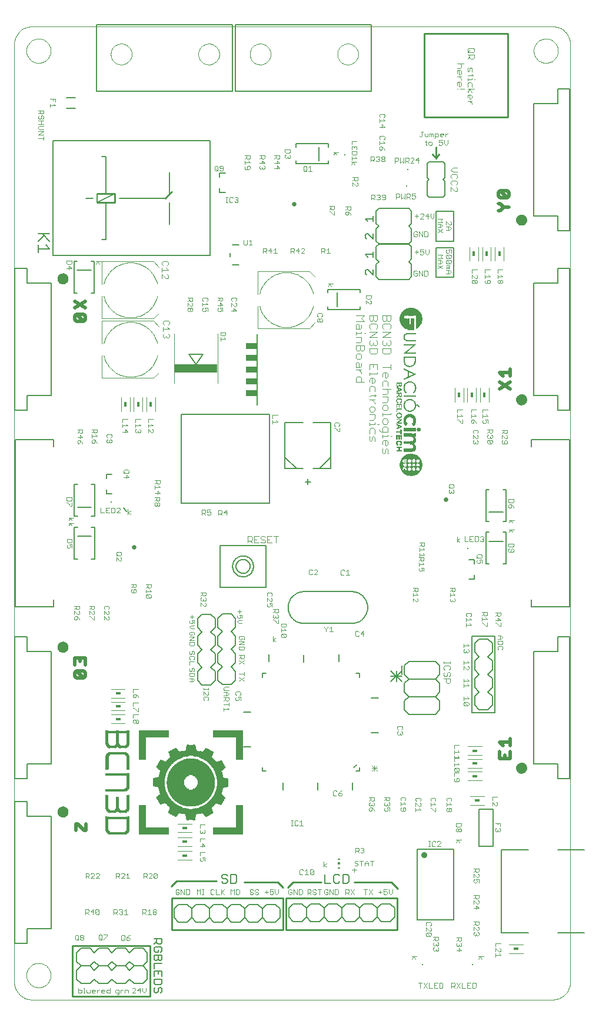
<source format=gto>
G75*
%MOIN*%
%OFA0B0*%
%FSLAX24Y24*%
%IPPOS*%
%LPD*%
%AMOC8*
5,1,8,0,0,1.08239X$1,22.5*
%
%ADD10C,0.0000*%
%ADD11C,0.0080*%
%ADD12C,0.0030*%
%ADD13C,0.0040*%
%ADD14C,0.0100*%
%ADD15C,0.0060*%
%ADD16R,0.0660X0.0380*%
%ADD17C,0.0348*%
%ADD18R,0.0079X0.0079*%
%ADD19C,0.0050*%
%ADD20R,0.0008X0.0730*%
%ADD21R,0.0008X0.0722*%
%ADD22R,0.0008X0.0788*%
%ADD23R,0.0008X0.0738*%
%ADD24R,0.0008X0.0158*%
%ADD25R,0.0008X0.0158*%
%ADD26R,0.0008X0.0813*%
%ADD27R,0.0008X0.0780*%
%ADD28R,0.0008X0.0821*%
%ADD29R,0.0008X0.0838*%
%ADD30R,0.0008X0.0805*%
%ADD31R,0.0008X0.0158*%
%ADD32R,0.0008X0.0158*%
%ADD33R,0.0008X0.0854*%
%ADD34R,0.0008X0.0829*%
%ADD35R,0.0008X0.0158*%
%ADD36R,0.0008X0.0158*%
%ADD37R,0.0008X0.0854*%
%ADD38R,0.0008X0.0863*%
%ADD39R,0.0008X0.0846*%
%ADD40R,0.0008X0.0871*%
%ADD41R,0.0008X0.0879*%
%ADD42R,0.0008X0.0854*%
%ADD43R,0.0008X0.0887*%
%ADD44R,0.0008X0.0887*%
%ADD45R,0.0008X0.0871*%
%ADD46R,0.0008X0.0896*%
%ADD47R,0.0008X0.0904*%
%ADD48R,0.0008X0.0879*%
%ADD49R,0.0008X0.0904*%
%ADD50R,0.0008X0.0912*%
%ADD51R,0.0008X0.0896*%
%ADD52R,0.0008X0.0921*%
%ADD53R,0.0008X0.0921*%
%ADD54R,0.0008X0.0904*%
%ADD55R,0.0008X0.0921*%
%ADD56R,0.0008X0.0929*%
%ADD57R,0.0008X0.0929*%
%ADD58R,0.0008X0.0937*%
%ADD59R,0.0008X0.0937*%
%ADD60R,0.0008X0.0921*%
%ADD61R,0.0008X0.0946*%
%ADD62R,0.0008X0.0946*%
%ADD63R,0.0008X0.0929*%
%ADD64R,0.0008X0.0954*%
%ADD65R,0.0008X0.0954*%
%ADD66R,0.0008X0.0954*%
%ADD67R,0.0008X0.0962*%
%ADD68R,0.0008X0.0962*%
%ADD69R,0.0008X0.0970*%
%ADD70R,0.0008X0.0970*%
%ADD71R,0.0008X0.0979*%
%ADD72R,0.0008X0.0979*%
%ADD73R,0.0008X0.0979*%
%ADD74R,0.0008X0.0241*%
%ADD75R,0.0008X0.0232*%
%ADD76R,0.0008X0.0224*%
%ADD77R,0.0008X0.0241*%
%ADD78R,0.0008X0.0216*%
%ADD79R,0.0008X0.0207*%
%ADD80R,0.0008X0.0216*%
%ADD81R,0.0008X0.0199*%
%ADD82R,0.0008X0.0199*%
%ADD83R,0.0008X0.0158*%
%ADD84R,0.0008X0.0191*%
%ADD85R,0.0008X0.0199*%
%ADD86R,0.0008X0.0158*%
%ADD87R,0.0008X0.0199*%
%ADD88R,0.0008X0.0191*%
%ADD89R,0.0008X0.0191*%
%ADD90R,0.0008X0.0182*%
%ADD91R,0.0008X0.0174*%
%ADD92R,0.0008X0.0182*%
%ADD93R,0.0008X0.0174*%
%ADD94R,0.0008X0.0174*%
%ADD95R,0.0008X0.0182*%
%ADD96R,0.0008X0.0174*%
%ADD97R,0.0008X0.0174*%
%ADD98R,0.0008X0.0166*%
%ADD99R,0.0008X0.0166*%
%ADD100R,0.0008X0.0166*%
%ADD101R,0.0008X0.0166*%
%ADD102R,0.0008X0.0166*%
%ADD103R,0.0008X0.0166*%
%ADD104R,0.0008X0.0182*%
%ADD105R,0.0008X0.0207*%
%ADD106R,0.0008X0.0216*%
%ADD107R,0.0008X0.0207*%
%ADD108R,0.0008X0.0232*%
%ADD109R,0.0008X0.0265*%
%ADD110R,0.0008X0.0257*%
%ADD111R,0.0008X0.0863*%
%ADD112R,0.0008X0.0970*%
%ADD113R,0.0008X0.0962*%
%ADD114R,0.0008X0.0846*%
%ADD115R,0.0008X0.0954*%
%ADD116R,0.0008X0.0846*%
%ADD117R,0.0008X0.0954*%
%ADD118R,0.0008X0.0838*%
%ADD119R,0.0008X0.0946*%
%ADD120R,0.0008X0.0829*%
%ADD121R,0.0008X0.0937*%
%ADD122R,0.0008X0.0813*%
%ADD123R,0.0008X0.0805*%
%ADD124R,0.0008X0.0805*%
%ADD125R,0.0008X0.0829*%
%ADD126R,0.0008X0.0970*%
%ADD127R,0.0008X0.0854*%
%ADD128R,0.0008X0.0249*%
%ADD129R,0.0008X0.0241*%
%ADD130R,0.0008X0.0191*%
%ADD131R,0.0008X0.0166*%
%ADD132R,0.0008X0.0166*%
%ADD133R,0.0008X0.0174*%
%ADD134R,0.0008X0.0174*%
%ADD135R,0.0008X0.0182*%
%ADD136R,0.0008X0.0191*%
%ADD137R,0.0008X0.0191*%
%ADD138R,0.0008X0.0199*%
%ADD139R,0.0008X0.0199*%
%ADD140R,0.0008X0.0216*%
%ADD141R,0.0008X0.0224*%
%ADD142R,0.0008X0.0224*%
%ADD143R,0.0008X0.0216*%
%ADD144R,0.0008X0.0241*%
%ADD145R,0.0008X0.0249*%
%ADD146R,0.0008X0.0995*%
%ADD147R,0.0008X0.0987*%
%ADD148R,0.0008X0.0979*%
%ADD149R,0.0008X0.0970*%
%ADD150R,0.0008X0.0929*%
%ADD151R,0.0008X0.0921*%
%ADD152R,0.0008X0.0946*%
%ADD153R,0.0008X0.0912*%
%ADD154R,0.0008X0.0896*%
%ADD155R,0.0008X0.0904*%
%ADD156R,0.0008X0.0887*%
%ADD157R,0.0008X0.0921*%
%ADD158R,0.0008X0.0904*%
%ADD159R,0.0008X0.0879*%
%ADD160R,0.0008X0.0879*%
%ADD161R,0.0008X0.0863*%
%ADD162R,0.0008X0.0871*%
%ADD163R,0.0008X0.0871*%
%ADD164R,0.0008X0.0829*%
%ADD165R,0.0008X0.0821*%
%ADD166R,0.0008X0.0854*%
%ADD167R,0.0008X0.0838*%
%ADD168R,0.0008X0.0796*%
%ADD169R,0.0008X0.0829*%
%ADD170R,0.0008X0.0771*%
%ADD171R,0.0008X0.0796*%
%ADD172R,0.0008X0.0722*%
%ADD173R,0.0008X0.0697*%
%ADD174R,0.0008X0.0738*%
%ADD175R,0.0008X0.0730*%
%ADD176R,0.0008X0.1675*%
%ADD177R,0.0008X0.1675*%
%ADD178R,0.0008X0.1675*%
%ADD179R,0.0008X0.1675*%
%ADD180R,0.0008X0.0373*%
%ADD181R,0.0008X0.0373*%
%ADD182R,0.0008X0.0373*%
%ADD183R,0.0008X0.0373*%
%ADD184R,0.0008X0.0481*%
%ADD185R,0.0008X0.0481*%
%ADD186R,0.0008X0.0481*%
%ADD187R,0.0008X0.0498*%
%ADD188R,0.0008X0.0498*%
%ADD189R,0.0008X0.0506*%
%ADD190R,0.0008X0.0514*%
%ADD191R,0.0008X0.0514*%
%ADD192R,0.0008X0.0514*%
%ADD193R,0.0008X0.0531*%
%ADD194R,0.0008X0.0531*%
%ADD195R,0.0008X0.0531*%
%ADD196R,0.0008X0.0008*%
%ADD197R,0.0008X0.0008*%
%ADD198R,0.0008X0.0547*%
%ADD199R,0.0008X0.0033*%
%ADD200R,0.0008X0.0025*%
%ADD201R,0.0008X0.0547*%
%ADD202R,0.0008X0.0050*%
%ADD203R,0.0008X0.0050*%
%ADD204R,0.0008X0.0547*%
%ADD205R,0.0008X0.0066*%
%ADD206R,0.0008X0.0075*%
%ADD207R,0.0008X0.0091*%
%ADD208R,0.0008X0.0100*%
%ADD209R,0.0008X0.0116*%
%ADD210R,0.0008X0.0116*%
%ADD211R,0.0008X0.0556*%
%ADD212R,0.0008X0.0133*%
%ADD213R,0.0008X0.0133*%
%ADD214R,0.0008X0.0564*%
%ADD215R,0.0008X0.0564*%
%ADD216R,0.0008X0.0564*%
%ADD217R,0.0008X0.0216*%
%ADD218R,0.0008X0.0224*%
%ADD219R,0.0008X0.0241*%
%ADD220R,0.0008X0.0249*%
%ADD221R,0.0008X0.0581*%
%ADD222R,0.0008X0.0265*%
%ADD223R,0.0008X0.0274*%
%ADD224R,0.0008X0.0581*%
%ADD225R,0.0008X0.0282*%
%ADD226R,0.0008X0.0282*%
%ADD227R,0.0008X0.0581*%
%ADD228R,0.0008X0.0307*%
%ADD229R,0.0008X0.0307*%
%ADD230R,0.0008X0.0332*%
%ADD231R,0.0008X0.0332*%
%ADD232R,0.0008X0.0357*%
%ADD233R,0.0008X0.0348*%
%ADD234R,0.0008X0.0597*%
%ADD235R,0.0008X0.0365*%
%ADD236R,0.0008X0.0680*%
%ADD237R,0.0008X0.0390*%
%ADD238R,0.0008X0.0398*%
%ADD239R,0.0008X0.0763*%
%ADD240R,0.0008X0.0415*%
%ADD241R,0.0008X0.0423*%
%ADD242R,0.0008X0.0829*%
%ADD243R,0.0008X0.0440*%
%ADD244R,0.0008X0.0431*%
%ADD245R,0.0008X0.0456*%
%ADD246R,0.0008X0.0456*%
%ADD247R,0.0008X0.1029*%
%ADD248R,0.0008X0.0506*%
%ADD249R,0.0008X0.1078*%
%ADD250R,0.0008X0.0523*%
%ADD251R,0.0008X0.1128*%
%ADD252R,0.0008X0.0539*%
%ADD253R,0.0008X0.1178*%
%ADD254R,0.0008X0.0572*%
%ADD255R,0.0008X0.1228*%
%ADD256R,0.0008X0.0589*%
%ADD257R,0.0008X0.0589*%
%ADD258R,0.0008X0.1277*%
%ADD259R,0.0008X0.0605*%
%ADD260R,0.0008X0.2530*%
%ADD261R,0.0008X0.2538*%
%ADD262R,0.0008X0.2521*%
%ADD263R,0.0008X0.2513*%
%ADD264R,0.0008X0.2505*%
%ADD265R,0.0008X0.2488*%
%ADD266R,0.0008X0.2488*%
%ADD267R,0.0008X0.2488*%
%ADD268R,0.0008X0.2472*%
%ADD269R,0.0008X0.2472*%
%ADD270R,0.0008X0.2472*%
%ADD271R,0.0008X0.2455*%
%ADD272R,0.0008X0.2455*%
%ADD273R,0.0008X0.2439*%
%ADD274R,0.0008X0.2439*%
%ADD275R,0.0008X0.2439*%
%ADD276R,0.0008X0.2422*%
%ADD277R,0.0008X0.2422*%
%ADD278R,0.0008X0.2414*%
%ADD279R,0.0008X0.2405*%
%ADD280R,0.0008X0.2389*%
%ADD281R,0.0008X0.2389*%
%ADD282R,0.0008X0.2372*%
%ADD283R,0.0008X0.1062*%
%ADD284R,0.0008X0.1053*%
%ADD285R,0.0008X0.0995*%
%ADD286R,0.0008X0.0887*%
%ADD287R,0.0008X0.0871*%
%ADD288R,0.0008X0.0805*%
%ADD289R,0.0008X0.0788*%
%ADD290R,0.0008X0.0780*%
%ADD291R,0.0008X0.0763*%
%ADD292R,0.0008X0.0746*%
%ADD293R,0.0008X0.0722*%
%ADD294R,0.0008X0.0713*%
%ADD295R,0.0008X0.0705*%
%ADD296R,0.0008X0.0688*%
%ADD297R,0.0008X0.0672*%
%ADD298R,0.0008X0.0664*%
%ADD299R,0.0008X0.0664*%
%ADD300R,0.0008X0.0647*%
%ADD301R,0.0008X0.0647*%
%ADD302R,0.0008X0.0639*%
%ADD303R,0.0008X0.0639*%
%ADD304R,0.0008X0.0630*%
%ADD305R,0.0008X0.0622*%
%ADD306R,0.0008X0.0614*%
%ADD307R,0.0008X0.0605*%
%ADD308R,0.0008X0.0464*%
%ADD309R,0.0008X0.0556*%
%ADD310R,0.0008X0.0597*%
%ADD311R,0.0008X0.0589*%
%ADD312R,0.0008X0.0630*%
%ADD313R,0.0008X0.0697*%
%ADD314R,0.0008X0.0572*%
%ADD315R,0.0008X0.0763*%
%ADD316R,0.0008X0.0572*%
%ADD317R,0.0008X0.0556*%
%ADD318R,0.0008X0.0008*%
%ADD319R,0.0008X0.0041*%
%ADD320R,0.0008X0.0017*%
%ADD321R,0.0008X0.0995*%
%ADD322R,0.0008X0.0066*%
%ADD323R,0.0008X0.0539*%
%ADD324R,0.0008X0.1045*%
%ADD325R,0.0008X0.0100*%
%ADD326R,0.0008X0.0083*%
%ADD327R,0.0008X0.0539*%
%ADD328R,0.0008X0.1078*%
%ADD329R,0.0008X0.0124*%
%ADD330R,0.0008X0.0108*%
%ADD331R,0.0008X0.0539*%
%ADD332R,0.0008X0.1111*%
%ADD333R,0.0008X0.0149*%
%ADD334R,0.0008X0.0133*%
%ADD335R,0.0008X0.0523*%
%ADD336R,0.0008X0.1145*%
%ADD337R,0.0008X0.0523*%
%ADD338R,0.0008X0.1186*%
%ADD339R,0.0008X0.1219*%
%ADD340R,0.0008X0.0241*%
%ADD341R,0.0008X0.0224*%
%ADD342R,0.0008X0.1244*%
%ADD343R,0.0008X0.1277*%
%ADD344R,0.0008X0.0290*%
%ADD345R,0.0008X0.0282*%
%ADD346R,0.0008X0.1310*%
%ADD347R,0.0008X0.0323*%
%ADD348R,0.0008X0.0299*%
%ADD349R,0.0008X0.0498*%
%ADD350R,0.0008X0.1344*%
%ADD351R,0.0008X0.0498*%
%ADD352R,0.0008X0.1377*%
%ADD353R,0.0008X0.0854*%
%ADD354R,0.0008X0.1393*%
%ADD355R,0.0008X0.1427*%
%ADD356R,0.0008X0.0838*%
%ADD357R,0.0008X0.1443*%
%ADD358R,0.0008X0.1476*%
%ADD359R,0.0008X0.1501*%
%ADD360R,0.0008X0.0821*%
%ADD361R,0.0008X0.1526*%
%ADD362R,0.0008X0.0821*%
%ADD363R,0.0008X0.1543*%
%ADD364R,0.0008X0.1576*%
%ADD365R,0.0008X0.1593*%
%ADD366R,0.0008X0.0805*%
%ADD367R,0.0008X0.1626*%
%ADD368R,0.0008X0.0796*%
%ADD369R,0.0008X0.1642*%
%ADD370R,0.0008X0.0796*%
%ADD371R,0.0008X0.1659*%
%ADD372R,0.0008X0.1692*%
%ADD373R,0.0008X0.1709*%
%ADD374R,0.0008X0.0780*%
%ADD375R,0.0008X0.1725*%
%ADD376R,0.0008X0.1742*%
%ADD377R,0.0008X0.0780*%
%ADD378R,0.0008X0.1758*%
%ADD379R,0.0008X0.0771*%
%ADD380R,0.0008X0.1792*%
%ADD381R,0.0008X0.1808*%
%ADD382R,0.0008X0.0771*%
%ADD383R,0.0008X0.1825*%
%ADD384R,0.0008X0.0771*%
%ADD385R,0.0008X0.1841*%
%ADD386R,0.0008X0.1858*%
%ADD387R,0.0008X0.1874*%
%ADD388R,0.0008X0.1891*%
%ADD389R,0.0008X0.0755*%
%ADD390R,0.0008X0.1908*%
%ADD391R,0.0008X0.0755*%
%ADD392R,0.0008X0.1924*%
%ADD393R,0.0008X0.1941*%
%ADD394R,0.0008X0.0755*%
%ADD395R,0.0008X0.1957*%
%ADD396R,0.0008X0.0755*%
%ADD397R,0.0008X0.1974*%
%ADD398R,0.0008X0.0746*%
%ADD399R,0.0008X0.1991*%
%ADD400R,0.0008X0.0746*%
%ADD401R,0.0008X0.2007*%
%ADD402R,0.0008X0.0746*%
%ADD403R,0.0008X0.2024*%
%ADD404R,0.0008X0.2040*%
%ADD405R,0.0008X0.2040*%
%ADD406R,0.0008X0.0738*%
%ADD407R,0.0008X0.2057*%
%ADD408R,0.0008X0.2074*%
%ADD409R,0.0008X0.2090*%
%ADD410R,0.0008X0.0730*%
%ADD411R,0.0008X0.2107*%
%ADD412R,0.0008X0.0713*%
%ADD413R,0.0008X0.0722*%
%ADD414R,0.0008X0.2123*%
%ADD415R,0.0008X0.2123*%
%ADD416R,0.0008X0.0697*%
%ADD417R,0.0008X0.2140*%
%ADD418R,0.0008X0.0672*%
%ADD419R,0.0008X0.0672*%
%ADD420R,0.0008X0.2157*%
%ADD421R,0.0008X0.0647*%
%ADD422R,0.0008X0.0664*%
%ADD423R,0.0008X0.2173*%
%ADD424R,0.0008X0.0639*%
%ADD425R,0.0008X0.0647*%
%ADD426R,0.0008X0.2173*%
%ADD427R,0.0008X0.0622*%
%ADD428R,0.0008X0.2190*%
%ADD429R,0.0008X0.0622*%
%ADD430R,0.0008X0.2206*%
%ADD431R,0.0008X0.0597*%
%ADD432R,0.0008X0.2215*%
%ADD433R,0.0008X0.2223*%
%ADD434R,0.0008X0.0572*%
%ADD435R,0.0008X0.2239*%
%ADD436R,0.0008X0.0547*%
%ADD437R,0.0008X0.2256*%
%ADD438R,0.0008X0.2273*%
%ADD439R,0.0008X0.2281*%
%ADD440R,0.0008X0.0498*%
%ADD441R,0.0008X0.2289*%
%ADD442R,0.0008X0.0473*%
%ADD443R,0.0008X0.0489*%
%ADD444R,0.0008X0.2306*%
%ADD445R,0.0008X0.0464*%
%ADD446R,0.0008X0.0473*%
%ADD447R,0.0008X0.2306*%
%ADD448R,0.0008X0.0448*%
%ADD449R,0.0008X0.0464*%
%ADD450R,0.0008X0.2322*%
%ADD451R,0.0008X0.0440*%
%ADD452R,0.0008X0.0448*%
%ADD453R,0.0008X0.2339*%
%ADD454R,0.0008X0.0423*%
%ADD455R,0.0008X0.2339*%
%ADD456R,0.0008X0.0415*%
%ADD457R,0.0008X0.0415*%
%ADD458R,0.0008X0.2356*%
%ADD459R,0.0008X0.0390*%
%ADD460R,0.0008X0.0406*%
%ADD461R,0.0008X0.2356*%
%ADD462R,0.0008X0.0390*%
%ADD463R,0.0008X0.2372*%
%ADD464R,0.0008X0.0382*%
%ADD465R,0.0008X0.0382*%
%ADD466R,0.0008X0.2372*%
%ADD467R,0.0008X0.0382*%
%ADD468R,0.0008X0.2405*%
%ADD469R,0.0008X0.2405*%
%ADD470R,0.0008X0.2422*%
%ADD471R,0.0008X0.0373*%
%ADD472R,0.0008X0.0373*%
%ADD473R,0.0008X0.2439*%
%ADD474R,0.0008X0.2455*%
%ADD475R,0.0008X0.2455*%
%ADD476R,0.0008X0.2455*%
%ADD477R,0.0008X0.2472*%
%ADD478R,0.0008X0.0365*%
%ADD479R,0.0008X0.2472*%
%ADD480R,0.0008X0.0373*%
%ADD481R,0.0008X0.2505*%
%ADD482R,0.0008X0.2505*%
%ADD483R,0.0008X0.0365*%
%ADD484R,0.0008X0.2505*%
%ADD485R,0.0008X0.0365*%
%ADD486R,0.0008X0.2521*%
%ADD487R,0.0008X0.0365*%
%ADD488R,0.0008X0.2521*%
%ADD489R,0.0008X0.0365*%
%ADD490R,0.0008X0.2538*%
%ADD491R,0.0008X0.2538*%
%ADD492R,0.0008X0.2555*%
%ADD493R,0.0008X0.2555*%
%ADD494R,0.0008X0.2555*%
%ADD495R,0.0008X0.2571*%
%ADD496R,0.0008X0.0357*%
%ADD497R,0.0008X0.2571*%
%ADD498R,0.0008X0.0365*%
%ADD499R,0.0008X0.1269*%
%ADD500R,0.0008X0.1211*%
%ADD501R,0.0008X0.1161*%
%ADD502R,0.0008X0.1145*%
%ADD503R,0.0008X0.1120*%
%ADD504R,0.0008X0.1103*%
%ADD505R,0.0008X0.1111*%
%ADD506R,0.0008X0.1103*%
%ADD507R,0.0008X0.0357*%
%ADD508R,0.0008X0.1087*%
%ADD509R,0.0008X0.1062*%
%ADD510R,0.0008X0.1062*%
%ADD511R,0.0008X0.1053*%
%ADD512R,0.0008X0.0348*%
%ADD513R,0.0008X0.1045*%
%ADD514R,0.0008X0.0406*%
%ADD515R,0.0008X0.1037*%
%ADD516R,0.0008X0.0448*%
%ADD517R,0.0008X0.1037*%
%ADD518R,0.0008X0.0489*%
%ADD519R,0.0008X0.0498*%
%ADD520R,0.0008X0.1020*%
%ADD521R,0.0008X0.0581*%
%ADD522R,0.0008X0.1012*%
%ADD523R,0.0008X0.1004*%
%ADD524R,0.0008X0.0647*%
%ADD525R,0.0008X0.0622*%
%ADD526R,0.0008X0.1012*%
%ADD527R,0.0008X0.0647*%
%ADD528R,0.0008X0.1004*%
%ADD529R,0.0008X0.0647*%
%ADD530R,0.0008X0.0995*%
%ADD531R,0.0008X0.0987*%
%ADD532R,0.0008X0.0979*%
%ADD533R,0.0008X0.0630*%
%ADD534R,0.0008X0.0630*%
%ADD535R,0.0008X0.0954*%
%ADD536R,0.0008X0.0630*%
%ADD537R,0.0008X0.0954*%
%ADD538R,0.0008X0.0946*%
%ADD539R,0.0008X0.0639*%
%ADD540R,0.0008X0.0962*%
%ADD541R,0.0008X0.0987*%
%ADD542R,0.0008X0.0987*%
%ADD543R,0.0008X0.0995*%
%ADD544R,0.0008X0.0622*%
%ADD545R,0.0008X0.1004*%
%ADD546R,0.0008X0.0572*%
%ADD547R,0.0008X0.1029*%
%ADD548R,0.0008X0.0448*%
%ADD549R,0.0008X0.0489*%
%ADD550R,0.0008X0.1037*%
%ADD551R,0.0008X0.1070*%
%ADD552R,0.0008X0.0357*%
%ADD553R,0.0008X0.1087*%
%ADD554R,0.0008X0.1095*%
%ADD555R,0.0008X0.1111*%
%ADD556R,0.0008X0.1120*%
%ADD557R,0.0008X0.1136*%
%ADD558R,0.0008X0.1153*%
%ADD559R,0.0008X0.1169*%
%ADD560R,0.0008X0.1203*%
%ADD561R,0.0008X0.1244*%
%ADD562R,0.0008X0.2579*%
%ADD563R,0.0008X0.2563*%
%ADD564R,0.0008X0.2521*%
%ADD565R,0.0008X0.2488*%
%ADD566R,0.0008X0.2472*%
%ADD567R,0.0008X0.0373*%
%ADD568R,0.0008X0.2422*%
%ADD569R,0.0008X0.2389*%
%ADD570R,0.0008X0.2364*%
%ADD571R,0.0008X0.0431*%
%ADD572R,0.0008X0.0448*%
%ADD573R,0.0008X0.0440*%
%ADD574R,0.0008X0.2322*%
%ADD575R,0.0008X0.2322*%
%ADD576R,0.0008X0.0464*%
%ADD577R,0.0008X0.0489*%
%ADD578R,0.0008X0.0473*%
%ADD579R,0.0008X0.2289*%
%ADD580R,0.0008X0.0498*%
%ADD581R,0.0008X0.2273*%
%ADD582R,0.0008X0.2256*%
%ADD583R,0.0008X0.2256*%
%ADD584R,0.0008X0.0564*%
%ADD585R,0.0008X0.0547*%
%ADD586R,0.0008X0.2239*%
%ADD587R,0.0008X0.0572*%
%ADD588R,0.0008X0.2223*%
%ADD589R,0.0008X0.0597*%
%ADD590R,0.0008X0.2206*%
%ADD591R,0.0008X0.0605*%
%ADD592R,0.0008X0.2190*%
%ADD593R,0.0008X0.0688*%
%ADD594R,0.0008X0.2140*%
%ADD595R,0.0008X0.2065*%
%ADD596R,0.0008X0.0738*%
%ADD597R,0.0008X0.2057*%
%ADD598R,0.0008X0.2024*%
%ADD599R,0.0008X0.2007*%
%ADD600R,0.0008X0.1974*%
%ADD601R,0.0008X0.0755*%
%ADD602R,0.0008X0.1957*%
%ADD603R,0.0008X0.0755*%
%ADD604R,0.0008X0.1924*%
%ADD605R,0.0008X0.1908*%
%ADD606R,0.0008X0.1874*%
%ADD607R,0.0008X0.0771*%
%ADD608R,0.0008X0.1858*%
%ADD609R,0.0008X0.0771*%
%ADD610R,0.0008X0.1808*%
%ADD611R,0.0008X0.1792*%
%ADD612R,0.0008X0.1775*%
%ADD613R,0.0008X0.1750*%
%ADD614R,0.0008X0.0788*%
%ADD615R,0.0008X0.0796*%
%ADD616R,0.0008X0.0796*%
%ADD617R,0.0008X0.1642*%
%ADD618R,0.0008X0.1609*%
%ADD619R,0.0008X0.1576*%
%ADD620R,0.0008X0.1559*%
%ADD621R,0.0008X0.1526*%
%ADD622R,0.0008X0.1510*%
%ADD623R,0.0008X0.1460*%
%ADD624R,0.0008X0.1427*%
%ADD625R,0.0008X0.1410*%
%ADD626R,0.0008X0.1327*%
%ADD627R,0.0008X0.0299*%
%ADD628R,0.0008X0.1294*%
%ADD629R,0.0008X0.0274*%
%ADD630R,0.0008X0.1261*%
%ADD631R,0.0008X0.1228*%
%ADD632R,0.0008X0.1194*%
%ADD633R,0.0008X0.1161*%
%ADD634R,0.0008X0.0141*%
%ADD635R,0.0008X0.0149*%
%ADD636R,0.0008X0.0108*%
%ADD637R,0.0008X0.0124*%
%ADD638R,0.0008X0.1095*%
%ADD639R,0.0008X0.0083*%
%ADD640R,0.0008X0.0075*%
%ADD641R,0.0008X0.0017*%
%ADD642R,0.0008X0.0041*%
%ADD643R,0.0008X0.0556*%
%ADD644R,0.0008X0.0713*%
%ADD645R,0.0008X0.0581*%
%ADD646R,0.0008X0.0605*%
%ADD647R,0.0008X0.0614*%
%ADD648R,0.0008X0.0398*%
%ADD649R,0.0008X0.0746*%
%ADD650R,0.0008X0.0829*%
%ADD651R,0.0008X0.0846*%
%ADD652R,0.0008X0.1045*%
%ADD653R,0.0008X0.1062*%
%ADD654R,0.0008X0.2372*%
%ADD655R,0.0008X0.2389*%
%ADD656R,0.0008X0.2405*%
%ADD657R,0.0008X0.2472*%
%ADD658R,0.0008X0.2505*%
%ADD659R,0.0008X0.2513*%
%ADD660R,0.0008X0.2521*%
%ADD661R,0.0008X0.2530*%
%ADD662R,0.0008X0.0614*%
%ADD663R,0.0008X0.1186*%
%ADD664R,0.0008X0.0539*%
%ADD665R,0.0008X0.1136*%
%ADD666R,0.0008X0.0523*%
%ADD667R,0.0008X0.0904*%
%ADD668R,0.0008X0.0440*%
%ADD669R,0.0008X0.0398*%
%ADD670R,0.0008X0.0390*%
%ADD671R,0.0008X0.0680*%
%ADD672R,0.0008X0.0307*%
%ADD673R,0.0008X0.0290*%
%ADD674R,0.0008X0.0274*%
%ADD675R,0.0008X0.0265*%
%ADD676R,0.0008X0.0199*%
%ADD677R,0.0008X0.0116*%
%ADD678R,0.0008X0.0066*%
%ADD679R,0.0008X0.0058*%
%ADD680R,0.0008X0.0033*%
%ADD681R,0.0008X0.0523*%
%ADD682R,0.0008X0.0498*%
%ADD683R,0.2441X0.0492*%
%ADD684R,0.0118X0.0059*%
%ADD685R,0.0118X0.0118*%
%ADD686C,0.0557*%
%ADD687C,0.0210*%
%ADD688C,0.0249*%
%ADD689C,0.0070*%
%ADD690R,0.0014X0.0084*%
%ADD691R,0.0014X0.0070*%
%ADD692R,0.0014X0.0098*%
%ADD693R,0.0014X0.0252*%
%ADD694R,0.0014X0.0154*%
%ADD695R,0.0014X0.0182*%
%ADD696R,0.0014X0.0042*%
%ADD697R,0.0014X0.0042*%
%ADD698R,0.0014X0.0224*%
%ADD699R,0.0014X0.0196*%
%ADD700R,0.0014X0.0028*%
%ADD701R,0.0014X0.0056*%
%ADD702R,0.0014X0.0056*%
%ADD703R,0.0014X0.0098*%
%ADD704R,0.0014X0.0196*%
%ADD705R,0.0014X0.0056*%
%ADD706R,0.0014X0.0042*%
%ADD707R,0.0014X0.0042*%
%ADD708R,0.0014X0.0182*%
%ADD709R,0.0014X0.0224*%
%ADD710R,0.0014X0.0028*%
%ADD711R,0.0014X0.0056*%
%ADD712R,0.0014X0.0098*%
%ADD713R,0.0014X0.0252*%
%ADD714R,0.0014X0.0210*%
%ADD715R,0.0014X0.0098*%
%ADD716R,0.0014X0.0084*%
%ADD717R,0.0014X0.0238*%
%ADD718R,0.0014X0.0084*%
%ADD719R,0.0014X0.0196*%
%ADD720R,0.0014X0.0182*%
%ADD721R,0.0014X0.0294*%
%ADD722R,0.0014X0.0168*%
%ADD723R,0.0014X0.0210*%
%ADD724R,0.0014X0.0182*%
%ADD725R,0.0014X0.0238*%
%ADD726R,0.0014X0.0294*%
%ADD727R,0.0014X0.0014*%
%ADD728R,0.0014X0.0238*%
%ADD729R,0.0014X0.0028*%
%ADD730R,0.0014X0.0350*%
%ADD731R,0.0014X0.0336*%
%ADD732R,0.0014X0.0448*%
%ADD733R,0.0014X0.0028*%
%ADD734R,0.0014X0.0112*%
%ADD735R,0.0014X0.0420*%
%ADD736R,0.0014X0.0518*%
%ADD737R,0.0014X0.0504*%
%ADD738R,0.0014X0.0574*%
%ADD739R,0.0014X0.0560*%
%ADD740R,0.0014X0.0630*%
%ADD741R,0.0014X0.0616*%
%ADD742R,0.0014X0.0672*%
%ADD743R,0.0014X0.0168*%
%ADD744R,0.0014X0.0140*%
%ADD745R,0.0014X0.0644*%
%ADD746R,0.0014X0.0728*%
%ADD747R,0.0014X0.0070*%
%ADD748R,0.0014X0.0140*%
%ADD749R,0.0014X0.0700*%
%ADD750R,0.0014X0.0756*%
%ADD751R,0.0014X0.0742*%
%ADD752R,0.0014X0.0798*%
%ADD753R,0.0014X0.0784*%
%ADD754R,0.0014X0.0840*%
%ADD755R,0.0014X0.0392*%
%ADD756R,0.0014X0.0112*%
%ADD757R,0.0014X0.0868*%
%ADD758R,0.0014X0.0896*%
%ADD759R,0.0014X0.0154*%
%ADD760R,0.0014X0.0924*%
%ADD761R,0.0014X0.0126*%
%ADD762R,0.0014X0.0952*%
%ADD763R,0.0014X0.0980*%
%ADD764R,0.0014X0.0224*%
%ADD765R,0.0014X0.0154*%
%ADD766R,0.0014X0.1008*%
%ADD767R,0.0014X0.0322*%
%ADD768R,0.0014X0.0308*%
%ADD769R,0.0014X0.0280*%
%ADD770R,0.0014X0.0308*%
%ADD771R,0.0014X0.0308*%
%ADD772R,0.0014X0.0532*%
%ADD773R,0.0014X0.0266*%
%ADD774R,0.0014X0.0378*%
%ADD775R,0.0014X0.0364*%
%ADD776R,0.0014X0.0350*%
%ADD777R,0.0014X0.0168*%
%ADD778R,0.0014X0.0168*%
%ADD779R,0.0014X0.0280*%
%ADD780R,0.0014X0.0546*%
%ADD781R,0.0014X0.0420*%
%ADD782R,0.0014X0.0378*%
%ADD783R,0.0014X0.0434*%
%ADD784R,0.0014X0.0434*%
%ADD785R,0.0014X0.0126*%
%ADD786R,0.0014X0.0462*%
%ADD787R,0.0014X0.0504*%
%ADD788R,0.0014X0.0574*%
%ADD789R,0.0014X0.0112*%
%ADD790R,0.0014X0.0532*%
%ADD791R,0.0014X0.0574*%
%ADD792R,0.0014X0.0546*%
%ADD793R,0.0014X0.0224*%
%ADD794R,0.0014X0.0364*%
%ADD795R,0.0014X0.0588*%
%ADD796R,0.0014X0.0602*%
%ADD797R,0.0014X0.0602*%
%ADD798R,0.0014X0.0252*%
%ADD799R,0.0014X0.0392*%
%ADD800R,0.0014X0.0616*%
%ADD801R,0.0014X0.0112*%
%ADD802R,0.0014X0.1162*%
%ADD803R,0.0014X0.0406*%
%ADD804R,0.0014X0.1176*%
%ADD805R,0.0014X0.1190*%
%ADD806R,0.0014X0.1204*%
%ADD807R,0.0014X0.0644*%
%ADD808R,0.0014X0.0434*%
%ADD809R,0.0014X0.0336*%
%ADD810R,0.0014X0.0154*%
%ADD811R,0.0014X0.0644*%
%ADD812R,0.0014X0.0406*%
%ADD813R,0.0014X0.0294*%
%ADD814R,0.0014X0.0392*%
%ADD815R,0.0014X0.0434*%
%ADD816R,0.0014X0.0322*%
%ADD817R,0.0014X0.0308*%
%ADD818R,0.0014X0.0322*%
%ADD819R,0.0014X0.0658*%
%ADD820R,0.0014X0.1260*%
%ADD821R,0.0014X0.0658*%
%ADD822R,0.0014X0.1260*%
%ADD823R,0.0014X0.0378*%
%ADD824R,0.0014X0.0266*%
%ADD825R,0.0014X0.0294*%
%ADD826R,0.0014X0.0994*%
%ADD827R,0.0014X0.0560*%
%ADD828R,0.0014X0.0406*%
%ADD829R,0.0014X0.0546*%
%ADD830R,0.0014X0.0266*%
%ADD831R,0.0014X0.0476*%
%ADD832R,0.0014X0.0364*%
%ADD833R,0.0014X0.0252*%
%ADD834R,0.0014X0.0266*%
%ADD835R,0.0014X0.1148*%
%ADD836R,0.0014X0.1120*%
%ADD837R,0.0014X0.1092*%
%ADD838R,0.0014X0.0238*%
%ADD839R,0.0014X0.1092*%
%ADD840R,0.0014X0.1064*%
%ADD841R,0.0014X0.1036*%
%ADD842R,0.0014X0.1008*%
%ADD843R,0.0014X0.0938*%
%ADD844R,0.0014X0.0910*%
%ADD845R,0.0014X0.0882*%
%ADD846R,0.0014X0.0854*%
%ADD847R,0.0014X0.0812*%
%ADD848R,0.0014X0.0742*%
%ADD849R,0.0014X0.0658*%
%ADD850C,0.0028*%
%ADD851R,0.0276X0.0118*%
%ADD852R,0.0118X0.0276*%
D10*
X004083Y005162D02*
X004083Y058280D01*
X004085Y058340D01*
X004090Y058401D01*
X004099Y058460D01*
X004112Y058519D01*
X004128Y058578D01*
X004148Y058635D01*
X004171Y058690D01*
X004198Y058745D01*
X004227Y058797D01*
X004260Y058848D01*
X004296Y058897D01*
X004334Y058943D01*
X004376Y058987D01*
X004420Y059029D01*
X004466Y059067D01*
X004515Y059103D01*
X004566Y059136D01*
X004618Y059165D01*
X004673Y059192D01*
X004728Y059215D01*
X004785Y059235D01*
X004844Y059251D01*
X004903Y059264D01*
X004962Y059273D01*
X005023Y059278D01*
X005083Y059280D01*
X034579Y059280D01*
X034639Y059278D01*
X034700Y059273D01*
X034759Y059264D01*
X034818Y059251D01*
X034877Y059235D01*
X034934Y059215D01*
X034989Y059192D01*
X035044Y059165D01*
X035096Y059136D01*
X035147Y059103D01*
X035196Y059067D01*
X035242Y059029D01*
X035286Y058987D01*
X035328Y058943D01*
X035366Y058897D01*
X035402Y058848D01*
X035435Y058797D01*
X035464Y058745D01*
X035491Y058690D01*
X035514Y058635D01*
X035534Y058578D01*
X035550Y058519D01*
X035563Y058460D01*
X035572Y058401D01*
X035577Y058340D01*
X035579Y058280D01*
X035579Y005162D01*
X035577Y005102D01*
X035572Y005041D01*
X035563Y004982D01*
X035550Y004923D01*
X035534Y004864D01*
X035514Y004807D01*
X035491Y004752D01*
X035464Y004697D01*
X035435Y004645D01*
X035402Y004594D01*
X035366Y004545D01*
X035328Y004499D01*
X035286Y004455D01*
X035242Y004413D01*
X035196Y004375D01*
X035147Y004339D01*
X035096Y004306D01*
X035044Y004277D01*
X034989Y004250D01*
X034934Y004227D01*
X034877Y004207D01*
X034818Y004191D01*
X034759Y004178D01*
X034700Y004169D01*
X034639Y004164D01*
X034579Y004162D01*
X005083Y004162D01*
X005023Y004164D01*
X004962Y004169D01*
X004903Y004178D01*
X004844Y004191D01*
X004785Y004207D01*
X004728Y004227D01*
X004673Y004250D01*
X004618Y004277D01*
X004566Y004306D01*
X004515Y004339D01*
X004466Y004375D01*
X004420Y004413D01*
X004376Y004455D01*
X004334Y004499D01*
X004296Y004545D01*
X004260Y004594D01*
X004227Y004645D01*
X004198Y004697D01*
X004171Y004752D01*
X004148Y004807D01*
X004128Y004864D01*
X004112Y004923D01*
X004099Y004982D01*
X004090Y005041D01*
X004085Y005102D01*
X004083Y005162D01*
X004772Y005540D02*
X004774Y005592D01*
X004780Y005644D01*
X004790Y005695D01*
X004803Y005745D01*
X004821Y005795D01*
X004842Y005842D01*
X004866Y005888D01*
X004895Y005932D01*
X004926Y005974D01*
X004960Y006013D01*
X004997Y006050D01*
X005037Y006083D01*
X005080Y006114D01*
X005124Y006141D01*
X005170Y006165D01*
X005219Y006185D01*
X005268Y006201D01*
X005319Y006214D01*
X005370Y006223D01*
X005422Y006228D01*
X005474Y006229D01*
X005526Y006226D01*
X005578Y006219D01*
X005629Y006208D01*
X005679Y006194D01*
X005728Y006175D01*
X005775Y006153D01*
X005820Y006128D01*
X005864Y006099D01*
X005905Y006067D01*
X005944Y006032D01*
X005979Y005994D01*
X006012Y005953D01*
X006042Y005911D01*
X006068Y005866D01*
X006091Y005819D01*
X006110Y005770D01*
X006126Y005720D01*
X006138Y005670D01*
X006146Y005618D01*
X006150Y005566D01*
X006150Y005514D01*
X006146Y005462D01*
X006138Y005410D01*
X006126Y005360D01*
X006110Y005310D01*
X006091Y005261D01*
X006068Y005214D01*
X006042Y005169D01*
X006012Y005127D01*
X005979Y005086D01*
X005944Y005048D01*
X005905Y005013D01*
X005864Y004981D01*
X005820Y004952D01*
X005775Y004927D01*
X005728Y004905D01*
X005679Y004886D01*
X005629Y004872D01*
X005578Y004861D01*
X005526Y004854D01*
X005474Y004851D01*
X005422Y004852D01*
X005370Y004857D01*
X005319Y004866D01*
X005268Y004879D01*
X005219Y004895D01*
X005170Y004915D01*
X005124Y004939D01*
X005080Y004966D01*
X005037Y004997D01*
X004997Y005030D01*
X004960Y005067D01*
X004926Y005106D01*
X004895Y005148D01*
X004866Y005192D01*
X004842Y005238D01*
X004821Y005285D01*
X004803Y005335D01*
X004790Y005385D01*
X004780Y005436D01*
X004774Y005488D01*
X004772Y005540D01*
X004772Y057902D02*
X004774Y057954D01*
X004780Y058006D01*
X004790Y058057D01*
X004803Y058107D01*
X004821Y058157D01*
X004842Y058204D01*
X004866Y058250D01*
X004895Y058294D01*
X004926Y058336D01*
X004960Y058375D01*
X004997Y058412D01*
X005037Y058445D01*
X005080Y058476D01*
X005124Y058503D01*
X005170Y058527D01*
X005219Y058547D01*
X005268Y058563D01*
X005319Y058576D01*
X005370Y058585D01*
X005422Y058590D01*
X005474Y058591D01*
X005526Y058588D01*
X005578Y058581D01*
X005629Y058570D01*
X005679Y058556D01*
X005728Y058537D01*
X005775Y058515D01*
X005820Y058490D01*
X005864Y058461D01*
X005905Y058429D01*
X005944Y058394D01*
X005979Y058356D01*
X006012Y058315D01*
X006042Y058273D01*
X006068Y058228D01*
X006091Y058181D01*
X006110Y058132D01*
X006126Y058082D01*
X006138Y058032D01*
X006146Y057980D01*
X006150Y057928D01*
X006150Y057876D01*
X006146Y057824D01*
X006138Y057772D01*
X006126Y057722D01*
X006110Y057672D01*
X006091Y057623D01*
X006068Y057576D01*
X006042Y057531D01*
X006012Y057489D01*
X005979Y057448D01*
X005944Y057410D01*
X005905Y057375D01*
X005864Y057343D01*
X005820Y057314D01*
X005775Y057289D01*
X005728Y057267D01*
X005679Y057248D01*
X005629Y057234D01*
X005578Y057223D01*
X005526Y057216D01*
X005474Y057213D01*
X005422Y057214D01*
X005370Y057219D01*
X005319Y057228D01*
X005268Y057241D01*
X005219Y057257D01*
X005170Y057277D01*
X005124Y057301D01*
X005080Y057328D01*
X005037Y057359D01*
X004997Y057392D01*
X004960Y057429D01*
X004926Y057468D01*
X004895Y057510D01*
X004866Y057554D01*
X004842Y057600D01*
X004821Y057647D01*
X004803Y057697D01*
X004790Y057747D01*
X004780Y057798D01*
X004774Y057850D01*
X004772Y057902D01*
X009555Y057713D02*
X009557Y057761D01*
X009563Y057809D01*
X009573Y057856D01*
X009586Y057902D01*
X009604Y057947D01*
X009624Y057991D01*
X009649Y058033D01*
X009677Y058072D01*
X009707Y058109D01*
X009741Y058143D01*
X009778Y058175D01*
X009816Y058204D01*
X009857Y058229D01*
X009900Y058251D01*
X009945Y058269D01*
X009991Y058283D01*
X010038Y058294D01*
X010086Y058301D01*
X010134Y058304D01*
X010182Y058303D01*
X010230Y058298D01*
X010278Y058289D01*
X010324Y058277D01*
X010369Y058260D01*
X010413Y058240D01*
X010455Y058217D01*
X010495Y058190D01*
X010533Y058160D01*
X010568Y058127D01*
X010600Y058091D01*
X010630Y058053D01*
X010656Y058012D01*
X010678Y057969D01*
X010698Y057925D01*
X010713Y057880D01*
X010725Y057833D01*
X010733Y057785D01*
X010737Y057737D01*
X010737Y057689D01*
X010733Y057641D01*
X010725Y057593D01*
X010713Y057546D01*
X010698Y057501D01*
X010678Y057457D01*
X010656Y057414D01*
X010630Y057373D01*
X010600Y057335D01*
X010568Y057299D01*
X010533Y057266D01*
X010495Y057236D01*
X010455Y057209D01*
X010413Y057186D01*
X010369Y057166D01*
X010324Y057149D01*
X010278Y057137D01*
X010230Y057128D01*
X010182Y057123D01*
X010134Y057122D01*
X010086Y057125D01*
X010038Y057132D01*
X009991Y057143D01*
X009945Y057157D01*
X009900Y057175D01*
X009857Y057197D01*
X009816Y057222D01*
X009778Y057251D01*
X009741Y057283D01*
X009707Y057317D01*
X009677Y057354D01*
X009649Y057393D01*
X009624Y057435D01*
X009604Y057479D01*
X009586Y057524D01*
X009573Y057570D01*
X009563Y057617D01*
X009557Y057665D01*
X009555Y057713D01*
X014516Y057713D02*
X014518Y057761D01*
X014524Y057809D01*
X014534Y057856D01*
X014547Y057902D01*
X014565Y057947D01*
X014585Y057991D01*
X014610Y058033D01*
X014638Y058072D01*
X014668Y058109D01*
X014702Y058143D01*
X014739Y058175D01*
X014777Y058204D01*
X014818Y058229D01*
X014861Y058251D01*
X014906Y058269D01*
X014952Y058283D01*
X014999Y058294D01*
X015047Y058301D01*
X015095Y058304D01*
X015143Y058303D01*
X015191Y058298D01*
X015239Y058289D01*
X015285Y058277D01*
X015330Y058260D01*
X015374Y058240D01*
X015416Y058217D01*
X015456Y058190D01*
X015494Y058160D01*
X015529Y058127D01*
X015561Y058091D01*
X015591Y058053D01*
X015617Y058012D01*
X015639Y057969D01*
X015659Y057925D01*
X015674Y057880D01*
X015686Y057833D01*
X015694Y057785D01*
X015698Y057737D01*
X015698Y057689D01*
X015694Y057641D01*
X015686Y057593D01*
X015674Y057546D01*
X015659Y057501D01*
X015639Y057457D01*
X015617Y057414D01*
X015591Y057373D01*
X015561Y057335D01*
X015529Y057299D01*
X015494Y057266D01*
X015456Y057236D01*
X015416Y057209D01*
X015374Y057186D01*
X015330Y057166D01*
X015285Y057149D01*
X015239Y057137D01*
X015191Y057128D01*
X015143Y057123D01*
X015095Y057122D01*
X015047Y057125D01*
X014999Y057132D01*
X014952Y057143D01*
X014906Y057157D01*
X014861Y057175D01*
X014818Y057197D01*
X014777Y057222D01*
X014739Y057251D01*
X014702Y057283D01*
X014668Y057317D01*
X014638Y057354D01*
X014610Y057393D01*
X014585Y057435D01*
X014565Y057479D01*
X014547Y057524D01*
X014534Y057570D01*
X014524Y057617D01*
X014518Y057665D01*
X014516Y057713D01*
X017429Y057713D02*
X017431Y057761D01*
X017437Y057809D01*
X017447Y057856D01*
X017460Y057902D01*
X017478Y057947D01*
X017498Y057991D01*
X017523Y058033D01*
X017551Y058072D01*
X017581Y058109D01*
X017615Y058143D01*
X017652Y058175D01*
X017690Y058204D01*
X017731Y058229D01*
X017774Y058251D01*
X017819Y058269D01*
X017865Y058283D01*
X017912Y058294D01*
X017960Y058301D01*
X018008Y058304D01*
X018056Y058303D01*
X018104Y058298D01*
X018152Y058289D01*
X018198Y058277D01*
X018243Y058260D01*
X018287Y058240D01*
X018329Y058217D01*
X018369Y058190D01*
X018407Y058160D01*
X018442Y058127D01*
X018474Y058091D01*
X018504Y058053D01*
X018530Y058012D01*
X018552Y057969D01*
X018572Y057925D01*
X018587Y057880D01*
X018599Y057833D01*
X018607Y057785D01*
X018611Y057737D01*
X018611Y057689D01*
X018607Y057641D01*
X018599Y057593D01*
X018587Y057546D01*
X018572Y057501D01*
X018552Y057457D01*
X018530Y057414D01*
X018504Y057373D01*
X018474Y057335D01*
X018442Y057299D01*
X018407Y057266D01*
X018369Y057236D01*
X018329Y057209D01*
X018287Y057186D01*
X018243Y057166D01*
X018198Y057149D01*
X018152Y057137D01*
X018104Y057128D01*
X018056Y057123D01*
X018008Y057122D01*
X017960Y057125D01*
X017912Y057132D01*
X017865Y057143D01*
X017819Y057157D01*
X017774Y057175D01*
X017731Y057197D01*
X017690Y057222D01*
X017652Y057251D01*
X017615Y057283D01*
X017581Y057317D01*
X017551Y057354D01*
X017523Y057393D01*
X017498Y057435D01*
X017478Y057479D01*
X017460Y057524D01*
X017447Y057570D01*
X017437Y057617D01*
X017431Y057665D01*
X017429Y057713D01*
X022390Y057713D02*
X022392Y057761D01*
X022398Y057809D01*
X022408Y057856D01*
X022421Y057902D01*
X022439Y057947D01*
X022459Y057991D01*
X022484Y058033D01*
X022512Y058072D01*
X022542Y058109D01*
X022576Y058143D01*
X022613Y058175D01*
X022651Y058204D01*
X022692Y058229D01*
X022735Y058251D01*
X022780Y058269D01*
X022826Y058283D01*
X022873Y058294D01*
X022921Y058301D01*
X022969Y058304D01*
X023017Y058303D01*
X023065Y058298D01*
X023113Y058289D01*
X023159Y058277D01*
X023204Y058260D01*
X023248Y058240D01*
X023290Y058217D01*
X023330Y058190D01*
X023368Y058160D01*
X023403Y058127D01*
X023435Y058091D01*
X023465Y058053D01*
X023491Y058012D01*
X023513Y057969D01*
X023533Y057925D01*
X023548Y057880D01*
X023560Y057833D01*
X023568Y057785D01*
X023572Y057737D01*
X023572Y057689D01*
X023568Y057641D01*
X023560Y057593D01*
X023548Y057546D01*
X023533Y057501D01*
X023513Y057457D01*
X023491Y057414D01*
X023465Y057373D01*
X023435Y057335D01*
X023403Y057299D01*
X023368Y057266D01*
X023330Y057236D01*
X023290Y057209D01*
X023248Y057186D01*
X023204Y057166D01*
X023159Y057149D01*
X023113Y057137D01*
X023065Y057128D01*
X023017Y057123D01*
X022969Y057122D01*
X022921Y057125D01*
X022873Y057132D01*
X022826Y057143D01*
X022780Y057157D01*
X022735Y057175D01*
X022692Y057197D01*
X022651Y057222D01*
X022613Y057251D01*
X022576Y057283D01*
X022542Y057317D01*
X022512Y057354D01*
X022484Y057393D01*
X022459Y057435D01*
X022439Y057479D01*
X022421Y057524D01*
X022408Y057570D01*
X022398Y057617D01*
X022392Y057665D01*
X022390Y057713D01*
X033512Y057902D02*
X033514Y057954D01*
X033520Y058006D01*
X033530Y058057D01*
X033543Y058107D01*
X033561Y058157D01*
X033582Y058204D01*
X033606Y058250D01*
X033635Y058294D01*
X033666Y058336D01*
X033700Y058375D01*
X033737Y058412D01*
X033777Y058445D01*
X033820Y058476D01*
X033864Y058503D01*
X033910Y058527D01*
X033959Y058547D01*
X034008Y058563D01*
X034059Y058576D01*
X034110Y058585D01*
X034162Y058590D01*
X034214Y058591D01*
X034266Y058588D01*
X034318Y058581D01*
X034369Y058570D01*
X034419Y058556D01*
X034468Y058537D01*
X034515Y058515D01*
X034560Y058490D01*
X034604Y058461D01*
X034645Y058429D01*
X034684Y058394D01*
X034719Y058356D01*
X034752Y058315D01*
X034782Y058273D01*
X034808Y058228D01*
X034831Y058181D01*
X034850Y058132D01*
X034866Y058082D01*
X034878Y058032D01*
X034886Y057980D01*
X034890Y057928D01*
X034890Y057876D01*
X034886Y057824D01*
X034878Y057772D01*
X034866Y057722D01*
X034850Y057672D01*
X034831Y057623D01*
X034808Y057576D01*
X034782Y057531D01*
X034752Y057489D01*
X034719Y057448D01*
X034684Y057410D01*
X034645Y057375D01*
X034604Y057343D01*
X034560Y057314D01*
X034515Y057289D01*
X034468Y057267D01*
X034419Y057248D01*
X034369Y057234D01*
X034318Y057223D01*
X034266Y057216D01*
X034214Y057213D01*
X034162Y057214D01*
X034110Y057219D01*
X034059Y057228D01*
X034008Y057241D01*
X033959Y057257D01*
X033910Y057277D01*
X033864Y057301D01*
X033820Y057328D01*
X033777Y057359D01*
X033737Y057392D01*
X033700Y057429D01*
X033666Y057468D01*
X033635Y057510D01*
X033606Y057554D01*
X033582Y057600D01*
X033561Y057647D01*
X033543Y057697D01*
X033530Y057747D01*
X033520Y057798D01*
X033514Y057850D01*
X033512Y057902D01*
D11*
X028983Y048802D02*
X027963Y048802D01*
X027963Y047122D01*
X028983Y047122D01*
X028983Y048802D01*
X028983Y046762D02*
X027963Y046762D01*
X027963Y045082D01*
X028983Y045082D01*
X028983Y046762D01*
X023658Y044387D02*
X023658Y044210D01*
X023658Y044387D02*
X021847Y044387D01*
X021847Y044210D01*
X022359Y044210D02*
X022359Y043422D01*
X021847Y043422D02*
X021847Y043245D01*
X023658Y043245D01*
X023658Y043422D01*
X021866Y051500D02*
X020055Y051500D01*
X020055Y051677D01*
X020055Y052464D02*
X020055Y052641D01*
X021866Y052641D01*
X021866Y052464D01*
X021354Y052464D02*
X021354Y051677D01*
X021866Y051677D02*
X021866Y051500D01*
X016792Y046902D02*
X016454Y046902D01*
X016304Y046448D02*
X016304Y046236D01*
X016454Y045782D02*
X016792Y045782D01*
X017831Y041844D02*
X017831Y037833D01*
X014377Y040164D02*
X014771Y040705D01*
X013983Y040705D01*
X014377Y040164D01*
X009611Y033928D02*
X009296Y033928D01*
X009296Y033692D01*
X009296Y033062D02*
X009296Y032825D01*
X009611Y032825D01*
X010263Y032002D02*
X010443Y031822D01*
X008630Y031531D02*
X008453Y031531D01*
X008630Y031531D02*
X008630Y033342D01*
X008453Y033342D01*
X007665Y033342D02*
X007488Y033342D01*
X007488Y031531D01*
X007665Y031531D01*
X007665Y032043D02*
X008453Y032043D01*
X008453Y030920D02*
X008630Y030920D01*
X008630Y029109D01*
X008453Y029109D01*
X007665Y029109D02*
X007488Y029109D01*
X007488Y030920D01*
X007665Y030920D01*
X007665Y030408D02*
X008453Y030408D01*
X014460Y025745D02*
X014460Y025245D01*
X014710Y024995D01*
X014460Y024745D01*
X014460Y024245D01*
X014710Y023995D01*
X014460Y023745D01*
X014460Y023245D01*
X014710Y022995D01*
X014460Y022745D01*
X014460Y022245D01*
X014710Y021995D01*
X015210Y021995D01*
X015460Y022245D01*
X015460Y022745D01*
X015210Y022995D01*
X015460Y023245D01*
X015460Y023745D01*
X015210Y023995D01*
X015460Y024245D01*
X015460Y024745D01*
X015210Y024995D01*
X015460Y025245D01*
X015460Y025745D01*
X015210Y025995D01*
X014710Y025995D01*
X014460Y025745D01*
X015613Y025751D02*
X015613Y025251D01*
X015863Y025001D01*
X015613Y024751D01*
X015613Y024251D01*
X015863Y024001D01*
X015613Y023751D01*
X015613Y023251D01*
X015863Y023001D01*
X015613Y022751D01*
X015613Y022251D01*
X015863Y022001D01*
X016363Y022001D01*
X016613Y022251D01*
X016613Y022751D01*
X016363Y023001D01*
X016613Y023251D01*
X016613Y023751D01*
X016363Y024001D01*
X016613Y024251D01*
X016613Y024751D01*
X016363Y025001D01*
X016613Y025251D01*
X016613Y025751D01*
X016363Y026001D01*
X015863Y026001D01*
X015613Y025751D01*
X020500Y025467D02*
X023200Y025467D01*
X023259Y025469D01*
X023317Y025475D01*
X023376Y025484D01*
X023433Y025498D01*
X023489Y025515D01*
X023544Y025536D01*
X023598Y025560D01*
X023650Y025588D01*
X023700Y025619D01*
X023748Y025653D01*
X023793Y025690D01*
X023836Y025731D01*
X023877Y025774D01*
X023914Y025819D01*
X023948Y025867D01*
X023979Y025917D01*
X024007Y025969D01*
X024031Y026023D01*
X024052Y026078D01*
X024069Y026134D01*
X024083Y026191D01*
X024092Y026250D01*
X024098Y026308D01*
X024100Y026367D01*
X024098Y026426D01*
X024092Y026484D01*
X024083Y026543D01*
X024069Y026600D01*
X024052Y026656D01*
X024031Y026711D01*
X024007Y026765D01*
X023979Y026817D01*
X023948Y026867D01*
X023914Y026915D01*
X023877Y026960D01*
X023836Y027003D01*
X023793Y027044D01*
X023748Y027081D01*
X023700Y027115D01*
X023650Y027146D01*
X023598Y027174D01*
X023544Y027198D01*
X023489Y027219D01*
X023433Y027236D01*
X023376Y027250D01*
X023317Y027259D01*
X023259Y027265D01*
X023200Y027267D01*
X020500Y027267D01*
X020441Y027265D01*
X020383Y027259D01*
X020324Y027250D01*
X020267Y027236D01*
X020211Y027219D01*
X020156Y027198D01*
X020102Y027174D01*
X020050Y027146D01*
X020000Y027115D01*
X019952Y027081D01*
X019907Y027044D01*
X019864Y027003D01*
X019823Y026960D01*
X019786Y026915D01*
X019752Y026867D01*
X019721Y026817D01*
X019693Y026765D01*
X019669Y026711D01*
X019648Y026656D01*
X019631Y026600D01*
X019617Y026543D01*
X019608Y026484D01*
X019602Y026426D01*
X019600Y026367D01*
X019602Y026308D01*
X019608Y026250D01*
X019617Y026191D01*
X019631Y026134D01*
X019648Y026078D01*
X019669Y026023D01*
X019693Y025969D01*
X019721Y025917D01*
X019752Y025867D01*
X019786Y025819D01*
X019823Y025774D01*
X019864Y025731D01*
X019907Y025690D01*
X019952Y025653D01*
X020000Y025619D01*
X020050Y025588D01*
X020102Y025560D01*
X020156Y025536D01*
X020211Y025515D01*
X020267Y025498D01*
X020324Y025484D01*
X020383Y025475D01*
X020441Y025469D01*
X020500Y025467D01*
X025423Y022789D02*
X026037Y022175D01*
X026175Y022065D02*
X026175Y021565D01*
X026425Y021315D01*
X027925Y021315D01*
X028175Y021065D01*
X028175Y020565D01*
X027925Y020315D01*
X026425Y020315D01*
X026175Y020565D01*
X026175Y021065D01*
X026425Y021315D01*
X026175Y022065D02*
X026425Y022315D01*
X027925Y022315D01*
X028175Y022065D01*
X028175Y021565D01*
X027925Y021315D01*
X027925Y022315D02*
X028175Y022565D01*
X028175Y023065D01*
X027925Y023315D01*
X026425Y023315D01*
X026175Y023065D01*
X026175Y022565D01*
X026425Y022315D01*
X026037Y022482D02*
X025423Y022482D01*
X025423Y022175D02*
X026037Y022789D01*
X026043Y022565D02*
X026043Y023065D01*
X025730Y022789D02*
X025730Y022175D01*
X030163Y022332D02*
X030163Y021832D01*
X030413Y021582D01*
X030163Y021332D01*
X030163Y020832D01*
X030413Y020582D01*
X030913Y020582D01*
X031163Y020832D01*
X031163Y021332D01*
X030913Y021582D01*
X031163Y021832D01*
X031163Y022332D01*
X030913Y022582D01*
X031163Y022832D01*
X031163Y023332D01*
X030913Y023582D01*
X031163Y023832D01*
X031163Y024332D01*
X030913Y024582D01*
X030413Y024582D01*
X030163Y024332D01*
X030163Y023832D01*
X030413Y023582D01*
X030163Y023332D01*
X030163Y022832D01*
X030413Y022582D01*
X030163Y022332D01*
X030003Y020422D02*
X030003Y024742D01*
X031323Y024742D01*
X031323Y020422D01*
X030003Y020422D01*
X030144Y027970D02*
X029829Y027970D01*
X030144Y027970D02*
X030144Y028206D01*
X030144Y028836D02*
X030144Y029072D01*
X029829Y029072D01*
X030793Y028831D02*
X030793Y030642D01*
X030971Y030642D01*
X030971Y030130D02*
X031758Y030130D01*
X031758Y030642D02*
X031935Y030642D01*
X031935Y028831D01*
X031758Y028831D01*
X030971Y028831D02*
X030793Y028831D01*
X030793Y031253D02*
X030793Y033064D01*
X030971Y033064D01*
X031758Y033064D02*
X031935Y033064D01*
X031935Y031253D01*
X031758Y031253D01*
X031758Y031765D02*
X030971Y031765D01*
X030971Y031253D02*
X030793Y031253D01*
X031684Y012658D02*
X031684Y007934D01*
X033219Y007934D01*
X034873Y007934D02*
X036369Y007934D01*
X036369Y012658D02*
X034873Y012658D01*
X033219Y012658D02*
X031684Y012658D01*
X028964Y012686D02*
X028964Y008670D01*
X026917Y008670D01*
X026917Y012686D01*
X028964Y012686D01*
X011616Y006816D02*
X011616Y006316D01*
X011366Y006066D01*
X010866Y006066D01*
X010616Y006316D01*
X010366Y006066D01*
X009866Y006066D01*
X009616Y006316D01*
X009366Y006066D01*
X008866Y006066D01*
X008616Y006316D01*
X008366Y006066D01*
X007866Y006066D01*
X007616Y006316D01*
X007616Y006816D01*
X007866Y007066D01*
X008366Y007066D01*
X008616Y006816D01*
X008866Y007066D01*
X009366Y007066D01*
X009616Y006816D01*
X009866Y007066D01*
X010366Y007066D01*
X010616Y006816D01*
X010866Y007066D01*
X011366Y007066D01*
X011616Y006816D01*
X011366Y006071D02*
X010866Y006071D01*
X010616Y005821D01*
X010366Y006071D01*
X009866Y006071D01*
X009616Y005821D01*
X009366Y006071D01*
X008866Y006071D01*
X008616Y005821D01*
X008366Y006071D01*
X007866Y006071D01*
X007616Y005821D01*
X007616Y005321D01*
X007866Y005071D01*
X008366Y005071D01*
X008616Y005321D01*
X008866Y005071D01*
X009366Y005071D01*
X009616Y005321D01*
X009866Y005071D01*
X010366Y005071D01*
X010616Y005321D01*
X010866Y005071D01*
X011366Y005071D01*
X011616Y005321D01*
X011616Y005821D01*
X011366Y006071D01*
X008612Y044175D02*
X008435Y044175D01*
X008612Y044175D02*
X008612Y045986D01*
X008435Y045986D01*
X008435Y045474D02*
X007647Y045474D01*
X007647Y045986D02*
X007470Y045986D01*
X007470Y044175D01*
X007647Y044175D01*
X007535Y054660D02*
X007035Y054660D01*
X007035Y055260D02*
X007535Y055260D01*
X015723Y050985D02*
X015723Y050749D01*
X015723Y050985D02*
X016038Y050985D01*
X015723Y050119D02*
X015723Y049882D01*
X016038Y049882D01*
D12*
X016068Y049617D02*
X016165Y049617D01*
X016117Y049617D02*
X016117Y049327D01*
X016165Y049327D02*
X016068Y049327D01*
X016265Y049375D02*
X016313Y049327D01*
X016410Y049327D01*
X016458Y049375D01*
X016559Y049375D02*
X016608Y049327D01*
X016705Y049327D01*
X016753Y049375D01*
X016753Y049424D01*
X016705Y049472D01*
X016656Y049472D01*
X016705Y049472D02*
X016753Y049520D01*
X016753Y049569D01*
X016705Y049617D01*
X016608Y049617D01*
X016559Y049569D01*
X016458Y049569D02*
X016410Y049617D01*
X016313Y049617D01*
X016265Y049569D01*
X016265Y049375D01*
X015865Y051102D02*
X015913Y051150D01*
X015913Y051344D01*
X015865Y051392D01*
X015768Y051392D01*
X015720Y051344D01*
X015720Y051295D01*
X015768Y051247D01*
X015913Y051247D01*
X015865Y051102D02*
X015768Y051102D01*
X015720Y051150D01*
X015618Y051150D02*
X015570Y051102D01*
X015473Y051102D01*
X015425Y051150D01*
X015425Y051344D01*
X015473Y051392D01*
X015570Y051392D01*
X015618Y051344D01*
X015618Y051150D01*
X015618Y051102D02*
X015522Y051199D01*
X017137Y051241D02*
X017185Y051193D01*
X017379Y051193D01*
X017427Y051241D01*
X017427Y051338D01*
X017379Y051386D01*
X017330Y051386D01*
X017282Y051338D01*
X017282Y051193D01*
X017137Y051241D02*
X017137Y051338D01*
X017185Y051386D01*
X017137Y051487D02*
X017137Y051681D01*
X017137Y051584D02*
X017427Y051584D01*
X017330Y051681D01*
X017282Y051782D02*
X017234Y051830D01*
X017234Y051975D01*
X017234Y051879D02*
X017137Y051782D01*
X017282Y051782D02*
X017379Y051782D01*
X017427Y051830D01*
X017427Y051975D01*
X017137Y051975D01*
X017978Y051987D02*
X018269Y051987D01*
X018269Y051842D01*
X018220Y051793D01*
X018123Y051793D01*
X018075Y051842D01*
X018075Y051987D01*
X018075Y051890D02*
X017978Y051793D01*
X018123Y051692D02*
X018123Y051499D01*
X018027Y051398D02*
X017978Y051349D01*
X017978Y051253D01*
X018027Y051204D01*
X018075Y051204D01*
X018123Y051253D01*
X018123Y051301D01*
X018123Y051253D02*
X018172Y051204D01*
X018220Y051204D01*
X018269Y051253D01*
X018269Y051349D01*
X018220Y051398D01*
X018269Y051547D02*
X018123Y051692D01*
X017978Y051547D02*
X018269Y051547D01*
X018818Y051547D02*
X019109Y051547D01*
X018963Y051692D01*
X018963Y051499D01*
X018963Y051398D02*
X018963Y051204D01*
X018818Y051253D02*
X019109Y051253D01*
X018963Y051398D01*
X018963Y051793D02*
X018915Y051842D01*
X018915Y051987D01*
X018818Y051987D02*
X019109Y051987D01*
X019109Y051842D01*
X019060Y051793D01*
X018963Y051793D01*
X018915Y051890D02*
X018818Y051793D01*
X019417Y051870D02*
X019417Y051967D01*
X019465Y052015D01*
X019465Y052116D02*
X019659Y052116D01*
X019707Y052165D01*
X019707Y052310D01*
X019417Y052310D01*
X019417Y052165D01*
X019465Y052116D01*
X019659Y052015D02*
X019707Y051967D01*
X019707Y051870D01*
X019659Y051822D01*
X019610Y051822D01*
X019562Y051870D01*
X019514Y051822D01*
X019465Y051822D01*
X019417Y051870D01*
X019562Y051870D02*
X019562Y051918D01*
X020458Y051326D02*
X020506Y051374D01*
X020603Y051374D01*
X020651Y051326D01*
X020651Y051133D01*
X020603Y051084D01*
X020506Y051084D01*
X020458Y051133D01*
X020458Y051326D01*
X020554Y051181D02*
X020651Y051084D01*
X020752Y051084D02*
X020946Y051084D01*
X020849Y051084D02*
X020849Y051374D01*
X020752Y051278D01*
X022158Y052002D02*
X022255Y052147D01*
X022352Y052002D01*
X022449Y052147D02*
X022158Y052147D01*
X023193Y052202D02*
X023193Y052057D01*
X023242Y052009D01*
X023435Y052009D01*
X023484Y052057D01*
X023484Y052202D01*
X023193Y052202D01*
X023193Y052303D02*
X023193Y052497D01*
X023484Y052497D01*
X023484Y052303D01*
X023338Y052400D02*
X023338Y052497D01*
X023193Y052598D02*
X023193Y052791D01*
X023484Y052791D01*
X023387Y051907D02*
X023484Y051811D01*
X023193Y051811D01*
X023193Y051907D02*
X023193Y051714D01*
X023178Y051607D02*
X023469Y051607D01*
X023372Y051462D02*
X023275Y051607D01*
X023178Y051462D01*
X023253Y050737D02*
X023544Y050737D01*
X023544Y050591D01*
X023495Y050543D01*
X023398Y050543D01*
X023350Y050591D01*
X023350Y050737D01*
X023350Y050640D02*
X023253Y050543D01*
X023253Y050442D02*
X023447Y050248D01*
X023495Y050248D01*
X023544Y050297D01*
X023544Y050394D01*
X023495Y050442D01*
X023253Y050442D02*
X023253Y050248D01*
X023141Y049090D02*
X023141Y048945D01*
X023093Y048896D01*
X022996Y048896D01*
X022948Y048945D01*
X022948Y049090D01*
X022851Y049090D02*
X023141Y049090D01*
X022948Y048993D02*
X022851Y048896D01*
X022900Y048795D02*
X022851Y048747D01*
X022851Y048650D01*
X022900Y048602D01*
X022948Y048602D01*
X022996Y048650D01*
X022996Y048795D01*
X022900Y048795D01*
X022996Y048795D02*
X023093Y048698D01*
X023141Y048602D01*
X022216Y048621D02*
X022167Y048621D01*
X021974Y048815D01*
X021925Y048815D01*
X021925Y048916D02*
X022022Y049013D01*
X022022Y048964D02*
X022022Y049109D01*
X021925Y049109D02*
X022216Y049109D01*
X022216Y048964D01*
X022167Y048916D01*
X022071Y048916D01*
X022022Y048964D01*
X022216Y048815D02*
X022216Y048621D01*
X021870Y046727D02*
X021870Y046437D01*
X021966Y046437D02*
X021773Y046437D01*
X021672Y046437D02*
X021575Y046534D01*
X021623Y046534D02*
X021478Y046534D01*
X021478Y046437D02*
X021478Y046727D01*
X021623Y046727D01*
X021672Y046679D01*
X021672Y046582D01*
X021623Y046534D01*
X021773Y046630D02*
X021870Y046727D01*
X020521Y046679D02*
X020521Y046630D01*
X020328Y046437D01*
X020521Y046437D01*
X020521Y046679D02*
X020473Y046727D01*
X020376Y046727D01*
X020328Y046679D01*
X020226Y046582D02*
X020033Y046582D01*
X020178Y046727D01*
X020178Y046437D01*
X019932Y046437D02*
X019835Y046534D01*
X019883Y046534D02*
X019738Y046534D01*
X019738Y046437D02*
X019738Y046727D01*
X019883Y046727D01*
X019932Y046679D01*
X019932Y046582D01*
X019883Y046534D01*
X018961Y046437D02*
X018768Y046437D01*
X018864Y046437D02*
X018864Y046727D01*
X018768Y046630D01*
X018666Y046582D02*
X018473Y046582D01*
X018618Y046727D01*
X018618Y046437D01*
X018372Y046437D02*
X018275Y046534D01*
X018323Y046534D02*
X018178Y046534D01*
X018178Y046437D02*
X018178Y046727D01*
X018323Y046727D01*
X018372Y046679D01*
X018372Y046582D01*
X018323Y046534D01*
X017556Y046907D02*
X017363Y046907D01*
X017460Y046907D02*
X017460Y047197D01*
X017363Y047100D01*
X017262Y047197D02*
X017262Y046955D01*
X017213Y046907D01*
X017117Y046907D01*
X017068Y046955D01*
X017068Y047197D01*
X016620Y043917D02*
X016427Y043917D01*
X016378Y043869D01*
X016378Y043772D01*
X016427Y043723D01*
X016378Y043622D02*
X016572Y043429D01*
X016620Y043429D01*
X016669Y043477D01*
X016669Y043574D01*
X016620Y043622D01*
X016620Y043723D02*
X016669Y043772D01*
X016669Y043869D01*
X016620Y043917D01*
X016378Y043622D02*
X016378Y043429D01*
X016523Y043328D02*
X016523Y043134D01*
X016378Y043183D02*
X016669Y043183D01*
X016523Y043328D01*
X015889Y043338D02*
X015743Y043338D01*
X015792Y043241D01*
X015792Y043193D01*
X015743Y043144D01*
X015647Y043144D01*
X015598Y043193D01*
X015598Y043289D01*
X015647Y043338D01*
X015743Y043439D02*
X015743Y043632D01*
X015889Y043487D01*
X015598Y043487D01*
X015598Y043733D02*
X015695Y043830D01*
X015695Y043782D02*
X015695Y043927D01*
X015598Y043927D02*
X015889Y043927D01*
X015889Y043782D01*
X015840Y043733D01*
X015743Y043733D01*
X015695Y043782D01*
X015889Y043338D02*
X015889Y043144D01*
X015028Y043141D02*
X015028Y043334D01*
X014883Y043334D01*
X014932Y043238D01*
X014932Y043189D01*
X014883Y043141D01*
X014787Y043141D01*
X014738Y043189D01*
X014738Y043286D01*
X014787Y043334D01*
X014738Y043436D02*
X014738Y043629D01*
X014738Y043532D02*
X015028Y043532D01*
X014932Y043629D01*
X014980Y043730D02*
X015028Y043779D01*
X015028Y043875D01*
X014980Y043924D01*
X014787Y043924D01*
X014738Y043875D01*
X014738Y043779D01*
X014787Y043730D01*
X014186Y043778D02*
X014138Y043730D01*
X014041Y043730D01*
X013993Y043778D01*
X013993Y043923D01*
X013993Y043827D02*
X013896Y043730D01*
X013896Y043629D02*
X014089Y043435D01*
X014138Y043435D01*
X014186Y043484D01*
X014186Y043580D01*
X014138Y043629D01*
X014186Y043778D02*
X014186Y043923D01*
X013896Y043923D01*
X013896Y043629D02*
X013896Y043435D01*
X013944Y043334D02*
X013993Y043334D01*
X014041Y043286D01*
X014041Y043189D01*
X013993Y043140D01*
X013944Y043140D01*
X013896Y043189D01*
X013896Y043286D01*
X013944Y043334D01*
X014041Y043286D02*
X014089Y043334D01*
X014138Y043334D01*
X014186Y043286D01*
X014186Y043189D01*
X014138Y043140D01*
X014089Y043140D01*
X014041Y043189D01*
X012866Y042561D02*
X012804Y042623D01*
X012558Y042623D01*
X012496Y042561D01*
X012496Y042438D01*
X012558Y042376D01*
X012496Y042255D02*
X012496Y042008D01*
X012496Y042131D02*
X012866Y042131D01*
X012743Y042255D01*
X012804Y042376D02*
X012866Y042438D01*
X012866Y042561D01*
X012804Y041887D02*
X012866Y041825D01*
X012866Y041701D01*
X012804Y041640D01*
X012743Y041640D01*
X012681Y041701D01*
X012619Y041640D01*
X012558Y041640D01*
X012496Y041701D01*
X012496Y041825D01*
X012558Y041887D01*
X012681Y041763D02*
X012681Y041701D01*
X012686Y045000D02*
X012439Y045247D01*
X012439Y045000D01*
X012686Y045000D02*
X012748Y045000D01*
X012810Y045061D01*
X012810Y045185D01*
X012748Y045247D01*
X012810Y045491D02*
X012439Y045491D01*
X012439Y045368D02*
X012439Y045615D01*
X012501Y045736D02*
X012439Y045798D01*
X012439Y045921D01*
X012501Y045983D01*
X012748Y045983D01*
X012810Y045921D01*
X012810Y045798D01*
X012748Y045736D01*
X012686Y045615D02*
X012810Y045491D01*
X015767Y041960D02*
X015767Y041815D01*
X015815Y041766D01*
X016009Y041766D01*
X016057Y041815D01*
X016057Y041960D01*
X015767Y041960D01*
X015767Y041665D02*
X015767Y041472D01*
X015767Y041568D02*
X016057Y041568D01*
X015961Y041665D01*
X018718Y037283D02*
X018718Y037090D01*
X018718Y036989D02*
X018718Y036795D01*
X018718Y036892D02*
X019009Y036892D01*
X018912Y036989D01*
X019009Y037283D02*
X018718Y037283D01*
X022210Y036786D02*
X022210Y036689D01*
X022259Y036641D01*
X022259Y036539D02*
X022210Y036539D01*
X022259Y036539D02*
X022452Y036346D01*
X022501Y036346D01*
X022501Y036539D01*
X022452Y036641D02*
X022501Y036689D01*
X022501Y036786D01*
X022452Y036834D01*
X022259Y036834D01*
X022210Y036786D01*
X021487Y042544D02*
X021439Y042544D01*
X021391Y042593D01*
X021391Y042690D01*
X021439Y042738D01*
X021487Y042738D01*
X021536Y042690D01*
X021536Y042593D01*
X021487Y042544D01*
X021391Y042593D02*
X021342Y042544D01*
X021294Y042544D01*
X021245Y042593D01*
X021245Y042690D01*
X021294Y042738D01*
X021342Y042738D01*
X021391Y042690D01*
X021487Y042839D02*
X021536Y042887D01*
X021536Y042984D01*
X021487Y043033D01*
X021294Y043033D01*
X021245Y042984D01*
X021245Y042887D01*
X021294Y042839D01*
X021858Y044562D02*
X021955Y044707D01*
X022052Y044562D01*
X022149Y044707D02*
X021858Y044707D01*
X024014Y044056D02*
X024014Y043911D01*
X024063Y043862D01*
X024256Y043862D01*
X024305Y043911D01*
X024305Y044056D01*
X024014Y044056D01*
X024014Y043761D02*
X024208Y043568D01*
X024256Y043568D01*
X024305Y043616D01*
X024305Y043713D01*
X024256Y043761D01*
X024014Y043761D02*
X024014Y043568D01*
X026718Y045205D02*
X026767Y045157D01*
X026863Y045157D01*
X026912Y045205D01*
X026912Y045302D01*
X026815Y045302D01*
X026718Y045399D02*
X026718Y045205D01*
X026718Y045399D02*
X026767Y045447D01*
X026863Y045447D01*
X026912Y045399D01*
X027013Y045447D02*
X027013Y045157D01*
X027206Y045157D02*
X027013Y045447D01*
X027206Y045447D02*
X027206Y045157D01*
X027308Y045157D02*
X027453Y045157D01*
X027501Y045205D01*
X027501Y045399D01*
X027453Y045447D01*
X027308Y045447D01*
X027308Y045157D01*
X028058Y045566D02*
X028349Y045760D01*
X028252Y045861D02*
X028058Y045861D01*
X028058Y045760D02*
X028349Y045566D01*
X028538Y045566D02*
X028683Y045566D01*
X028732Y045615D01*
X028683Y045663D01*
X028538Y045663D01*
X028538Y045760D02*
X028732Y045760D01*
X028732Y045711D01*
X028683Y045663D01*
X028683Y045465D02*
X028683Y045272D01*
X028732Y045272D02*
X028538Y045272D01*
X028538Y045465D02*
X028732Y045465D01*
X028829Y045368D01*
X028732Y045272D01*
X028780Y045861D02*
X028587Y045861D01*
X028538Y045909D01*
X028538Y046006D01*
X028587Y046054D01*
X028780Y045861D01*
X028829Y045909D01*
X028829Y046006D01*
X028780Y046054D01*
X028587Y046054D01*
X028587Y046155D02*
X028538Y046204D01*
X028538Y046301D01*
X028587Y046349D01*
X028780Y046155D01*
X028587Y046155D01*
X028780Y046155D02*
X028829Y046204D01*
X028829Y046301D01*
X028780Y046349D01*
X028587Y046349D01*
X028587Y046450D02*
X028538Y046499D01*
X028538Y046595D01*
X028587Y046644D01*
X028683Y046644D02*
X028732Y046547D01*
X028732Y046499D01*
X028683Y046450D01*
X028587Y046450D01*
X028683Y046644D02*
X028829Y046644D01*
X028829Y046450D01*
X028349Y046349D02*
X028252Y046252D01*
X028349Y046155D01*
X028058Y046155D01*
X028058Y046054D02*
X028252Y046054D01*
X028349Y045958D01*
X028252Y045861D01*
X028203Y045861D02*
X028203Y046054D01*
X028058Y046349D02*
X028349Y046349D01*
X027561Y046454D02*
X027561Y046647D01*
X027561Y046454D02*
X027464Y046357D01*
X027368Y046454D01*
X027368Y046647D01*
X027266Y046647D02*
X027073Y046647D01*
X027073Y046502D01*
X027170Y046550D01*
X027218Y046550D01*
X027266Y046502D01*
X027266Y046405D01*
X027218Y046357D01*
X027121Y046357D01*
X027073Y046405D01*
X026972Y046502D02*
X026778Y046502D01*
X026875Y046599D02*
X026875Y046405D01*
X026863Y047377D02*
X026912Y047425D01*
X026912Y047522D01*
X026815Y047522D01*
X026718Y047425D02*
X026767Y047377D01*
X026863Y047377D01*
X027013Y047377D02*
X027013Y047667D01*
X027206Y047377D01*
X027206Y047667D01*
X027308Y047667D02*
X027453Y047667D01*
X027501Y047619D01*
X027501Y047425D01*
X027453Y047377D01*
X027308Y047377D01*
X027308Y047667D01*
X026912Y047619D02*
X026863Y047667D01*
X026767Y047667D01*
X026718Y047619D01*
X026718Y047425D01*
X026875Y048445D02*
X026875Y048639D01*
X026778Y048542D02*
X026972Y048542D01*
X027073Y048639D02*
X027121Y048687D01*
X027218Y048687D01*
X027266Y048639D01*
X027266Y048590D01*
X027073Y048397D01*
X027266Y048397D01*
X027368Y048542D02*
X027561Y048542D01*
X027662Y048494D02*
X027662Y048687D01*
X027513Y048687D02*
X027368Y048542D01*
X027513Y048397D02*
X027513Y048687D01*
X027662Y048494D02*
X027759Y048397D01*
X027856Y048494D01*
X027856Y048687D01*
X028058Y048389D02*
X028349Y048389D01*
X028252Y048292D01*
X028349Y048195D01*
X028058Y048195D01*
X028058Y048094D02*
X028252Y048094D01*
X028349Y047998D01*
X028252Y047901D01*
X028058Y047901D01*
X028058Y047800D02*
X028349Y047606D01*
X028349Y047800D02*
X028058Y047606D01*
X028203Y047901D02*
X028203Y048094D01*
X028538Y048048D02*
X028538Y048242D01*
X028732Y048048D01*
X028780Y048048D01*
X028829Y048097D01*
X028829Y048193D01*
X028780Y048242D01*
X028732Y047947D02*
X028829Y047850D01*
X028732Y047753D01*
X028538Y047753D01*
X028683Y047753D02*
X028683Y047947D01*
X028732Y047947D02*
X028538Y047947D01*
X026797Y049577D02*
X026748Y049529D01*
X026652Y049529D01*
X026603Y049577D01*
X026603Y049674D02*
X026700Y049722D01*
X026748Y049722D01*
X026797Y049674D01*
X026797Y049577D01*
X026603Y049674D02*
X026603Y049819D01*
X026797Y049819D01*
X026502Y049771D02*
X026502Y049674D01*
X026454Y049625D01*
X026309Y049625D01*
X026405Y049625D02*
X026502Y049529D01*
X026309Y049529D02*
X026309Y049819D01*
X026454Y049819D01*
X026502Y049771D01*
X026207Y049819D02*
X026207Y049529D01*
X026111Y049625D01*
X026014Y049529D01*
X026014Y049819D01*
X025913Y049771D02*
X025913Y049674D01*
X025864Y049625D01*
X025719Y049625D01*
X025719Y049529D02*
X025719Y049819D01*
X025864Y049819D01*
X025913Y049771D01*
X025940Y051560D02*
X026037Y051657D01*
X026133Y051560D01*
X026133Y051851D01*
X026235Y051851D02*
X026380Y051851D01*
X026428Y051802D01*
X026428Y051705D01*
X026380Y051657D01*
X026235Y051657D01*
X026331Y051657D02*
X026428Y051560D01*
X026529Y051560D02*
X026723Y051754D01*
X026723Y051802D01*
X026674Y051851D01*
X026578Y051851D01*
X026529Y051802D01*
X026529Y051560D02*
X026723Y051560D01*
X026824Y051705D02*
X027017Y051705D01*
X026969Y051560D02*
X026969Y051851D01*
X026824Y051705D01*
X027448Y052557D02*
X027399Y052605D01*
X027399Y052799D01*
X027351Y052750D02*
X027448Y052750D01*
X027547Y052702D02*
X027547Y052605D01*
X027596Y052557D01*
X027692Y052557D01*
X027741Y052605D01*
X027741Y052702D01*
X027692Y052750D01*
X027596Y052750D01*
X027547Y052702D01*
X027520Y053037D02*
X027375Y053037D01*
X027326Y053085D01*
X027326Y053230D01*
X027225Y053327D02*
X027128Y053327D01*
X027177Y053327D02*
X027177Y053085D01*
X027128Y053037D01*
X027080Y053037D01*
X027032Y053085D01*
X027520Y053037D02*
X027520Y053230D01*
X027621Y053230D02*
X027669Y053230D01*
X027718Y053182D01*
X027766Y053230D01*
X027814Y053182D01*
X027814Y053037D01*
X027718Y053037D02*
X027718Y053182D01*
X027621Y053230D02*
X027621Y053037D01*
X027916Y053037D02*
X028061Y053037D01*
X028109Y053085D01*
X028109Y053182D01*
X028061Y053230D01*
X027916Y053230D01*
X027916Y052940D01*
X028137Y052847D02*
X028137Y052702D01*
X028233Y052750D01*
X028282Y052750D01*
X028330Y052702D01*
X028330Y052605D01*
X028282Y052557D01*
X028185Y052557D01*
X028137Y052605D01*
X028137Y052847D02*
X028330Y052847D01*
X028431Y052847D02*
X028431Y052654D01*
X028528Y052557D01*
X028625Y052654D01*
X028625Y052847D01*
X028505Y053037D02*
X028505Y053230D01*
X028505Y053134D02*
X028602Y053230D01*
X028650Y053230D01*
X028404Y053182D02*
X028404Y053134D01*
X028210Y053134D01*
X028210Y053182D02*
X028259Y053230D01*
X028355Y053230D01*
X028404Y053182D01*
X028355Y053037D02*
X028259Y053037D01*
X028210Y053085D01*
X028210Y053182D01*
X029758Y055057D02*
X030005Y055057D01*
X029882Y055057D02*
X030005Y054933D01*
X030005Y054871D01*
X029943Y055178D02*
X029882Y055178D01*
X029882Y055425D01*
X029943Y055425D02*
X030005Y055363D01*
X030005Y055240D01*
X029943Y055178D01*
X029758Y055240D02*
X029758Y055363D01*
X029820Y055425D01*
X029943Y055425D01*
X030005Y055547D02*
X029882Y055732D01*
X029758Y055547D01*
X029758Y055732D02*
X030129Y055732D01*
X030005Y055853D02*
X030005Y056038D01*
X029943Y056100D01*
X029820Y056100D01*
X029758Y056038D01*
X029758Y055853D01*
X029590Y055762D02*
X029343Y055762D01*
X029343Y055884D02*
X029282Y055884D01*
X029282Y056131D01*
X029343Y056131D02*
X029405Y056069D01*
X029405Y055946D01*
X029343Y055884D01*
X029220Y055762D02*
X029158Y055762D01*
X029158Y055946D02*
X029158Y056069D01*
X029220Y056131D01*
X029343Y056131D01*
X029405Y056253D02*
X029405Y056314D01*
X029282Y056438D01*
X029282Y056559D02*
X029282Y056806D01*
X029343Y056806D02*
X029405Y056744D01*
X029405Y056621D01*
X029343Y056559D01*
X029282Y056559D01*
X029158Y056621D02*
X029158Y056744D01*
X029220Y056806D01*
X029343Y056806D01*
X029343Y056927D02*
X029158Y056927D01*
X029343Y056927D02*
X029405Y056989D01*
X029405Y057113D01*
X029343Y057174D01*
X029158Y057174D02*
X029529Y057174D01*
X029758Y056959D02*
X029758Y056774D01*
X029820Y056713D01*
X029882Y056774D01*
X029882Y056898D01*
X029943Y056959D01*
X030005Y056898D01*
X030005Y056713D01*
X030005Y056591D02*
X030005Y056468D01*
X030067Y056529D02*
X029820Y056529D01*
X029758Y056468D01*
X029758Y056346D02*
X029758Y056222D01*
X029758Y056284D02*
X030005Y056284D01*
X030005Y056346D01*
X030129Y056284D02*
X030190Y056284D01*
X029405Y056438D02*
X029158Y056438D01*
X029758Y057449D02*
X029882Y057573D01*
X029882Y057511D02*
X029882Y057696D01*
X029758Y057696D02*
X030129Y057696D01*
X030129Y057511D01*
X030067Y057449D01*
X029943Y057449D01*
X029882Y057511D01*
X029820Y057818D02*
X029758Y057879D01*
X029758Y058003D01*
X029820Y058064D01*
X030067Y058064D01*
X030129Y058003D01*
X030129Y057879D01*
X030067Y057818D01*
X029820Y057818D01*
X029758Y057818D02*
X029882Y057941D01*
X026235Y051851D02*
X026235Y051560D01*
X025940Y051560D02*
X025940Y051851D01*
X025839Y051802D02*
X025839Y051705D01*
X025790Y051657D01*
X025645Y051657D01*
X025645Y051560D02*
X025645Y051851D01*
X025790Y051851D01*
X025839Y051802D01*
X025072Y051827D02*
X025024Y051779D01*
X024927Y051779D01*
X024879Y051827D01*
X024879Y051875D01*
X024927Y051924D01*
X025024Y051924D01*
X025072Y051875D01*
X025072Y051827D01*
X025024Y051779D02*
X025072Y051730D01*
X025072Y051682D01*
X025024Y051633D01*
X024927Y051633D01*
X024879Y051682D01*
X024879Y051730D01*
X024927Y051779D01*
X024778Y051827D02*
X024729Y051779D01*
X024778Y051730D01*
X024778Y051682D01*
X024729Y051633D01*
X024633Y051633D01*
X024584Y051682D01*
X024483Y051633D02*
X024386Y051730D01*
X024435Y051730D02*
X024290Y051730D01*
X024290Y051633D02*
X024290Y051924D01*
X024435Y051924D01*
X024483Y051875D01*
X024483Y051779D01*
X024435Y051730D01*
X024584Y051875D02*
X024633Y051924D01*
X024729Y051924D01*
X024778Y051875D01*
X024778Y051827D01*
X024729Y051779D02*
X024681Y051779D01*
X024816Y052287D02*
X024865Y052287D01*
X024913Y052335D01*
X024913Y052480D01*
X024816Y052480D01*
X024768Y052432D01*
X024768Y052335D01*
X024816Y052287D01*
X025010Y052383D02*
X024913Y052480D01*
X025010Y052383D02*
X025058Y052287D01*
X025058Y052678D02*
X024768Y052678D01*
X024768Y052775D02*
X024768Y052581D01*
X024961Y052775D02*
X025058Y052678D01*
X025010Y052876D02*
X025058Y052924D01*
X025058Y053021D01*
X025010Y053070D01*
X024816Y053070D01*
X024768Y053021D01*
X024768Y052924D01*
X024816Y052876D01*
X024913Y053545D02*
X024913Y053738D01*
X025058Y053593D01*
X024768Y053593D01*
X024768Y053839D02*
X024768Y054033D01*
X024768Y053936D02*
X025058Y053936D01*
X024961Y054033D01*
X025010Y054134D02*
X025058Y054182D01*
X025058Y054279D01*
X025010Y054327D01*
X024816Y054327D01*
X024768Y054279D01*
X024768Y054182D01*
X024816Y054134D01*
X024750Y049756D02*
X024653Y049756D01*
X024605Y049708D01*
X024504Y049708D02*
X024504Y049611D01*
X024455Y049562D01*
X024310Y049562D01*
X024310Y049466D02*
X024310Y049756D01*
X024455Y049756D01*
X024504Y049708D01*
X024407Y049562D02*
X024504Y049466D01*
X024605Y049514D02*
X024653Y049466D01*
X024750Y049466D01*
X024798Y049514D01*
X024798Y049562D01*
X024750Y049611D01*
X024702Y049611D01*
X024750Y049611D02*
X024798Y049659D01*
X024798Y049708D01*
X024750Y049756D01*
X024899Y049708D02*
X024948Y049756D01*
X025045Y049756D01*
X025093Y049708D01*
X025093Y049514D01*
X025045Y049466D01*
X024948Y049466D01*
X024899Y049514D01*
X024948Y049611D02*
X025093Y049611D01*
X024948Y049611D02*
X024899Y049659D01*
X024899Y049708D01*
X030020Y045517D02*
X030020Y045323D01*
X030020Y045222D02*
X030213Y045029D01*
X030262Y045029D01*
X030310Y045077D01*
X030310Y045174D01*
X030262Y045222D01*
X030020Y045222D02*
X030020Y045029D01*
X030068Y044928D02*
X030262Y044734D01*
X030068Y044734D01*
X030020Y044783D01*
X030020Y044879D01*
X030068Y044928D01*
X030262Y044928D01*
X030310Y044879D01*
X030310Y044783D01*
X030262Y044734D01*
X030740Y044783D02*
X030740Y044879D01*
X030788Y044928D01*
X030885Y044879D02*
X030885Y044734D01*
X030982Y044734D02*
X031030Y044783D01*
X031030Y044879D01*
X030982Y044928D01*
X030933Y044928D01*
X030885Y044879D01*
X030788Y044734D02*
X030982Y044734D01*
X030788Y044734D02*
X030740Y044783D01*
X030740Y045029D02*
X030740Y045222D01*
X030740Y045126D02*
X031030Y045126D01*
X030933Y045222D01*
X030740Y045323D02*
X030740Y045517D01*
X031030Y045517D01*
X031460Y045517D02*
X031460Y045323D01*
X031460Y045222D02*
X031460Y045029D01*
X031460Y045126D02*
X031750Y045126D01*
X031653Y045222D01*
X031653Y044928D02*
X031702Y044928D01*
X031750Y044879D01*
X031750Y044783D01*
X031702Y044734D01*
X031653Y044734D01*
X031605Y044783D01*
X031605Y044879D01*
X031653Y044928D01*
X031605Y044879D02*
X031556Y044928D01*
X031508Y044928D01*
X031460Y044879D01*
X031460Y044783D01*
X031508Y044734D01*
X031556Y044734D01*
X031605Y044783D01*
X031750Y045517D02*
X031460Y045517D01*
X030310Y045517D02*
X030020Y045517D01*
X029960Y037597D02*
X029960Y037403D01*
X029960Y037302D02*
X029960Y037109D01*
X029960Y037206D02*
X030250Y037206D01*
X030153Y037302D01*
X030105Y037008D02*
X030105Y036863D01*
X030056Y036814D01*
X030008Y036814D01*
X029960Y036863D01*
X029960Y036959D01*
X030008Y037008D01*
X030105Y037008D01*
X030202Y036911D01*
X030250Y036814D01*
X030620Y036863D02*
X030620Y036959D01*
X030668Y037008D01*
X030765Y037008D02*
X030813Y036911D01*
X030813Y036863D01*
X030765Y036814D01*
X030668Y036814D01*
X030620Y036863D01*
X030765Y037008D02*
X030910Y037008D01*
X030910Y036814D01*
X030881Y036445D02*
X031171Y036445D01*
X031171Y036300D01*
X031123Y036252D01*
X031026Y036252D01*
X030978Y036300D01*
X030978Y036445D01*
X030978Y036349D02*
X030881Y036252D01*
X030929Y036151D02*
X030881Y036102D01*
X030881Y036005D01*
X030929Y035957D01*
X030978Y035957D01*
X031026Y036005D01*
X031026Y036054D01*
X031026Y036005D02*
X031074Y035957D01*
X031123Y035957D01*
X031171Y036005D01*
X031171Y036102D01*
X031123Y036151D01*
X031123Y035856D02*
X031171Y035808D01*
X031171Y035711D01*
X031123Y035662D01*
X030929Y035856D01*
X030881Y035808D01*
X030881Y035711D01*
X030929Y035662D01*
X031123Y035662D01*
X031123Y035856D02*
X030929Y035856D01*
X030350Y035789D02*
X030350Y035693D01*
X030301Y035644D01*
X030253Y035644D01*
X030205Y035693D01*
X030156Y035644D01*
X030108Y035644D01*
X030060Y035693D01*
X030060Y035789D01*
X030108Y035838D01*
X030060Y035939D02*
X030060Y036132D01*
X030253Y035939D01*
X030301Y035939D01*
X030350Y035987D01*
X030350Y036084D01*
X030301Y036132D01*
X030301Y036233D02*
X030350Y036282D01*
X030350Y036379D01*
X030301Y036427D01*
X030108Y036427D01*
X030060Y036379D01*
X030060Y036282D01*
X030108Y036233D01*
X030301Y035838D02*
X030350Y035789D01*
X030205Y035741D02*
X030205Y035693D01*
X029470Y036814D02*
X029470Y037008D01*
X029470Y036814D02*
X029422Y036814D01*
X029228Y037008D01*
X029180Y037008D01*
X029180Y037109D02*
X029180Y037302D01*
X029180Y037206D02*
X029470Y037206D01*
X029373Y037302D01*
X029180Y037403D02*
X029180Y037597D01*
X029470Y037597D01*
X029960Y037597D02*
X030250Y037597D01*
X030620Y037597D02*
X030620Y037403D01*
X030620Y037302D02*
X030620Y037109D01*
X030620Y037206D02*
X030910Y037206D01*
X030813Y037302D01*
X030910Y037597D02*
X030620Y037597D01*
X031703Y036427D02*
X031993Y036427D01*
X031993Y036282D01*
X031944Y036233D01*
X031848Y036233D01*
X031799Y036282D01*
X031799Y036427D01*
X031799Y036330D02*
X031703Y036233D01*
X031703Y036132D02*
X031896Y035939D01*
X031944Y035939D01*
X031993Y035987D01*
X031993Y036084D01*
X031944Y036132D01*
X031703Y036132D02*
X031703Y035939D01*
X031751Y035838D02*
X031703Y035789D01*
X031703Y035693D01*
X031751Y035644D01*
X031944Y035644D01*
X031993Y035693D01*
X031993Y035789D01*
X031944Y035838D01*
X031896Y035838D01*
X031848Y035789D01*
X031848Y035644D01*
X032089Y032504D02*
X032089Y032359D01*
X032138Y032310D01*
X032331Y032310D01*
X032380Y032359D01*
X032380Y032504D01*
X032089Y032504D01*
X032138Y032209D02*
X032089Y032161D01*
X032089Y032064D01*
X032138Y032016D01*
X032186Y032016D01*
X032234Y032064D01*
X032234Y032209D01*
X032138Y032209D01*
X032234Y032209D02*
X032331Y032112D01*
X032380Y032016D01*
X032409Y031327D02*
X032118Y031327D01*
X032215Y031327D02*
X032118Y031182D01*
X032215Y031327D02*
X032312Y031182D01*
X032409Y030787D02*
X032118Y030787D01*
X032215Y030787D02*
X032118Y030642D01*
X032215Y030787D02*
X032312Y030642D01*
X032358Y029992D02*
X032067Y029992D01*
X032067Y029847D01*
X032116Y029799D01*
X032309Y029799D01*
X032358Y029847D01*
X032358Y029992D01*
X032309Y029698D02*
X032261Y029698D01*
X032213Y029649D01*
X032213Y029504D01*
X032309Y029504D02*
X032358Y029553D01*
X032358Y029649D01*
X032309Y029698D01*
X032116Y029698D02*
X032067Y029649D01*
X032067Y029553D01*
X032116Y029504D01*
X032309Y029504D01*
X030672Y030158D02*
X030623Y030110D01*
X030526Y030110D01*
X030478Y030158D01*
X030377Y030158D02*
X030377Y030352D01*
X030329Y030400D01*
X030183Y030400D01*
X030183Y030110D01*
X030329Y030110D01*
X030377Y030158D01*
X030478Y030352D02*
X030526Y030400D01*
X030623Y030400D01*
X030672Y030352D01*
X030672Y030303D01*
X030623Y030255D01*
X030672Y030206D01*
X030672Y030158D01*
X030623Y030255D02*
X030575Y030255D01*
X030082Y030400D02*
X029889Y030400D01*
X029889Y030110D01*
X030082Y030110D01*
X029985Y030255D02*
X029889Y030255D01*
X029788Y030110D02*
X029594Y030110D01*
X029594Y030400D01*
X029323Y030290D02*
X029178Y030194D01*
X029323Y030097D01*
X029178Y030097D02*
X029178Y030387D01*
X030284Y029323D02*
X030332Y029371D01*
X030526Y029371D01*
X030574Y029323D01*
X030574Y029226D01*
X030526Y029178D01*
X030332Y029178D01*
X030284Y029226D01*
X030284Y029323D01*
X030380Y029274D02*
X030284Y029178D01*
X030332Y029076D02*
X030284Y029028D01*
X030284Y028931D01*
X030332Y028883D01*
X030429Y028883D01*
X030477Y028931D01*
X030477Y028980D01*
X030429Y029076D01*
X030574Y029076D01*
X030574Y028883D01*
X029053Y027483D02*
X029053Y027338D01*
X029005Y027289D01*
X028908Y027289D01*
X028860Y027338D01*
X028860Y027483D01*
X028860Y027386D02*
X028763Y027289D01*
X028763Y027188D02*
X028763Y026995D01*
X028763Y027091D02*
X029053Y027091D01*
X028956Y027188D01*
X029005Y026893D02*
X029053Y026845D01*
X029053Y026748D01*
X029005Y026700D01*
X028956Y026700D01*
X028908Y026748D01*
X028860Y026700D01*
X028811Y026700D01*
X028763Y026748D01*
X028763Y026845D01*
X028811Y026893D01*
X028908Y026797D02*
X028908Y026748D01*
X028763Y027483D02*
X029053Y027483D01*
X029725Y026062D02*
X029676Y026014D01*
X029676Y025917D01*
X029725Y025869D01*
X029676Y025768D02*
X029676Y025574D01*
X029676Y025671D02*
X029966Y025671D01*
X029870Y025768D01*
X029918Y025869D02*
X029966Y025917D01*
X029966Y026014D01*
X029918Y026062D01*
X029725Y026062D01*
X029676Y025473D02*
X029676Y025280D01*
X029676Y025376D02*
X029966Y025376D01*
X029870Y025473D01*
X030575Y025512D02*
X030624Y025512D01*
X030817Y025319D01*
X030866Y025319D01*
X030866Y025512D01*
X030866Y025710D02*
X030575Y025710D01*
X030575Y025807D02*
X030575Y025613D01*
X030769Y025807D02*
X030866Y025710D01*
X030817Y025908D02*
X030720Y025908D01*
X030672Y025957D01*
X030672Y026102D01*
X030575Y026102D02*
X030866Y026102D01*
X030866Y025957D01*
X030817Y025908D01*
X030672Y026005D02*
X030575Y025908D01*
X031338Y025893D02*
X031435Y025990D01*
X031435Y025942D02*
X031435Y026087D01*
X031338Y026087D02*
X031629Y026087D01*
X031629Y025942D01*
X031580Y025893D01*
X031483Y025893D01*
X031435Y025942D01*
X031483Y025792D02*
X031483Y025599D01*
X031387Y025498D02*
X031338Y025498D01*
X031387Y025498D02*
X031580Y025304D01*
X031629Y025304D01*
X031629Y025498D01*
X031629Y025647D02*
X031483Y025792D01*
X031338Y025647D02*
X031629Y025647D01*
X031652Y024777D02*
X031749Y024680D01*
X031652Y024583D01*
X031458Y024583D01*
X031458Y024482D02*
X031458Y024337D01*
X031507Y024289D01*
X031700Y024289D01*
X031749Y024337D01*
X031749Y024482D01*
X031458Y024482D01*
X031603Y024583D02*
X031603Y024777D01*
X031652Y024777D02*
X031458Y024777D01*
X031507Y024188D02*
X031458Y024139D01*
X031458Y024043D01*
X031507Y023994D01*
X031700Y023994D02*
X031749Y024043D01*
X031749Y024139D01*
X031700Y024188D01*
X031507Y024188D01*
X029829Y024210D02*
X029538Y024210D01*
X029538Y024307D02*
X029538Y024113D01*
X029587Y024012D02*
X029538Y023964D01*
X029538Y023867D01*
X029587Y023819D01*
X029635Y023819D01*
X029683Y023867D01*
X029683Y023916D01*
X029683Y023867D02*
X029732Y023819D01*
X029780Y023819D01*
X029829Y023867D01*
X029829Y023964D01*
X029780Y024012D01*
X029829Y024210D02*
X029732Y024307D01*
X029732Y023347D02*
X029829Y023250D01*
X029538Y023250D01*
X029538Y023347D02*
X029538Y023153D01*
X029538Y023052D02*
X029732Y022859D01*
X029780Y022859D01*
X029829Y022907D01*
X029829Y023004D01*
X029780Y023052D01*
X029538Y023052D02*
X029538Y022859D01*
X029538Y022327D02*
X029538Y022133D01*
X029538Y022230D02*
X029829Y022230D01*
X029732Y022327D01*
X029732Y022032D02*
X029829Y021936D01*
X029538Y021936D01*
X029538Y022032D02*
X029538Y021839D01*
X029538Y021307D02*
X029538Y021113D01*
X029538Y021210D02*
X029829Y021210D01*
X029732Y021307D01*
X029780Y021012D02*
X029829Y020964D01*
X029829Y020867D01*
X029780Y020819D01*
X029587Y021012D01*
X029538Y020964D01*
X029538Y020867D01*
X029587Y020819D01*
X029780Y020819D01*
X029780Y021012D02*
X029587Y021012D01*
X029290Y018577D02*
X029000Y018577D01*
X029000Y018383D01*
X029000Y018282D02*
X029000Y018089D01*
X029000Y018186D02*
X029290Y018186D01*
X029193Y018282D01*
X029193Y017988D02*
X029290Y017891D01*
X029000Y017891D01*
X029000Y017857D02*
X029000Y017663D01*
X029000Y017562D02*
X029000Y017369D01*
X029000Y017466D02*
X029290Y017466D01*
X029193Y017562D01*
X029242Y017268D02*
X029290Y017219D01*
X029290Y017123D01*
X029242Y017074D01*
X029048Y017268D01*
X029000Y017219D01*
X029000Y017123D01*
X029048Y017074D01*
X029242Y017074D01*
X029290Y017017D02*
X029000Y017017D01*
X029000Y016823D01*
X029048Y016722D02*
X029000Y016674D01*
X029000Y016577D01*
X029048Y016529D01*
X029242Y016529D01*
X029290Y016577D01*
X029290Y016674D01*
X029242Y016722D01*
X029193Y016722D01*
X029145Y016674D01*
X029145Y016529D01*
X028800Y015597D02*
X028607Y015597D01*
X028558Y015549D01*
X028558Y015452D01*
X028607Y015403D01*
X028558Y015302D02*
X028558Y015109D01*
X028558Y015206D02*
X028849Y015206D01*
X028752Y015302D01*
X028800Y015403D02*
X028849Y015452D01*
X028849Y015549D01*
X028800Y015597D01*
X028800Y015008D02*
X028752Y015008D01*
X028703Y014959D01*
X028703Y014863D01*
X028655Y014814D01*
X028607Y014814D01*
X028558Y014863D01*
X028558Y014959D01*
X028607Y015008D01*
X028655Y015008D01*
X028703Y014959D01*
X028703Y014863D02*
X028752Y014814D01*
X028800Y014814D01*
X028849Y014863D01*
X028849Y014959D01*
X028800Y015008D01*
X029102Y014154D02*
X029102Y014009D01*
X029151Y013960D01*
X029344Y013960D01*
X029393Y014009D01*
X029393Y014154D01*
X029102Y014154D01*
X029151Y013859D02*
X029199Y013859D01*
X029247Y013811D01*
X029247Y013714D01*
X029199Y013666D01*
X029151Y013666D01*
X029102Y013714D01*
X029102Y013811D01*
X029151Y013859D01*
X029247Y013811D02*
X029296Y013859D01*
X029344Y013859D01*
X029393Y013811D01*
X029393Y013714D01*
X029344Y013666D01*
X029296Y013666D01*
X029247Y013714D01*
X029215Y013207D02*
X029312Y013062D01*
X029409Y013207D02*
X029118Y013207D01*
X029215Y013207D02*
X029118Y013062D01*
X028235Y013042D02*
X028041Y012849D01*
X028235Y012849D01*
X028235Y013042D02*
X028235Y013091D01*
X028186Y013139D01*
X028090Y013139D01*
X028041Y013091D01*
X027940Y013091D02*
X027892Y013139D01*
X027795Y013139D01*
X027747Y013091D01*
X027747Y012897D01*
X027795Y012849D01*
X027892Y012849D01*
X027940Y012897D01*
X027647Y012849D02*
X027550Y012849D01*
X027599Y012849D02*
X027599Y013139D01*
X027647Y013139D02*
X027550Y013139D01*
X027900Y014814D02*
X027707Y015008D01*
X027658Y015008D01*
X027658Y015109D02*
X027658Y015302D01*
X027658Y015206D02*
X027949Y015206D01*
X027852Y015302D01*
X027900Y015403D02*
X027949Y015452D01*
X027949Y015549D01*
X027900Y015597D01*
X027707Y015597D01*
X027658Y015549D01*
X027658Y015452D01*
X027707Y015403D01*
X027949Y015008D02*
X027949Y014814D01*
X027900Y014814D01*
X027107Y014908D02*
X026817Y014908D01*
X026817Y014812D02*
X026817Y015005D01*
X026817Y015106D02*
X026817Y015300D01*
X027010Y015106D01*
X027059Y015106D01*
X027107Y015155D01*
X027107Y015251D01*
X027059Y015300D01*
X027059Y015401D02*
X027107Y015449D01*
X027107Y015546D01*
X027059Y015594D01*
X026865Y015594D01*
X026817Y015546D01*
X026817Y015449D01*
X026865Y015401D01*
X027010Y015005D02*
X027107Y014908D01*
X026249Y014893D02*
X026249Y014989D01*
X026201Y015038D01*
X026153Y015038D01*
X026104Y014989D01*
X026104Y014844D01*
X026007Y014844D02*
X026201Y014844D01*
X026249Y014893D01*
X026007Y014844D02*
X025959Y014893D01*
X025959Y014989D01*
X026007Y015038D01*
X025959Y015139D02*
X025959Y015332D01*
X025959Y015236D02*
X026249Y015236D01*
X026153Y015332D01*
X026201Y015433D02*
X026249Y015482D01*
X026249Y015579D01*
X026201Y015627D01*
X026007Y015627D01*
X025959Y015579D01*
X025959Y015482D01*
X026007Y015433D01*
X025345Y015483D02*
X025296Y015435D01*
X025200Y015435D01*
X025151Y015483D01*
X025151Y015628D01*
X025055Y015628D02*
X025345Y015628D01*
X025345Y015483D01*
X025296Y015334D02*
X025345Y015285D01*
X025345Y015188D01*
X025296Y015140D01*
X025248Y015140D01*
X025200Y015188D01*
X025151Y015140D01*
X025103Y015140D01*
X025055Y015188D01*
X025055Y015285D01*
X025103Y015334D01*
X025055Y015435D02*
X025151Y015532D01*
X025200Y015237D02*
X025200Y015188D01*
X025200Y015039D02*
X025248Y014942D01*
X025248Y014894D01*
X025200Y014845D01*
X025103Y014845D01*
X025055Y014894D01*
X025055Y014991D01*
X025103Y015039D01*
X025200Y015039D02*
X025345Y015039D01*
X025345Y014845D01*
X024479Y014837D02*
X024430Y014934D01*
X024333Y015031D01*
X024333Y014886D01*
X024285Y014837D01*
X024237Y014837D01*
X024188Y014886D01*
X024188Y014982D01*
X024237Y015031D01*
X024333Y015031D01*
X024285Y015132D02*
X024333Y015180D01*
X024333Y015229D01*
X024333Y015180D02*
X024382Y015132D01*
X024430Y015132D01*
X024479Y015180D01*
X024479Y015277D01*
X024430Y015325D01*
X024430Y015427D02*
X024333Y015427D01*
X024285Y015475D01*
X024285Y015620D01*
X024285Y015523D02*
X024188Y015427D01*
X024237Y015325D02*
X024188Y015277D01*
X024188Y015180D01*
X024237Y015132D01*
X024285Y015132D01*
X024430Y015427D02*
X024479Y015475D01*
X024479Y015620D01*
X024188Y015620D01*
X024329Y017113D02*
X024642Y017427D01*
X024485Y017427D02*
X024485Y017113D01*
X024642Y017113D02*
X024329Y017427D01*
X024329Y017270D02*
X024642Y017270D01*
X025828Y019161D02*
X025780Y019210D01*
X025780Y019306D01*
X025828Y019355D01*
X025828Y019456D02*
X025780Y019504D01*
X025780Y019601D01*
X025828Y019649D01*
X026022Y019649D01*
X026070Y019601D01*
X026070Y019504D01*
X026022Y019456D01*
X026022Y019355D02*
X026070Y019306D01*
X026070Y019210D01*
X026022Y019161D01*
X025973Y019161D01*
X025925Y019210D01*
X025877Y019161D01*
X025828Y019161D01*
X025925Y019210D02*
X025925Y019258D01*
X029000Y017988D02*
X029000Y017794D01*
X029000Y017857D02*
X029290Y017857D01*
X029242Y017268D02*
X029048Y017268D01*
X031160Y015637D02*
X031160Y015443D01*
X031160Y015342D02*
X031353Y015149D01*
X031402Y015149D01*
X031450Y015197D01*
X031450Y015294D01*
X031402Y015342D01*
X031160Y015342D02*
X031160Y015149D01*
X031160Y015637D02*
X031450Y015637D01*
X031470Y014164D02*
X031470Y014068D01*
X031615Y014164D02*
X031615Y013971D01*
X031567Y013870D02*
X031615Y013821D01*
X031615Y013725D01*
X031567Y013676D01*
X031518Y013676D01*
X031470Y013725D01*
X031422Y013676D01*
X031373Y013676D01*
X031325Y013725D01*
X031325Y013821D01*
X031373Y013870D01*
X031470Y013773D02*
X031470Y013725D01*
X031325Y014164D02*
X031615Y014164D01*
X030402Y011578D02*
X030112Y011578D01*
X030209Y011578D02*
X030209Y011432D01*
X030257Y011384D01*
X030354Y011384D01*
X030402Y011432D01*
X030402Y011578D01*
X030209Y011481D02*
X030112Y011384D01*
X030112Y011283D02*
X030306Y011089D01*
X030354Y011089D01*
X030402Y011138D01*
X030402Y011235D01*
X030354Y011283D01*
X030112Y011283D02*
X030112Y011089D01*
X030160Y010988D02*
X030112Y010940D01*
X030112Y010843D01*
X030160Y010795D01*
X030257Y010795D01*
X030306Y010843D01*
X030306Y010891D01*
X030257Y010988D01*
X030402Y010988D01*
X030402Y010795D01*
X030402Y010078D02*
X030112Y010078D01*
X030209Y010078D02*
X030209Y009932D01*
X030257Y009884D01*
X030354Y009884D01*
X030402Y009932D01*
X030402Y010078D01*
X030209Y009981D02*
X030112Y009884D01*
X030112Y009783D02*
X030306Y009589D01*
X030354Y009589D01*
X030402Y009638D01*
X030402Y009735D01*
X030354Y009783D01*
X030112Y009783D02*
X030112Y009589D01*
X030257Y009488D02*
X030257Y009295D01*
X030112Y009343D02*
X030402Y009343D01*
X030257Y009488D01*
X030209Y008578D02*
X030209Y008432D01*
X030257Y008384D01*
X030354Y008384D01*
X030402Y008432D01*
X030402Y008578D01*
X030112Y008578D01*
X030209Y008481D02*
X030112Y008384D01*
X030112Y008283D02*
X030306Y008089D01*
X030354Y008089D01*
X030402Y008138D01*
X030402Y008235D01*
X030354Y008283D01*
X030112Y008283D02*
X030112Y008089D01*
X030160Y007988D02*
X030112Y007940D01*
X030112Y007843D01*
X030160Y007795D01*
X030209Y007795D01*
X030257Y007843D01*
X030257Y007891D01*
X030257Y007843D02*
X030306Y007795D01*
X030354Y007795D01*
X030402Y007843D01*
X030402Y007940D01*
X030354Y007988D01*
X029424Y007674D02*
X029424Y007529D01*
X029375Y007481D01*
X029279Y007481D01*
X029230Y007529D01*
X029230Y007674D01*
X029134Y007674D02*
X029424Y007674D01*
X029230Y007577D02*
X029134Y007481D01*
X029182Y007379D02*
X029134Y007331D01*
X029134Y007234D01*
X029182Y007186D01*
X029230Y007186D01*
X029279Y007234D01*
X029279Y007283D01*
X029279Y007234D02*
X029327Y007186D01*
X029375Y007186D01*
X029424Y007234D01*
X029424Y007331D01*
X029375Y007379D01*
X029279Y007085D02*
X029279Y006891D01*
X029424Y006940D02*
X029279Y007085D01*
X029134Y006940D02*
X029424Y006940D01*
X030378Y006607D02*
X030669Y006607D01*
X030572Y006462D02*
X030475Y006607D01*
X030378Y006462D01*
X031340Y006582D02*
X031340Y006775D01*
X031340Y006678D02*
X031630Y006678D01*
X031533Y006775D01*
X031533Y006876D02*
X031582Y006876D01*
X031630Y006925D01*
X031630Y007021D01*
X031582Y007070D01*
X031533Y006876D02*
X031340Y007070D01*
X031340Y006876D01*
X031340Y007171D02*
X031340Y007364D01*
X031630Y007364D01*
X030177Y005120D02*
X030225Y005072D01*
X030225Y004878D01*
X030177Y004830D01*
X030032Y004830D01*
X030032Y005120D01*
X030177Y005120D01*
X029931Y005120D02*
X029737Y005120D01*
X029737Y004830D01*
X029931Y004830D01*
X029834Y004975D02*
X029737Y004975D01*
X029636Y004830D02*
X029442Y004830D01*
X029442Y005120D01*
X029341Y005120D02*
X029148Y004830D01*
X029047Y004830D02*
X028950Y004927D01*
X028998Y004927D02*
X028853Y004927D01*
X028853Y004830D02*
X028853Y005120D01*
X028998Y005120D01*
X029047Y005072D01*
X029047Y004975D01*
X028998Y004927D01*
X029148Y005120D02*
X029341Y004830D01*
X028355Y004877D02*
X028355Y005070D01*
X028307Y005119D01*
X028162Y005119D01*
X028162Y004828D01*
X028307Y004828D01*
X028355Y004877D01*
X028061Y004828D02*
X027867Y004828D01*
X027867Y005119D01*
X028061Y005119D01*
X027964Y004974D02*
X027867Y004974D01*
X027766Y004828D02*
X027572Y004828D01*
X027572Y005119D01*
X027471Y005119D02*
X027278Y004828D01*
X027471Y004828D02*
X027278Y005119D01*
X027177Y005119D02*
X026983Y005119D01*
X027080Y005119D02*
X027080Y004828D01*
X026792Y006462D02*
X026695Y006607D01*
X026598Y006462D01*
X026598Y006607D02*
X026889Y006607D01*
X027824Y006971D02*
X027824Y007068D01*
X027872Y007116D01*
X027872Y007217D02*
X027824Y007266D01*
X027824Y007363D01*
X027872Y007411D01*
X027824Y007512D02*
X027920Y007609D01*
X027920Y007560D02*
X027920Y007706D01*
X027824Y007706D02*
X028114Y007706D01*
X028114Y007560D01*
X028065Y007512D01*
X027969Y007512D01*
X027920Y007560D01*
X028065Y007411D02*
X028114Y007363D01*
X028114Y007266D01*
X028065Y007217D01*
X028017Y007217D01*
X027969Y007266D01*
X027920Y007217D01*
X027872Y007217D01*
X027969Y007266D02*
X027969Y007314D01*
X028065Y007116D02*
X028114Y007068D01*
X028114Y006971D01*
X028065Y006923D01*
X028017Y006923D01*
X027969Y006971D01*
X027920Y006923D01*
X027872Y006923D01*
X027824Y006971D01*
X027969Y006971D02*
X027969Y007020D01*
X027650Y007753D02*
X027456Y007947D01*
X027408Y007898D01*
X027408Y007802D01*
X027456Y007753D01*
X027650Y007753D01*
X027698Y007802D01*
X027698Y007898D01*
X027650Y007947D01*
X027456Y007947D01*
X027408Y008048D02*
X027408Y008241D01*
X027601Y008048D01*
X027650Y008048D01*
X027698Y008096D01*
X027698Y008193D01*
X027650Y008241D01*
X027650Y008342D02*
X027698Y008391D01*
X027698Y008488D01*
X027650Y008536D01*
X027456Y008536D01*
X027408Y008488D01*
X027408Y008391D01*
X027456Y008342D01*
X025495Y010214D02*
X025495Y010407D01*
X025495Y010214D02*
X025398Y010117D01*
X025301Y010214D01*
X025301Y010407D01*
X025200Y010407D02*
X025007Y010407D01*
X025007Y010262D01*
X025103Y010310D01*
X025152Y010310D01*
X025200Y010262D01*
X025200Y010165D01*
X025152Y010117D01*
X025055Y010117D01*
X025007Y010165D01*
X024906Y010262D02*
X024712Y010262D01*
X024809Y010359D02*
X024809Y010165D01*
X024360Y010117D02*
X024167Y010407D01*
X024066Y010407D02*
X023872Y010407D01*
X023969Y010407D02*
X023969Y010117D01*
X024167Y010117D02*
X024360Y010407D01*
X023340Y010407D02*
X023147Y010117D01*
X023046Y010117D02*
X022949Y010214D01*
X022997Y010214D02*
X022852Y010214D01*
X022852Y010117D02*
X022852Y010407D01*
X022997Y010407D01*
X023046Y010359D01*
X023046Y010262D01*
X022997Y010214D01*
X023147Y010407D02*
X023340Y010117D01*
X022435Y010165D02*
X022435Y010359D01*
X022386Y010407D01*
X022241Y010407D01*
X022241Y010117D01*
X022386Y010117D01*
X022435Y010165D01*
X022140Y010117D02*
X022140Y010407D01*
X021947Y010407D02*
X022140Y010117D01*
X021947Y010117D02*
X021947Y010407D01*
X021846Y010359D02*
X021797Y010407D01*
X021700Y010407D01*
X021652Y010359D01*
X021652Y010165D01*
X021700Y010117D01*
X021797Y010117D01*
X021846Y010165D01*
X021846Y010262D01*
X021749Y010262D01*
X021475Y010407D02*
X021281Y010407D01*
X021378Y010407D02*
X021378Y010117D01*
X021180Y010165D02*
X021132Y010117D01*
X021035Y010117D01*
X020987Y010165D01*
X021035Y010262D02*
X021132Y010262D01*
X021180Y010214D01*
X021180Y010165D01*
X021035Y010262D02*
X020987Y010310D01*
X020987Y010359D01*
X021035Y010407D01*
X021132Y010407D01*
X021180Y010359D01*
X020886Y010359D02*
X020886Y010262D01*
X020837Y010214D01*
X020692Y010214D01*
X020789Y010214D02*
X020886Y010117D01*
X020692Y010117D02*
X020692Y010407D01*
X020837Y010407D01*
X020886Y010359D01*
X020395Y010359D02*
X020346Y010407D01*
X020201Y010407D01*
X020201Y010117D01*
X020346Y010117D01*
X020395Y010165D01*
X020395Y010359D01*
X020100Y010407D02*
X020100Y010117D01*
X019907Y010407D01*
X019907Y010117D01*
X019806Y010165D02*
X019806Y010262D01*
X019709Y010262D01*
X019806Y010165D02*
X019757Y010117D01*
X019660Y010117D01*
X019612Y010165D01*
X019612Y010359D01*
X019660Y010407D01*
X019757Y010407D01*
X019806Y010359D01*
X019049Y010409D02*
X019049Y010215D01*
X018952Y010119D01*
X018855Y010215D01*
X018855Y010409D01*
X018754Y010409D02*
X018560Y010409D01*
X018560Y010264D01*
X018657Y010312D01*
X018706Y010312D01*
X018754Y010264D01*
X018754Y010167D01*
X018706Y010119D01*
X018609Y010119D01*
X018560Y010167D01*
X018459Y010264D02*
X018266Y010264D01*
X018362Y010360D02*
X018362Y010167D01*
X017914Y010167D02*
X017866Y010119D01*
X017769Y010119D01*
X017720Y010167D01*
X017619Y010167D02*
X017571Y010119D01*
X017474Y010119D01*
X017426Y010167D01*
X017474Y010264D02*
X017571Y010264D01*
X017619Y010215D01*
X017619Y010167D01*
X017474Y010264D02*
X017426Y010312D01*
X017426Y010360D01*
X017474Y010409D01*
X017571Y010409D01*
X017619Y010360D01*
X017720Y010360D02*
X017720Y010312D01*
X017769Y010264D01*
X017866Y010264D01*
X017914Y010215D01*
X017914Y010167D01*
X017914Y010360D02*
X017866Y010409D01*
X017769Y010409D01*
X017720Y010360D01*
X016834Y010360D02*
X016786Y010409D01*
X016689Y010409D01*
X016640Y010360D01*
X016640Y010167D01*
X016689Y010119D01*
X016786Y010119D01*
X016834Y010167D01*
X016834Y010360D01*
X016539Y010409D02*
X016539Y010119D01*
X016346Y010119D02*
X016346Y010409D01*
X016442Y010312D01*
X016539Y010409D01*
X015989Y010409D02*
X015795Y010215D01*
X015843Y010264D02*
X015989Y010119D01*
X015795Y010119D02*
X015795Y010409D01*
X015500Y010409D02*
X015500Y010119D01*
X015694Y010119D01*
X015399Y010167D02*
X015351Y010119D01*
X015254Y010119D01*
X015206Y010167D01*
X015206Y010360D01*
X015254Y010409D01*
X015351Y010409D01*
X015399Y010360D01*
X014817Y010409D02*
X014720Y010409D01*
X014769Y010409D02*
X014769Y010119D01*
X014817Y010119D02*
X014720Y010119D01*
X014619Y010119D02*
X014619Y010409D01*
X014522Y010312D01*
X014426Y010409D01*
X014426Y010119D01*
X014009Y010167D02*
X014009Y010360D01*
X013960Y010409D01*
X013815Y010409D01*
X013815Y010119D01*
X013960Y010119D01*
X014009Y010167D01*
X013714Y010119D02*
X013714Y010409D01*
X013520Y010409D02*
X013714Y010119D01*
X013520Y010119D02*
X013520Y010409D01*
X013419Y010360D02*
X013371Y010409D01*
X013274Y010409D01*
X013226Y010360D01*
X013226Y010167D01*
X013274Y010119D01*
X013371Y010119D01*
X013419Y010167D01*
X013419Y010264D01*
X013322Y010264D01*
X012181Y011085D02*
X012133Y011037D01*
X012036Y011037D01*
X011988Y011085D01*
X012181Y011279D01*
X012181Y011085D01*
X011988Y011085D02*
X011988Y011279D01*
X012036Y011327D01*
X012133Y011327D01*
X012181Y011279D01*
X011886Y011279D02*
X011838Y011327D01*
X011741Y011327D01*
X011693Y011279D01*
X011592Y011279D02*
X011592Y011182D01*
X011543Y011134D01*
X011398Y011134D01*
X011398Y011037D02*
X011398Y011327D01*
X011543Y011327D01*
X011592Y011279D01*
X011495Y011134D02*
X011592Y011037D01*
X011693Y011037D02*
X011886Y011230D01*
X011886Y011279D01*
X011886Y011037D02*
X011693Y011037D01*
X010621Y011037D02*
X010428Y011037D01*
X010524Y011037D02*
X010524Y011327D01*
X010428Y011230D01*
X010326Y011230D02*
X010326Y011279D01*
X010278Y011327D01*
X010181Y011327D01*
X010133Y011279D01*
X010032Y011279D02*
X010032Y011182D01*
X009983Y011134D01*
X009838Y011134D01*
X009838Y011037D02*
X009838Y011327D01*
X009983Y011327D01*
X010032Y011279D01*
X009935Y011134D02*
X010032Y011037D01*
X010133Y011037D02*
X010326Y011230D01*
X010326Y011037D02*
X010133Y011037D01*
X010158Y009287D02*
X010206Y009239D01*
X010206Y009190D01*
X010158Y009142D01*
X010206Y009094D01*
X010206Y009045D01*
X010158Y008997D01*
X010061Y008997D01*
X010013Y009045D01*
X009912Y008997D02*
X009815Y009094D01*
X009863Y009094D02*
X009718Y009094D01*
X009718Y008997D02*
X009718Y009287D01*
X009863Y009287D01*
X009912Y009239D01*
X009912Y009142D01*
X009863Y009094D01*
X010013Y009239D02*
X010061Y009287D01*
X010158Y009287D01*
X010158Y009142D02*
X010110Y009142D01*
X010308Y009190D02*
X010404Y009287D01*
X010404Y008997D01*
X010308Y008997D02*
X010501Y008997D01*
X011338Y008997D02*
X011338Y009287D01*
X011483Y009287D01*
X011532Y009239D01*
X011532Y009142D01*
X011483Y009094D01*
X011338Y009094D01*
X011435Y009094D02*
X011532Y008997D01*
X011633Y008997D02*
X011826Y008997D01*
X011730Y008997D02*
X011730Y009287D01*
X011633Y009190D01*
X011928Y009190D02*
X011928Y009239D01*
X011976Y009287D01*
X012073Y009287D01*
X012121Y009239D01*
X012121Y009190D01*
X012073Y009142D01*
X011976Y009142D01*
X011928Y009190D01*
X011976Y009142D02*
X011928Y009094D01*
X011928Y009045D01*
X011976Y008997D01*
X012073Y008997D01*
X012121Y009045D01*
X012121Y009094D01*
X012073Y009142D01*
X010628Y007815D02*
X010531Y007766D01*
X010434Y007670D01*
X010579Y007670D01*
X010628Y007621D01*
X010628Y007573D01*
X010579Y007524D01*
X010483Y007524D01*
X010434Y007573D01*
X010434Y007670D01*
X010333Y007766D02*
X010333Y007573D01*
X010285Y007524D01*
X010188Y007524D01*
X010140Y007573D01*
X010140Y007766D01*
X010188Y007815D01*
X010285Y007815D01*
X010333Y007766D01*
X010236Y007621D02*
X010333Y007524D01*
X009349Y007783D02*
X009155Y007590D01*
X009155Y007541D01*
X009054Y007541D02*
X008957Y007638D01*
X008861Y007590D02*
X008909Y007541D01*
X009006Y007541D01*
X009054Y007590D01*
X009054Y007783D01*
X009006Y007832D01*
X008909Y007832D01*
X008861Y007783D01*
X008861Y007590D01*
X009155Y007832D02*
X009349Y007832D01*
X009349Y007783D01*
X008833Y008997D02*
X008736Y008997D01*
X008688Y009045D01*
X008881Y009239D01*
X008881Y009045D01*
X008833Y008997D01*
X008688Y009045D02*
X008688Y009239D01*
X008736Y009287D01*
X008833Y009287D01*
X008881Y009239D01*
X008586Y009142D02*
X008393Y009142D01*
X008538Y009287D01*
X008538Y008997D01*
X008292Y008997D02*
X008195Y009094D01*
X008243Y009094D02*
X008098Y009094D01*
X008098Y008997D02*
X008098Y009287D01*
X008243Y009287D01*
X008292Y009239D01*
X008292Y009142D01*
X008243Y009094D01*
X007968Y007823D02*
X008016Y007774D01*
X008016Y007726D01*
X007968Y007678D01*
X007871Y007678D01*
X007823Y007726D01*
X007823Y007774D01*
X007871Y007823D01*
X007968Y007823D01*
X007968Y007678D02*
X008016Y007629D01*
X008016Y007581D01*
X007968Y007533D01*
X007871Y007533D01*
X007823Y007581D01*
X007823Y007629D01*
X007871Y007678D01*
X007722Y007774D02*
X007722Y007581D01*
X007673Y007533D01*
X007576Y007533D01*
X007528Y007581D01*
X007528Y007774D01*
X007576Y007823D01*
X007673Y007823D01*
X007722Y007774D01*
X007625Y007629D02*
X007722Y007533D01*
X007698Y004827D02*
X007698Y004537D01*
X007843Y004537D01*
X007892Y004585D01*
X007892Y004682D01*
X007843Y004730D01*
X007698Y004730D01*
X007993Y004827D02*
X008041Y004827D01*
X008041Y004537D01*
X007993Y004537D02*
X008090Y004537D01*
X008189Y004585D02*
X008238Y004537D01*
X008383Y004537D01*
X008383Y004730D01*
X008484Y004682D02*
X008532Y004730D01*
X008629Y004730D01*
X008678Y004682D01*
X008678Y004634D01*
X008484Y004634D01*
X008484Y004682D02*
X008484Y004585D01*
X008532Y004537D01*
X008629Y004537D01*
X008778Y004537D02*
X008778Y004730D01*
X008778Y004634D02*
X008875Y004730D01*
X008923Y004730D01*
X009024Y004682D02*
X009072Y004730D01*
X009169Y004730D01*
X009217Y004682D01*
X009217Y004634D01*
X009024Y004634D01*
X009024Y004682D02*
X009024Y004585D01*
X009072Y004537D01*
X009169Y004537D01*
X009319Y004585D02*
X009319Y004682D01*
X009367Y004730D01*
X009512Y004730D01*
X009512Y004827D02*
X009512Y004537D01*
X009367Y004537D01*
X009319Y004585D01*
X009798Y004585D02*
X009847Y004537D01*
X009992Y004537D01*
X009992Y004489D02*
X009992Y004730D01*
X009847Y004730D01*
X009798Y004682D01*
X009798Y004585D01*
X009895Y004440D02*
X009943Y004440D01*
X009992Y004489D01*
X010093Y004537D02*
X010093Y004730D01*
X010093Y004634D02*
X010190Y004730D01*
X010238Y004730D01*
X010339Y004730D02*
X010484Y004730D01*
X010532Y004682D01*
X010532Y004537D01*
X010339Y004537D02*
X010339Y004730D01*
X010758Y004779D02*
X010807Y004827D01*
X010903Y004827D01*
X010952Y004779D01*
X010952Y004730D01*
X010758Y004537D01*
X010952Y004537D01*
X011053Y004682D02*
X011246Y004682D01*
X011348Y004634D02*
X011444Y004537D01*
X011541Y004634D01*
X011541Y004827D01*
X011348Y004827D02*
X011348Y004634D01*
X011198Y004537D02*
X011198Y004827D01*
X011053Y004682D01*
X008189Y004730D02*
X008189Y004585D01*
X008128Y011037D02*
X008128Y011327D01*
X008273Y011327D01*
X008322Y011279D01*
X008322Y011182D01*
X008273Y011134D01*
X008128Y011134D01*
X008225Y011134D02*
X008322Y011037D01*
X008423Y011037D02*
X008616Y011230D01*
X008616Y011279D01*
X008568Y011327D01*
X008471Y011327D01*
X008423Y011279D01*
X008423Y011037D02*
X008616Y011037D01*
X008718Y011037D02*
X008911Y011230D01*
X008911Y011279D01*
X008863Y011327D01*
X008766Y011327D01*
X008718Y011279D01*
X008718Y011037D02*
X008911Y011037D01*
X014600Y012077D02*
X014600Y012174D01*
X014648Y012222D01*
X014745Y012222D02*
X014793Y012126D01*
X014793Y012077D01*
X014745Y012029D01*
X014648Y012029D01*
X014600Y012077D01*
X014745Y012222D02*
X014890Y012222D01*
X014890Y012029D01*
X014600Y012323D02*
X014600Y012517D01*
X014890Y012517D01*
X014745Y012809D02*
X014745Y013002D01*
X014890Y012857D01*
X014600Y012857D01*
X014600Y013103D02*
X014600Y013297D01*
X014890Y013297D01*
X014842Y013589D02*
X014793Y013589D01*
X014745Y013637D01*
X014696Y013589D01*
X014648Y013589D01*
X014600Y013637D01*
X014600Y013734D01*
X014648Y013782D01*
X014600Y013883D02*
X014600Y014077D01*
X014890Y014077D01*
X014842Y013782D02*
X014890Y013734D01*
X014890Y013637D01*
X014842Y013589D01*
X014745Y013637D02*
X014745Y013686D01*
X011062Y019829D02*
X011013Y019829D01*
X010965Y019877D01*
X010965Y019974D01*
X011013Y020022D01*
X011062Y020022D01*
X011110Y019974D01*
X011110Y019877D01*
X011062Y019829D01*
X010965Y019877D02*
X010916Y019829D01*
X010868Y019829D01*
X010820Y019877D01*
X010820Y019974D01*
X010868Y020022D01*
X010916Y020022D01*
X010965Y019974D01*
X010820Y020123D02*
X010820Y020317D01*
X011110Y020317D01*
X011110Y020489D02*
X011062Y020489D01*
X010868Y020682D01*
X010820Y020682D01*
X010820Y020783D02*
X010820Y020977D01*
X011110Y020977D01*
X011110Y021269D02*
X011062Y021366D01*
X010965Y021462D01*
X010965Y021317D01*
X010916Y021269D01*
X010868Y021269D01*
X010820Y021317D01*
X010820Y021414D01*
X010868Y021462D01*
X010965Y021462D01*
X010820Y021563D02*
X010820Y021757D01*
X011110Y021757D01*
X011110Y020682D02*
X011110Y020489D01*
X014000Y022170D02*
X014193Y022170D01*
X014290Y022267D01*
X014193Y022364D01*
X014000Y022364D01*
X014048Y022465D02*
X014242Y022465D01*
X014290Y022514D01*
X014290Y022659D01*
X014000Y022659D01*
X014000Y022514D01*
X014048Y022465D01*
X014145Y022364D02*
X014145Y022170D01*
X014097Y022760D02*
X014048Y022760D01*
X014000Y022808D01*
X014000Y022905D01*
X014048Y022953D01*
X014145Y022905D02*
X014145Y022808D01*
X014097Y022760D01*
X014242Y022760D02*
X014290Y022808D01*
X014290Y022905D01*
X014242Y022953D01*
X014193Y022953D01*
X014145Y022905D01*
X014000Y023130D02*
X014000Y023324D01*
X014290Y023324D01*
X014242Y023425D02*
X014290Y023474D01*
X014290Y023570D01*
X014242Y023619D01*
X014048Y023619D01*
X014000Y023570D01*
X014000Y023474D01*
X014048Y023425D01*
X014048Y023720D02*
X014000Y023768D01*
X014000Y023865D01*
X014048Y023913D01*
X014145Y023865D02*
X014145Y023768D01*
X014097Y023720D01*
X014048Y023720D01*
X014145Y023865D02*
X014193Y023913D01*
X014242Y023913D01*
X014290Y023865D01*
X014290Y023768D01*
X014242Y023720D01*
X014242Y024210D02*
X014048Y024210D01*
X014000Y024259D01*
X014000Y024404D01*
X014290Y024404D01*
X014290Y024259D01*
X014242Y024210D01*
X014290Y024505D02*
X014000Y024505D01*
X014290Y024699D01*
X014000Y024699D01*
X014048Y024800D02*
X014145Y024800D01*
X014145Y024897D01*
X014242Y024993D02*
X014048Y024993D01*
X014000Y024945D01*
X014000Y024848D01*
X014048Y024800D01*
X014242Y024800D02*
X014290Y024848D01*
X014290Y024945D01*
X014242Y024993D01*
X014290Y025170D02*
X014097Y025170D01*
X014000Y025267D01*
X014097Y025364D01*
X014290Y025364D01*
X014290Y025465D02*
X014290Y025659D01*
X014145Y025659D01*
X014193Y025562D01*
X014193Y025514D01*
X014145Y025465D01*
X014048Y025465D01*
X014000Y025514D01*
X014000Y025610D01*
X014048Y025659D01*
X014145Y025760D02*
X014145Y025953D01*
X014242Y025857D02*
X014048Y025857D01*
X014638Y026444D02*
X014638Y026638D01*
X014832Y026444D01*
X014880Y026444D01*
X014929Y026493D01*
X014929Y026589D01*
X014880Y026638D01*
X014880Y026739D02*
X014832Y026739D01*
X014783Y026787D01*
X014735Y026739D01*
X014687Y026739D01*
X014638Y026787D01*
X014638Y026884D01*
X014687Y026932D01*
X014638Y027033D02*
X014735Y027130D01*
X014735Y027082D02*
X014735Y027227D01*
X014638Y027227D02*
X014929Y027227D01*
X014929Y027082D01*
X014880Y027033D01*
X014783Y027033D01*
X014735Y027082D01*
X014880Y026932D02*
X014929Y026884D01*
X014929Y026787D01*
X014880Y026739D01*
X014783Y026787D02*
X014783Y026836D01*
X016748Y026157D02*
X016942Y026157D01*
X016845Y026253D02*
X016845Y026060D01*
X016845Y025959D02*
X016893Y025862D01*
X016893Y025814D01*
X016845Y025765D01*
X016748Y025765D01*
X016700Y025814D01*
X016700Y025910D01*
X016748Y025959D01*
X016845Y025959D02*
X016990Y025959D01*
X016990Y025765D01*
X016990Y025664D02*
X016797Y025664D01*
X016700Y025567D01*
X016797Y025470D01*
X016990Y025470D01*
X017062Y024753D02*
X016868Y024753D01*
X016820Y024705D01*
X016820Y024608D01*
X016868Y024560D01*
X016965Y024560D01*
X016965Y024657D01*
X017062Y024753D02*
X017110Y024705D01*
X017110Y024608D01*
X017062Y024560D01*
X017110Y024459D02*
X016820Y024265D01*
X017110Y024265D01*
X017110Y024164D02*
X017110Y024019D01*
X017062Y023970D01*
X016868Y023970D01*
X016820Y024019D01*
X016820Y024164D01*
X017110Y024164D01*
X017110Y024459D02*
X016820Y024459D01*
X016820Y023673D02*
X017110Y023673D01*
X017110Y023528D01*
X017062Y023480D01*
X016965Y023480D01*
X016917Y023528D01*
X016917Y023673D01*
X016917Y023577D02*
X016820Y023480D01*
X016820Y023379D02*
X017110Y023185D01*
X017110Y023379D02*
X016820Y023185D01*
X017110Y022713D02*
X017110Y022520D01*
X017110Y022617D02*
X016820Y022617D01*
X016820Y022419D02*
X017110Y022225D01*
X017110Y022419D02*
X016820Y022225D01*
X016855Y021603D02*
X016661Y021603D01*
X016613Y021555D01*
X016613Y021458D01*
X016661Y021410D01*
X016661Y021309D02*
X016613Y021260D01*
X016613Y021164D01*
X016661Y021115D01*
X016758Y021115D01*
X016807Y021164D01*
X016807Y021212D01*
X016758Y021309D01*
X016903Y021309D01*
X016903Y021115D01*
X016855Y021410D02*
X016903Y021458D01*
X016903Y021555D01*
X016855Y021603D01*
X016238Y021682D02*
X015996Y021682D01*
X015948Y021730D01*
X015948Y021827D01*
X015996Y021876D01*
X016238Y021876D01*
X016141Y021581D02*
X016238Y021484D01*
X016141Y021387D01*
X015948Y021387D01*
X015948Y021286D02*
X016238Y021286D01*
X016238Y021141D01*
X016190Y021093D01*
X016093Y021093D01*
X016045Y021141D01*
X016045Y021286D01*
X016045Y021190D02*
X015948Y021093D01*
X015948Y020895D02*
X016238Y020895D01*
X016238Y020992D02*
X016238Y020798D01*
X016141Y020697D02*
X016238Y020600D01*
X015948Y020600D01*
X015948Y020697D02*
X015948Y020503D01*
X016093Y021387D02*
X016093Y021581D01*
X016141Y021581D02*
X015948Y021581D01*
X015085Y021565D02*
X015085Y021468D01*
X015036Y021420D01*
X014988Y021420D01*
X014795Y021613D01*
X014795Y021420D01*
X014843Y021319D02*
X014795Y021270D01*
X014795Y021174D01*
X014843Y021125D01*
X015036Y021125D02*
X015085Y021174D01*
X015085Y021270D01*
X015036Y021319D01*
X014843Y021319D01*
X015085Y021565D02*
X015036Y021613D01*
X015085Y021713D02*
X015085Y021810D01*
X015085Y021762D02*
X014795Y021762D01*
X014795Y021810D02*
X014795Y021713D01*
X011782Y026904D02*
X011588Y026904D01*
X011540Y026953D01*
X011540Y027049D01*
X011588Y027098D01*
X011782Y026904D01*
X011830Y026953D01*
X011830Y027049D01*
X011782Y027098D01*
X011588Y027098D01*
X011540Y027199D02*
X011540Y027392D01*
X011540Y027296D02*
X011830Y027296D01*
X011733Y027392D01*
X011685Y027493D02*
X011636Y027542D01*
X011636Y027687D01*
X011540Y027687D02*
X011830Y027687D01*
X011830Y027542D01*
X011782Y027493D01*
X011685Y027493D01*
X011636Y027590D02*
X011540Y027493D01*
X010987Y027547D02*
X010987Y027692D01*
X010697Y027692D01*
X010794Y027692D02*
X010794Y027547D01*
X010842Y027499D01*
X010939Y027499D01*
X010987Y027547D01*
X010939Y027398D02*
X010987Y027349D01*
X010987Y027252D01*
X010939Y027204D01*
X010745Y027204D01*
X010697Y027252D01*
X010697Y027349D01*
X010745Y027398D01*
X010842Y027349D02*
X010842Y027204D01*
X010842Y027349D02*
X010890Y027398D01*
X010939Y027398D01*
X010794Y027595D02*
X010697Y027499D01*
X010103Y029015D02*
X010152Y029064D01*
X010152Y029161D01*
X010103Y029209D01*
X010103Y029310D02*
X009910Y029310D01*
X009862Y029358D01*
X009862Y029455D01*
X009910Y029504D01*
X010103Y029504D01*
X010152Y029455D01*
X010152Y029358D01*
X010103Y029310D01*
X009958Y029407D02*
X009862Y029310D01*
X009862Y029209D02*
X010055Y029015D01*
X010103Y029015D01*
X009862Y029015D02*
X009862Y029209D01*
X009868Y031732D02*
X010062Y031926D01*
X010062Y031974D01*
X010013Y032023D01*
X009917Y032023D01*
X009868Y031974D01*
X009767Y031974D02*
X009767Y031781D01*
X009719Y031732D01*
X009574Y031732D01*
X009574Y032023D01*
X009719Y032023D01*
X009767Y031974D01*
X009868Y031732D02*
X010062Y031732D01*
X010518Y031754D02*
X010663Y031850D01*
X010518Y031754D02*
X010663Y031657D01*
X010518Y031657D02*
X010518Y031947D01*
X009472Y032023D02*
X009279Y032023D01*
X009279Y031732D01*
X009472Y031732D01*
X009376Y031878D02*
X009279Y031878D01*
X009178Y031732D02*
X008984Y031732D01*
X008984Y032023D01*
X007449Y031447D02*
X007158Y031447D01*
X007255Y031447D02*
X007352Y031302D01*
X007255Y031447D02*
X007158Y031302D01*
X007158Y031147D02*
X007449Y031147D01*
X007352Y031002D02*
X007255Y031147D01*
X007158Y031002D01*
X007065Y030242D02*
X007065Y030097D01*
X007114Y030048D01*
X007307Y030048D01*
X007356Y030097D01*
X007356Y030242D01*
X007065Y030242D01*
X007114Y029947D02*
X007065Y029899D01*
X007065Y029802D01*
X007114Y029754D01*
X007210Y029754D01*
X007259Y029802D01*
X007259Y029850D01*
X007210Y029947D01*
X007356Y029947D01*
X007356Y029754D01*
X007334Y032113D02*
X007286Y032113D01*
X007092Y032307D01*
X007044Y032307D01*
X007092Y032408D02*
X007044Y032456D01*
X007044Y032601D01*
X007334Y032601D01*
X007334Y032456D01*
X007286Y032408D01*
X007092Y032408D01*
X007334Y032307D02*
X007334Y032113D01*
X007707Y035664D02*
X007755Y035664D01*
X007803Y035713D01*
X007803Y035858D01*
X007707Y035858D01*
X007658Y035809D01*
X007658Y035713D01*
X007707Y035664D01*
X007900Y035761D02*
X007803Y035858D01*
X007803Y035959D02*
X007803Y036152D01*
X007949Y036007D01*
X007658Y036007D01*
X007658Y036253D02*
X007755Y036350D01*
X007755Y036302D02*
X007755Y036447D01*
X007658Y036447D02*
X007949Y036447D01*
X007949Y036302D01*
X007900Y036253D01*
X007803Y036253D01*
X007755Y036302D01*
X007900Y035761D02*
X007949Y035664D01*
X008480Y035726D02*
X008529Y035678D01*
X008577Y035678D01*
X008625Y035726D01*
X008625Y035871D01*
X008529Y035871D01*
X008480Y035823D01*
X008480Y035726D01*
X008625Y035871D02*
X008722Y035774D01*
X008770Y035678D01*
X008770Y036069D02*
X008480Y036069D01*
X008480Y036166D02*
X008480Y035972D01*
X008674Y036166D02*
X008770Y036069D01*
X008722Y036267D02*
X008625Y036267D01*
X008577Y036315D01*
X008577Y036460D01*
X008577Y036364D02*
X008480Y036267D01*
X008480Y036460D02*
X008770Y036460D01*
X008770Y036315D01*
X008722Y036267D01*
X009314Y036142D02*
X009314Y036045D01*
X009363Y035997D01*
X009363Y035896D02*
X009314Y035848D01*
X009314Y035751D01*
X009363Y035702D01*
X009556Y035702D01*
X009605Y035751D01*
X009605Y035848D01*
X009556Y035896D01*
X009508Y035896D01*
X009459Y035848D01*
X009459Y035702D01*
X009556Y035997D02*
X009605Y036045D01*
X009605Y036142D01*
X009556Y036191D01*
X009363Y036191D01*
X009314Y036142D01*
X010220Y036323D02*
X010510Y036323D01*
X010365Y036468D01*
X010365Y036274D01*
X010220Y036569D02*
X010220Y036762D01*
X010220Y036666D02*
X010510Y036666D01*
X010413Y036762D01*
X010220Y036863D02*
X010220Y037057D01*
X010510Y037057D01*
X010940Y037057D02*
X010940Y036863D01*
X010940Y036762D02*
X010940Y036569D01*
X010940Y036666D02*
X011230Y036666D01*
X011133Y036762D01*
X011182Y036468D02*
X011230Y036419D01*
X011230Y036323D01*
X011182Y036274D01*
X011133Y036274D01*
X011085Y036323D01*
X011036Y036274D01*
X010988Y036274D01*
X010940Y036323D01*
X010940Y036419D01*
X010988Y036468D01*
X011085Y036371D02*
X011085Y036323D01*
X011660Y036274D02*
X011660Y036468D01*
X011853Y036274D01*
X011902Y036274D01*
X011950Y036323D01*
X011950Y036419D01*
X011902Y036468D01*
X011950Y036666D02*
X011660Y036666D01*
X011660Y036762D02*
X011660Y036569D01*
X011853Y036762D02*
X011950Y036666D01*
X011660Y036863D02*
X011660Y037057D01*
X011950Y037057D01*
X011230Y037057D02*
X010940Y037057D01*
X010522Y034175D02*
X010570Y034126D01*
X010570Y034029D01*
X010522Y033981D01*
X010328Y033981D01*
X010280Y034029D01*
X010280Y034126D01*
X010328Y034175D01*
X010522Y034175D01*
X010377Y034078D02*
X010280Y033981D01*
X010425Y033880D02*
X010425Y033686D01*
X010280Y033735D02*
X010570Y033735D01*
X010425Y033880D01*
X012056Y033574D02*
X012346Y033574D01*
X012346Y033429D01*
X012297Y033381D01*
X012201Y033381D01*
X012152Y033429D01*
X012152Y033574D01*
X012152Y033477D02*
X012056Y033381D01*
X012056Y033280D02*
X012056Y033086D01*
X012056Y033183D02*
X012346Y033183D01*
X012249Y033280D01*
X012201Y032985D02*
X012201Y032791D01*
X012346Y032840D02*
X012201Y032985D01*
X012056Y032840D02*
X012346Y032840D01*
X012320Y032615D02*
X012320Y032470D01*
X012272Y032422D01*
X012175Y032422D01*
X012127Y032470D01*
X012127Y032615D01*
X012127Y032518D02*
X012030Y032422D01*
X012078Y032321D02*
X012127Y032321D01*
X012175Y032272D01*
X012175Y032175D01*
X012127Y032127D01*
X012078Y032127D01*
X012030Y032175D01*
X012030Y032272D01*
X012078Y032321D01*
X012175Y032272D02*
X012223Y032321D01*
X012272Y032321D01*
X012320Y032272D01*
X012320Y032175D01*
X012272Y032127D01*
X012223Y032127D01*
X012175Y032175D01*
X012030Y032615D02*
X012320Y032615D01*
X014718Y031901D02*
X014863Y031901D01*
X014912Y031853D01*
X014912Y031756D01*
X014863Y031708D01*
X014718Y031708D01*
X014815Y031708D02*
X014912Y031611D01*
X015013Y031659D02*
X015061Y031611D01*
X015158Y031611D01*
X015206Y031659D01*
X015206Y031756D01*
X015158Y031804D01*
X015110Y031804D01*
X015013Y031756D01*
X015013Y031901D01*
X015206Y031901D01*
X015654Y031888D02*
X015799Y031888D01*
X015847Y031840D01*
X015847Y031743D01*
X015799Y031695D01*
X015654Y031695D01*
X015750Y031695D02*
X015847Y031598D01*
X015948Y031743D02*
X016142Y031743D01*
X016093Y031888D02*
X015948Y031743D01*
X016093Y031598D02*
X016093Y031888D01*
X015654Y031888D02*
X015654Y031598D01*
X014718Y031611D02*
X014718Y031901D01*
X017317Y030405D02*
X017317Y030035D01*
X017317Y030158D02*
X017502Y030158D01*
X017564Y030220D01*
X017564Y030344D01*
X017502Y030405D01*
X017317Y030405D01*
X017441Y030158D02*
X017564Y030035D01*
X017686Y030035D02*
X017686Y030405D01*
X017932Y030405D01*
X018054Y030344D02*
X018054Y030282D01*
X018116Y030220D01*
X018239Y030220D01*
X018301Y030158D01*
X018301Y030097D01*
X018239Y030035D01*
X018116Y030035D01*
X018054Y030097D01*
X017932Y030035D02*
X017686Y030035D01*
X017686Y030220D02*
X017809Y030220D01*
X018054Y030344D02*
X018116Y030405D01*
X018239Y030405D01*
X018301Y030344D01*
X018422Y030405D02*
X018422Y030035D01*
X018669Y030035D01*
X018546Y030220D02*
X018422Y030220D01*
X018422Y030405D02*
X018669Y030405D01*
X018790Y030405D02*
X019037Y030405D01*
X018914Y030405D02*
X018914Y030035D01*
X020765Y028478D02*
X020765Y028285D01*
X020814Y028236D01*
X020910Y028236D01*
X020959Y028285D01*
X021060Y028236D02*
X021253Y028430D01*
X021253Y028478D01*
X021205Y028527D01*
X021108Y028527D01*
X021060Y028478D01*
X020959Y028478D02*
X020910Y028527D01*
X020814Y028527D01*
X020765Y028478D01*
X021060Y028236D02*
X021253Y028236D01*
X022585Y028264D02*
X022633Y028216D01*
X022730Y028216D01*
X022778Y028264D01*
X022879Y028216D02*
X023073Y028216D01*
X022976Y028216D02*
X022976Y028506D01*
X022879Y028409D01*
X022778Y028458D02*
X022730Y028506D01*
X022633Y028506D01*
X022585Y028458D01*
X022585Y028264D01*
X022036Y025290D02*
X021939Y025193D01*
X021838Y025241D02*
X021838Y025290D01*
X021838Y025241D02*
X021741Y025144D01*
X021741Y024999D01*
X021741Y025144D02*
X021644Y025241D01*
X021644Y025290D01*
X022036Y025290D02*
X022036Y024999D01*
X021939Y024999D02*
X022133Y024999D01*
X023399Y024983D02*
X023399Y024789D01*
X023447Y024741D01*
X023544Y024741D01*
X023592Y024789D01*
X023693Y024886D02*
X023887Y024886D01*
X023839Y025031D02*
X023693Y024886D01*
X023592Y024983D02*
X023544Y025031D01*
X023447Y025031D01*
X023399Y024983D01*
X023839Y025031D02*
X023839Y024741D01*
X026664Y026704D02*
X026664Y026897D01*
X026857Y026704D01*
X026906Y026704D01*
X026954Y026752D01*
X026954Y026849D01*
X026906Y026897D01*
X026954Y027095D02*
X026664Y027095D01*
X026664Y027192D02*
X026664Y026998D01*
X026857Y027192D02*
X026954Y027095D01*
X026906Y027293D02*
X026809Y027293D01*
X026760Y027341D01*
X026760Y027486D01*
X026760Y027390D02*
X026664Y027293D01*
X026664Y027486D02*
X026954Y027486D01*
X026954Y027341D01*
X026906Y027293D01*
X027047Y028433D02*
X026998Y028481D01*
X026998Y028578D01*
X027047Y028626D01*
X027143Y028626D02*
X027192Y028529D01*
X027192Y028481D01*
X027143Y028433D01*
X027047Y028433D01*
X027143Y028626D02*
X027288Y028626D01*
X027288Y028433D01*
X027288Y028824D02*
X026998Y028824D01*
X026998Y028921D02*
X026998Y028727D01*
X027192Y028921D02*
X027288Y028824D01*
X027240Y029022D02*
X027143Y029022D01*
X027095Y029070D01*
X027095Y029215D01*
X027031Y029264D02*
X027031Y029458D01*
X027031Y029361D02*
X027321Y029361D01*
X027225Y029458D01*
X027031Y029559D02*
X027031Y029752D01*
X027031Y029656D02*
X027321Y029656D01*
X027225Y029752D01*
X027273Y029853D02*
X027176Y029853D01*
X027128Y029902D01*
X027128Y030047D01*
X027128Y029950D02*
X027031Y029853D01*
X027031Y030047D02*
X027321Y030047D01*
X027321Y029902D01*
X027273Y029853D01*
X027288Y029215D02*
X026998Y029215D01*
X027095Y029119D02*
X026998Y029022D01*
X027240Y029022D02*
X027288Y029070D01*
X027288Y029215D01*
X028747Y032852D02*
X028699Y032900D01*
X028699Y032997D01*
X028747Y033045D01*
X028747Y033147D02*
X028699Y033195D01*
X028699Y033292D01*
X028747Y033340D01*
X028941Y033340D01*
X028989Y033292D01*
X028989Y033195D01*
X028941Y033147D01*
X028747Y033147D01*
X028699Y033147D02*
X028796Y033243D01*
X028941Y033045D02*
X028989Y032997D01*
X028989Y032900D01*
X028941Y032852D01*
X028892Y032852D01*
X028844Y032900D01*
X028796Y032852D01*
X028747Y032852D01*
X028844Y032900D02*
X028844Y032949D01*
X019482Y025460D02*
X019482Y025315D01*
X019434Y025267D01*
X019240Y025267D01*
X019192Y025315D01*
X019192Y025460D01*
X019482Y025460D01*
X019386Y025165D02*
X019482Y025069D01*
X019192Y025069D01*
X019192Y025165D02*
X019192Y024972D01*
X019240Y024871D02*
X019192Y024822D01*
X019192Y024726D01*
X019240Y024677D01*
X019434Y024677D01*
X019240Y024871D01*
X019434Y024871D01*
X019482Y024822D01*
X019482Y024726D01*
X019434Y024677D01*
X018883Y024650D02*
X018738Y024554D01*
X018883Y024457D01*
X018738Y024457D02*
X018738Y024747D01*
X018986Y025483D02*
X018792Y025677D01*
X018744Y025677D01*
X018792Y025778D02*
X018744Y025826D01*
X018744Y025923D01*
X018792Y025971D01*
X018744Y026073D02*
X018840Y026169D01*
X018840Y026121D02*
X018840Y026266D01*
X018744Y026266D02*
X019034Y026266D01*
X019034Y026121D01*
X018986Y026073D01*
X018889Y026073D01*
X018840Y026121D01*
X018986Y025971D02*
X019034Y025923D01*
X019034Y025826D01*
X018986Y025778D01*
X018937Y025778D01*
X018889Y025826D01*
X018840Y025778D01*
X018792Y025778D01*
X018889Y025826D02*
X018889Y025875D01*
X019034Y025677D02*
X019034Y025483D01*
X018986Y025483D01*
X018689Y026424D02*
X018689Y026618D01*
X018543Y026618D01*
X018592Y026521D01*
X018592Y026473D01*
X018543Y026424D01*
X018447Y026424D01*
X018398Y026473D01*
X018398Y026569D01*
X018447Y026618D01*
X018398Y026719D02*
X018398Y026912D01*
X018592Y026719D01*
X018640Y026719D01*
X018689Y026767D01*
X018689Y026864D01*
X018640Y026912D01*
X018640Y027013D02*
X018689Y027062D01*
X018689Y027159D01*
X018640Y027207D01*
X018447Y027207D01*
X018398Y027159D01*
X018398Y027062D01*
X018447Y027013D01*
X022203Y016000D02*
X022155Y015951D01*
X022155Y015758D01*
X022203Y015709D01*
X022300Y015709D01*
X022348Y015758D01*
X022449Y015758D02*
X022498Y015709D01*
X022594Y015709D01*
X022643Y015758D01*
X022643Y015806D01*
X022594Y015854D01*
X022449Y015854D01*
X022449Y015758D01*
X022449Y015854D02*
X022546Y015951D01*
X022643Y016000D01*
X022348Y015951D02*
X022300Y016000D01*
X022203Y016000D01*
X020448Y014027D02*
X020255Y014027D01*
X020351Y014027D02*
X020351Y014317D01*
X020255Y014220D01*
X020153Y014268D02*
X020105Y014317D01*
X020008Y014317D01*
X019960Y014268D01*
X019960Y014075D01*
X020008Y014027D01*
X020105Y014027D01*
X020153Y014075D01*
X019860Y014027D02*
X019763Y014027D01*
X019812Y014027D02*
X019812Y014317D01*
X019860Y014317D02*
X019763Y014317D01*
X020299Y011532D02*
X020250Y011483D01*
X020250Y011290D01*
X020299Y011242D01*
X020395Y011242D01*
X020444Y011290D01*
X020545Y011242D02*
X020738Y011242D01*
X020642Y011242D02*
X020642Y011532D01*
X020545Y011435D01*
X020444Y011483D02*
X020395Y011532D01*
X020299Y011532D01*
X020839Y011483D02*
X020888Y011532D01*
X020985Y011532D01*
X021033Y011483D01*
X020839Y011290D01*
X020888Y011242D01*
X020985Y011242D01*
X021033Y011290D01*
X021033Y011483D01*
X020839Y011483D02*
X020839Y011290D01*
X021618Y011677D02*
X021618Y011967D01*
X021763Y011870D02*
X021618Y011774D01*
X021763Y011677D01*
X023218Y011505D02*
X023465Y011505D01*
X023341Y011628D02*
X023341Y011381D01*
X023409Y011733D02*
X023360Y011781D01*
X023409Y011733D02*
X023505Y011733D01*
X023554Y011781D01*
X023554Y011830D01*
X023505Y011878D01*
X023409Y011878D01*
X023360Y011926D01*
X023360Y011975D01*
X023409Y012023D01*
X023505Y012023D01*
X023554Y011975D01*
X023655Y012023D02*
X023848Y012023D01*
X023752Y012023D02*
X023752Y011733D01*
X023950Y011733D02*
X023950Y011926D01*
X024046Y012023D01*
X024143Y011926D01*
X024143Y011733D01*
X024143Y011878D02*
X023950Y011878D01*
X024244Y012023D02*
X024438Y012023D01*
X024341Y012023D02*
X024341Y011733D01*
X023840Y012473D02*
X023743Y012473D01*
X023695Y012522D01*
X023594Y012473D02*
X023497Y012570D01*
X023545Y012570D02*
X023400Y012570D01*
X023400Y012473D02*
X023400Y012764D01*
X023545Y012764D01*
X023594Y012715D01*
X023594Y012618D01*
X023545Y012570D01*
X023695Y012715D02*
X023743Y012764D01*
X023840Y012764D01*
X023888Y012715D01*
X023888Y012667D01*
X023840Y012618D01*
X023888Y012570D01*
X023888Y012522D01*
X023840Y012473D01*
X023840Y012618D02*
X023792Y012618D01*
X009453Y025725D02*
X009453Y025822D01*
X009405Y025871D01*
X009405Y025972D02*
X009453Y026020D01*
X009453Y026117D01*
X009405Y026165D01*
X009405Y026266D02*
X009453Y026315D01*
X009453Y026412D01*
X009405Y026460D01*
X009212Y026460D01*
X009163Y026412D01*
X009163Y026315D01*
X009212Y026266D01*
X009163Y026165D02*
X009357Y025972D01*
X009405Y025972D01*
X009163Y025972D02*
X009163Y026165D01*
X009163Y025871D02*
X009357Y025677D01*
X009405Y025677D01*
X009453Y025725D01*
X009163Y025677D02*
X009163Y025871D01*
X008622Y025871D02*
X008622Y025677D01*
X008573Y025677D01*
X008380Y025871D01*
X008331Y025871D01*
X008331Y025972D02*
X008331Y026165D01*
X008525Y025972D01*
X008573Y025972D01*
X008622Y026020D01*
X008622Y026117D01*
X008573Y026165D01*
X008573Y026266D02*
X008477Y026266D01*
X008428Y026315D01*
X008428Y026460D01*
X008331Y026460D02*
X008622Y026460D01*
X008622Y026315D01*
X008573Y026266D01*
X008428Y026363D02*
X008331Y026266D01*
X007778Y026315D02*
X007729Y026266D01*
X007632Y026266D01*
X007584Y026315D01*
X007584Y026460D01*
X007487Y026460D02*
X007778Y026460D01*
X007778Y026315D01*
X007729Y026165D02*
X007778Y026117D01*
X007778Y026020D01*
X007729Y025972D01*
X007681Y025972D01*
X007487Y026165D01*
X007487Y025972D01*
X007536Y025871D02*
X007487Y025822D01*
X007487Y025725D01*
X007536Y025677D01*
X007584Y025677D01*
X007632Y025725D01*
X007632Y025871D01*
X007536Y025871D01*
X007632Y025871D02*
X007729Y025774D01*
X007778Y025677D01*
X007487Y026266D02*
X007584Y026363D01*
X007191Y045526D02*
X007191Y045719D01*
X007336Y045574D01*
X007046Y045574D01*
X007095Y045820D02*
X007046Y045869D01*
X007046Y046014D01*
X007336Y046014D01*
X007336Y045869D01*
X007288Y045820D01*
X007095Y045820D01*
X008718Y045822D02*
X008815Y045967D01*
X008912Y045822D01*
X009009Y045967D02*
X008718Y045967D01*
X005739Y052860D02*
X005739Y053054D01*
X005739Y052957D02*
X005448Y052957D01*
X005448Y053155D02*
X005739Y053155D01*
X005739Y053348D02*
X005448Y053155D01*
X005448Y053348D02*
X005739Y053348D01*
X005739Y053450D02*
X005497Y053450D01*
X005448Y053498D01*
X005448Y053595D01*
X005497Y053643D01*
X005739Y053643D01*
X005739Y053744D02*
X005448Y053744D01*
X005593Y053744D02*
X005593Y053938D01*
X005545Y054039D02*
X005497Y054039D01*
X005448Y054087D01*
X005448Y054184D01*
X005497Y054232D01*
X005593Y054184D02*
X005593Y054087D01*
X005545Y054039D01*
X005448Y053938D02*
X005739Y053938D01*
X005690Y054039D02*
X005739Y054087D01*
X005739Y054184D01*
X005690Y054232D01*
X005642Y054232D01*
X005593Y054184D01*
X005593Y054333D02*
X005545Y054382D01*
X005545Y054527D01*
X005448Y054527D02*
X005739Y054527D01*
X005739Y054382D01*
X005690Y054333D01*
X005593Y054333D01*
X005545Y054430D02*
X005448Y054333D01*
X006121Y054703D02*
X006121Y054897D01*
X006121Y054800D02*
X006411Y054800D01*
X006315Y054897D01*
X006411Y054998D02*
X006411Y055191D01*
X006121Y055191D01*
X006266Y055191D02*
X006266Y055094D01*
D13*
X009053Y045967D02*
X011966Y045967D01*
X012281Y045652D01*
X012183Y044698D02*
X012164Y044773D01*
X012141Y044847D01*
X012114Y044920D01*
X012084Y044991D01*
X012051Y045061D01*
X012014Y045129D01*
X011973Y045196D01*
X011930Y045260D01*
X011883Y045322D01*
X011833Y045381D01*
X011780Y045438D01*
X011725Y045492D01*
X011667Y045544D01*
X011606Y045592D01*
X011543Y045637D01*
X011478Y045680D01*
X011411Y045718D01*
X011342Y045754D01*
X011271Y045786D01*
X011199Y045814D01*
X011126Y045839D01*
X011051Y045860D01*
X010975Y045877D01*
X010899Y045891D01*
X010822Y045900D01*
X010745Y045906D01*
X010667Y045908D01*
X010589Y045906D01*
X010512Y045900D01*
X010435Y045891D01*
X010359Y045877D01*
X010283Y045860D01*
X010208Y045839D01*
X010135Y045814D01*
X010063Y045786D01*
X009992Y045754D01*
X009923Y045718D01*
X009856Y045680D01*
X009791Y045637D01*
X009728Y045592D01*
X009667Y045544D01*
X009609Y045492D01*
X009554Y045438D01*
X009501Y045381D01*
X009451Y045322D01*
X009404Y045260D01*
X009361Y045196D01*
X009320Y045129D01*
X009283Y045061D01*
X009250Y044991D01*
X009220Y044920D01*
X009193Y044847D01*
X009170Y044773D01*
X009151Y044698D01*
X009053Y044678D02*
X009053Y045967D01*
X009053Y044018D02*
X009053Y042739D01*
X011966Y042739D01*
X012281Y043054D01*
X011966Y042604D02*
X012281Y042289D01*
X011966Y042604D02*
X009053Y042604D01*
X009053Y041314D01*
X009053Y040655D02*
X009053Y039375D01*
X011966Y039375D01*
X012281Y039690D01*
X013155Y039089D02*
X013155Y041893D01*
X015599Y041893D02*
X015599Y039089D01*
X017884Y042185D02*
X017884Y043464D01*
X017884Y044124D02*
X017884Y045413D01*
X020797Y045413D01*
X021112Y045098D01*
X021014Y044144D02*
X020995Y044219D01*
X020972Y044293D01*
X020945Y044366D01*
X020915Y044437D01*
X020882Y044507D01*
X020845Y044575D01*
X020804Y044642D01*
X020761Y044706D01*
X020714Y044768D01*
X020664Y044827D01*
X020611Y044884D01*
X020556Y044938D01*
X020498Y044990D01*
X020437Y045038D01*
X020374Y045083D01*
X020309Y045126D01*
X020242Y045164D01*
X020173Y045200D01*
X020102Y045232D01*
X020030Y045260D01*
X019957Y045285D01*
X019882Y045306D01*
X019806Y045323D01*
X019730Y045337D01*
X019653Y045346D01*
X019576Y045352D01*
X019498Y045354D01*
X019420Y045352D01*
X019343Y045346D01*
X019266Y045337D01*
X019190Y045323D01*
X019114Y045306D01*
X019039Y045285D01*
X018966Y045260D01*
X018894Y045232D01*
X018823Y045200D01*
X018754Y045164D01*
X018687Y045126D01*
X018622Y045083D01*
X018559Y045038D01*
X018498Y044990D01*
X018440Y044938D01*
X018385Y044884D01*
X018332Y044827D01*
X018282Y044768D01*
X018235Y044706D01*
X018192Y044642D01*
X018151Y044575D01*
X018114Y044507D01*
X018081Y044437D01*
X018051Y044366D01*
X018024Y044293D01*
X018001Y044219D01*
X017982Y044144D01*
X017884Y042185D02*
X020797Y042185D01*
X021112Y042500D01*
X021014Y043454D02*
X020995Y043379D01*
X020972Y043305D01*
X020945Y043232D01*
X020915Y043161D01*
X020882Y043091D01*
X020845Y043023D01*
X020804Y042956D01*
X020761Y042892D01*
X020714Y042830D01*
X020664Y042771D01*
X020611Y042714D01*
X020556Y042660D01*
X020498Y042608D01*
X020437Y042560D01*
X020374Y042515D01*
X020309Y042472D01*
X020242Y042434D01*
X020173Y042398D01*
X020102Y042366D01*
X020030Y042338D01*
X019957Y042313D01*
X019882Y042292D01*
X019806Y042275D01*
X019730Y042261D01*
X019653Y042252D01*
X019576Y042246D01*
X019498Y042244D01*
X019420Y042246D01*
X019343Y042252D01*
X019266Y042261D01*
X019190Y042275D01*
X019114Y042292D01*
X019039Y042313D01*
X018966Y042338D01*
X018894Y042366D01*
X018823Y042398D01*
X018754Y042434D01*
X018687Y042472D01*
X018622Y042515D01*
X018559Y042560D01*
X018498Y042608D01*
X018440Y042660D01*
X018385Y042714D01*
X018332Y042771D01*
X018282Y042830D01*
X018235Y042892D01*
X018192Y042956D01*
X018151Y043023D01*
X018114Y043091D01*
X018081Y043161D01*
X018051Y043232D01*
X018024Y043305D01*
X018001Y043379D01*
X017982Y043454D01*
X023443Y042902D02*
X023904Y042902D01*
X023750Y042749D01*
X023904Y042595D01*
X023443Y042595D01*
X023520Y042442D02*
X023597Y042365D01*
X023597Y042135D01*
X023674Y042135D02*
X023443Y042135D01*
X023443Y042365D01*
X023520Y042442D01*
X023750Y042365D02*
X023750Y042211D01*
X023674Y042135D01*
X023750Y041981D02*
X023750Y041904D01*
X023443Y041904D01*
X023443Y041828D02*
X023443Y041981D01*
X023443Y041674D02*
X023750Y041674D01*
X023750Y041444D01*
X023674Y041367D01*
X023443Y041367D01*
X023443Y041214D02*
X023443Y040984D01*
X023520Y040907D01*
X023597Y040907D01*
X023674Y040984D01*
X023674Y041214D01*
X023904Y041214D02*
X023904Y040984D01*
X023827Y040907D01*
X023750Y040907D01*
X023674Y040984D01*
X023674Y040753D02*
X023520Y040753D01*
X023443Y040677D01*
X023443Y040523D01*
X023520Y040447D01*
X023674Y040447D01*
X023750Y040523D01*
X023750Y040677D01*
X023674Y040753D01*
X023520Y040293D02*
X023597Y040216D01*
X023597Y039986D01*
X023674Y039986D02*
X023443Y039986D01*
X023443Y040216D01*
X023520Y040293D01*
X023750Y040216D02*
X023750Y040063D01*
X023674Y039986D01*
X023750Y039833D02*
X023443Y039833D01*
X023597Y039833D02*
X023750Y039679D01*
X023750Y039603D01*
X023674Y039449D02*
X023750Y039372D01*
X023750Y039142D01*
X023904Y039142D02*
X023443Y039142D01*
X023443Y039372D01*
X023520Y039449D01*
X023674Y039449D01*
X024193Y039526D02*
X024193Y039679D01*
X024193Y039603D02*
X024654Y039603D01*
X024654Y039679D01*
X024654Y039833D02*
X024654Y040140D01*
X024193Y040140D01*
X024193Y039833D01*
X024424Y039986D02*
X024424Y040140D01*
X024943Y039986D02*
X025404Y039986D01*
X025404Y039833D02*
X025404Y040140D01*
X025174Y039679D02*
X025020Y039679D01*
X024943Y039603D01*
X024943Y039449D01*
X025097Y039372D02*
X025097Y039679D01*
X025174Y039679D02*
X025250Y039603D01*
X025250Y039449D01*
X025174Y039372D01*
X025097Y039372D01*
X025174Y039219D02*
X025020Y039219D01*
X024943Y039142D01*
X024943Y038912D01*
X024943Y038758D02*
X025404Y038758D01*
X025250Y038682D02*
X025250Y038528D01*
X025174Y038452D01*
X024943Y038452D01*
X024943Y038298D02*
X025250Y038298D01*
X025250Y038068D01*
X025174Y037991D01*
X024943Y037991D01*
X025020Y037838D02*
X024943Y037761D01*
X024943Y037607D01*
X025020Y037531D01*
X025174Y037531D01*
X025250Y037607D01*
X025250Y037761D01*
X025174Y037838D01*
X025020Y037838D01*
X024943Y037377D02*
X024943Y037224D01*
X024943Y037301D02*
X025404Y037301D01*
X025404Y037377D01*
X025174Y037070D02*
X025020Y037070D01*
X024943Y036994D01*
X024943Y036840D01*
X025020Y036763D01*
X025174Y036763D01*
X025250Y036840D01*
X025250Y036994D01*
X025174Y037070D01*
X025174Y036610D02*
X025020Y036610D01*
X024943Y036533D01*
X024943Y036303D01*
X024867Y036303D02*
X025250Y036303D01*
X025250Y036533D01*
X025174Y036610D01*
X024790Y036457D02*
X024790Y036380D01*
X024867Y036303D01*
X024943Y036150D02*
X024943Y035996D01*
X024943Y036073D02*
X025250Y036073D01*
X025250Y036150D01*
X025404Y036073D02*
X025480Y036073D01*
X025174Y035843D02*
X025250Y035766D01*
X025250Y035612D01*
X025174Y035536D01*
X025097Y035536D01*
X025097Y035843D01*
X025020Y035843D02*
X025174Y035843D01*
X025020Y035843D02*
X024943Y035766D01*
X024943Y035612D01*
X024943Y035382D02*
X024943Y035152D01*
X025020Y035075D01*
X025097Y035152D01*
X025097Y035306D01*
X025174Y035382D01*
X025250Y035306D01*
X025250Y035075D01*
X024500Y035766D02*
X024500Y035996D01*
X024424Y036073D01*
X024347Y035996D01*
X024347Y035843D01*
X024270Y035766D01*
X024193Y035843D01*
X024193Y036073D01*
X024193Y036226D02*
X024193Y036457D01*
X024270Y036533D01*
X024424Y036533D01*
X024500Y036457D01*
X024500Y036226D01*
X024500Y036763D02*
X024193Y036763D01*
X024193Y036687D02*
X024193Y036840D01*
X024193Y036994D02*
X024424Y036994D01*
X024500Y037070D01*
X024500Y037301D01*
X024193Y037301D01*
X024270Y037454D02*
X024424Y037454D01*
X024500Y037531D01*
X024500Y037684D01*
X024424Y037761D01*
X024270Y037761D01*
X024193Y037684D01*
X024193Y037531D01*
X024270Y037454D01*
X024500Y037914D02*
X024500Y037991D01*
X024347Y038145D01*
X024500Y038145D02*
X024193Y038145D01*
X024193Y038298D02*
X024270Y038375D01*
X024577Y038375D01*
X024500Y038452D02*
X024500Y038298D01*
X024500Y038605D02*
X024500Y038835D01*
X024424Y038912D01*
X024270Y038912D01*
X024193Y038835D01*
X024193Y038605D01*
X024347Y039065D02*
X024347Y039372D01*
X024424Y039372D02*
X024500Y039296D01*
X024500Y039142D01*
X024424Y039065D01*
X024347Y039065D01*
X024193Y039142D02*
X024193Y039296D01*
X024270Y039372D01*
X024424Y039372D01*
X025174Y039219D02*
X025250Y039142D01*
X025250Y038912D01*
X025174Y038758D02*
X025250Y038682D01*
X024500Y036840D02*
X024500Y036763D01*
X024654Y036763D02*
X024730Y036763D01*
X024577Y040753D02*
X024270Y040753D01*
X024193Y040830D01*
X024193Y041060D01*
X024654Y041060D01*
X024654Y040830D01*
X024577Y040753D01*
X024943Y040830D02*
X025020Y040753D01*
X025327Y040753D01*
X025404Y040830D01*
X025404Y041060D01*
X024943Y041060D01*
X024943Y040830D01*
X025020Y041214D02*
X024943Y041291D01*
X024943Y041444D01*
X025020Y041521D01*
X024943Y041674D02*
X025404Y041674D01*
X025327Y041521D02*
X025404Y041444D01*
X025404Y041291D01*
X025327Y041214D01*
X025250Y041214D01*
X025174Y041291D01*
X025097Y041214D01*
X025020Y041214D01*
X025174Y041291D02*
X025174Y041367D01*
X024943Y041674D02*
X025404Y041981D01*
X024943Y041981D01*
X025020Y042135D02*
X024943Y042211D01*
X024943Y042365D01*
X025020Y042442D01*
X025327Y042442D01*
X025404Y042365D01*
X025404Y042211D01*
X025327Y042135D01*
X025327Y042595D02*
X025250Y042595D01*
X025174Y042672D01*
X025174Y042902D01*
X025404Y042902D02*
X025404Y042672D01*
X025327Y042595D01*
X025174Y042672D02*
X025097Y042595D01*
X025020Y042595D01*
X024943Y042672D01*
X024943Y042902D01*
X025404Y042902D01*
X024654Y042902D02*
X024654Y042672D01*
X024577Y042595D01*
X024500Y042595D01*
X024424Y042672D01*
X024424Y042902D01*
X024654Y042902D02*
X024193Y042902D01*
X024193Y042672D01*
X024270Y042595D01*
X024347Y042595D01*
X024424Y042672D01*
X024577Y042442D02*
X024270Y042442D01*
X024193Y042365D01*
X024193Y042211D01*
X024270Y042135D01*
X024193Y041981D02*
X024654Y041981D01*
X024193Y041674D01*
X024654Y041674D01*
X024577Y041521D02*
X024654Y041444D01*
X024654Y041291D01*
X024577Y041214D01*
X024500Y041214D01*
X024424Y041291D01*
X024347Y041214D01*
X024270Y041214D01*
X024193Y041291D01*
X024193Y041444D01*
X024270Y041521D01*
X024424Y041367D02*
X024424Y041291D01*
X023980Y041904D02*
X023904Y041904D01*
X023904Y041214D02*
X023443Y041214D01*
X024577Y042135D02*
X024654Y042211D01*
X024654Y042365D01*
X024577Y042442D01*
X028813Y049937D02*
X028813Y050177D01*
X029054Y049937D01*
X029114Y049937D01*
X029174Y049997D01*
X029174Y050117D01*
X029114Y050177D01*
X029114Y050305D02*
X029174Y050365D01*
X029174Y050485D01*
X029114Y050545D01*
X028873Y050545D01*
X028813Y050485D01*
X028813Y050365D01*
X028873Y050305D01*
X028873Y050673D02*
X028813Y050734D01*
X028813Y050854D01*
X028873Y050914D01*
X029114Y050914D01*
X029174Y050854D01*
X029174Y050734D01*
X029114Y050673D01*
X029174Y051042D02*
X028933Y051042D01*
X028813Y051162D01*
X028933Y051282D01*
X029174Y051282D01*
X028780Y023320D02*
X028780Y023199D01*
X028780Y023259D02*
X028420Y023259D01*
X028420Y023199D02*
X028420Y023320D01*
X028480Y023074D02*
X028420Y023014D01*
X028420Y022894D01*
X028480Y022834D01*
X028480Y022706D02*
X028420Y022646D01*
X028420Y022526D01*
X028480Y022465D01*
X028540Y022465D01*
X028600Y022526D01*
X028600Y022646D01*
X028660Y022706D01*
X028720Y022706D01*
X028780Y022646D01*
X028780Y022526D01*
X028720Y022465D01*
X028780Y022337D02*
X028780Y022157D01*
X028720Y022097D01*
X028600Y022097D01*
X028540Y022157D01*
X028540Y022337D01*
X028420Y022337D02*
X028780Y022337D01*
X028720Y022834D02*
X028780Y022894D01*
X028780Y023014D01*
X028720Y023074D01*
X028480Y023074D01*
X012183Y040645D02*
X012164Y040570D01*
X012141Y040496D01*
X012114Y040423D01*
X012084Y040352D01*
X012051Y040282D01*
X012014Y040214D01*
X011973Y040147D01*
X011930Y040083D01*
X011883Y040021D01*
X011833Y039962D01*
X011780Y039905D01*
X011725Y039851D01*
X011667Y039799D01*
X011606Y039751D01*
X011543Y039706D01*
X011478Y039663D01*
X011411Y039625D01*
X011342Y039589D01*
X011271Y039557D01*
X011199Y039529D01*
X011126Y039504D01*
X011051Y039483D01*
X010975Y039466D01*
X010899Y039452D01*
X010822Y039443D01*
X010745Y039437D01*
X010667Y039435D01*
X010589Y039437D01*
X010512Y039443D01*
X010435Y039452D01*
X010359Y039466D01*
X010283Y039483D01*
X010208Y039504D01*
X010135Y039529D01*
X010063Y039557D01*
X009992Y039589D01*
X009923Y039625D01*
X009856Y039663D01*
X009791Y039706D01*
X009728Y039751D01*
X009667Y039799D01*
X009609Y039851D01*
X009554Y039905D01*
X009501Y039962D01*
X009451Y040021D01*
X009404Y040083D01*
X009361Y040147D01*
X009320Y040214D01*
X009283Y040282D01*
X009250Y040352D01*
X009220Y040423D01*
X009193Y040496D01*
X009170Y040570D01*
X009151Y040645D01*
X009151Y041334D02*
X009170Y041409D01*
X009193Y041483D01*
X009220Y041556D01*
X009250Y041627D01*
X009283Y041697D01*
X009320Y041765D01*
X009361Y041832D01*
X009404Y041896D01*
X009451Y041958D01*
X009501Y042017D01*
X009554Y042074D01*
X009609Y042128D01*
X009667Y042180D01*
X009728Y042228D01*
X009791Y042273D01*
X009856Y042316D01*
X009923Y042354D01*
X009992Y042390D01*
X010063Y042422D01*
X010135Y042450D01*
X010208Y042475D01*
X010283Y042496D01*
X010359Y042513D01*
X010435Y042527D01*
X010512Y042536D01*
X010589Y042542D01*
X010667Y042544D01*
X010745Y042542D01*
X010822Y042536D01*
X010899Y042527D01*
X010975Y042513D01*
X011051Y042496D01*
X011126Y042475D01*
X011199Y042450D01*
X011271Y042422D01*
X011342Y042390D01*
X011411Y042354D01*
X011478Y042316D01*
X011543Y042273D01*
X011606Y042228D01*
X011667Y042180D01*
X011725Y042128D01*
X011780Y042074D01*
X011833Y042017D01*
X011883Y041958D01*
X011930Y041896D01*
X011973Y041832D01*
X012014Y041765D01*
X012051Y041697D01*
X012084Y041627D01*
X012114Y041556D01*
X012141Y041483D01*
X012164Y041409D01*
X012183Y041334D01*
X012183Y044008D02*
X012164Y043933D01*
X012141Y043859D01*
X012114Y043786D01*
X012084Y043715D01*
X012051Y043645D01*
X012014Y043577D01*
X011973Y043510D01*
X011930Y043446D01*
X011883Y043384D01*
X011833Y043325D01*
X011780Y043268D01*
X011725Y043214D01*
X011667Y043162D01*
X011606Y043114D01*
X011543Y043069D01*
X011478Y043026D01*
X011411Y042988D01*
X011342Y042952D01*
X011271Y042920D01*
X011199Y042892D01*
X011126Y042867D01*
X011051Y042846D01*
X010975Y042829D01*
X010899Y042815D01*
X010822Y042806D01*
X010745Y042800D01*
X010667Y042798D01*
X010589Y042800D01*
X010512Y042806D01*
X010435Y042815D01*
X010359Y042829D01*
X010283Y042846D01*
X010208Y042867D01*
X010135Y042892D01*
X010063Y042920D01*
X009992Y042952D01*
X009923Y042988D01*
X009856Y043026D01*
X009791Y043069D01*
X009728Y043114D01*
X009667Y043162D01*
X009609Y043214D01*
X009554Y043268D01*
X009501Y043325D01*
X009451Y043384D01*
X009404Y043446D01*
X009361Y043510D01*
X009320Y043577D01*
X009283Y043645D01*
X009250Y043715D01*
X009220Y043786D01*
X009193Y043859D01*
X009170Y043933D01*
X009151Y044008D01*
D14*
X009285Y049308D02*
X008785Y049308D01*
X008785Y049808D02*
X009285Y049808D01*
X009785Y049808D01*
X009785Y049308D01*
X009285Y049308D01*
X012635Y049558D02*
X012885Y049808D01*
X013015Y049928D01*
X027312Y054162D02*
X032036Y054162D01*
X032036Y058886D01*
X027312Y058886D01*
X027312Y054162D01*
X027963Y052462D02*
X027963Y051802D01*
X028143Y052042D01*
X027963Y051802D02*
X027783Y052042D01*
X025443Y010822D02*
X023343Y010822D01*
X021483Y010822D02*
X019863Y010822D01*
X019563Y010522D01*
X019323Y010522D02*
X019023Y010822D01*
X017103Y010822D01*
X015543Y010882D02*
X013263Y010882D01*
X012963Y010582D01*
X012997Y009922D02*
X012997Y008122D01*
X019297Y008122D01*
X019297Y009922D01*
X012997Y009922D01*
X011763Y007222D02*
X007383Y007222D01*
X007383Y004342D01*
X011763Y004342D01*
X011763Y007222D01*
X019477Y008122D02*
X025777Y008122D01*
X025777Y009922D01*
X019477Y009922D01*
X019477Y008122D01*
X025443Y010822D02*
X025803Y010462D01*
D15*
X025380Y009583D02*
X024880Y009583D01*
X024630Y009333D01*
X024380Y009583D01*
X023880Y009583D01*
X023630Y009333D01*
X023630Y008833D01*
X023880Y008583D01*
X024380Y008583D01*
X024630Y008833D01*
X024630Y009333D01*
X024630Y008833D02*
X024880Y008583D01*
X025380Y008583D01*
X025630Y008833D01*
X025630Y009333D01*
X025380Y009583D01*
X023630Y009333D02*
X023380Y009583D01*
X022880Y009583D01*
X022630Y009333D01*
X022380Y009583D01*
X021880Y009583D01*
X021630Y009333D01*
X021380Y009583D01*
X020880Y009583D01*
X020630Y009333D01*
X020380Y009583D01*
X019880Y009583D01*
X019630Y009333D01*
X019630Y008833D01*
X019880Y008583D01*
X020380Y008583D01*
X020630Y008833D01*
X020630Y009333D01*
X020630Y008833D02*
X020880Y008583D01*
X021380Y008583D01*
X021630Y008833D01*
X021630Y009333D01*
X021630Y008833D02*
X021880Y008583D01*
X022380Y008583D01*
X022630Y008833D01*
X022630Y009333D01*
X022630Y008833D02*
X022880Y008583D01*
X023380Y008583D01*
X023630Y008833D01*
X022952Y010752D02*
X022702Y010752D01*
X022702Y011252D01*
X022952Y011252D01*
X023035Y011169D01*
X023035Y010835D01*
X022952Y010752D01*
X022520Y010835D02*
X022436Y010752D01*
X022269Y010752D01*
X022186Y010835D01*
X022186Y011169D01*
X022269Y011252D01*
X022436Y011252D01*
X022520Y011169D01*
X022004Y010752D02*
X021670Y010752D01*
X021670Y011252D01*
X019140Y009300D02*
X019140Y008800D01*
X018890Y008550D01*
X018390Y008550D01*
X018140Y008800D01*
X017890Y008550D01*
X017390Y008550D01*
X017140Y008800D01*
X016890Y008550D01*
X016390Y008550D01*
X016140Y008800D01*
X015890Y008550D01*
X015390Y008550D01*
X015140Y008800D01*
X014890Y008550D01*
X014390Y008550D01*
X014140Y008800D01*
X013890Y008550D01*
X013390Y008550D01*
X013140Y008800D01*
X013140Y009300D01*
X013390Y009550D01*
X013890Y009550D01*
X014140Y009300D01*
X014390Y009550D01*
X014890Y009550D01*
X015140Y009300D01*
X015140Y008800D01*
X015140Y009300D02*
X015390Y009550D01*
X015890Y009550D01*
X016140Y009300D01*
X016390Y009550D01*
X016890Y009550D01*
X017140Y009300D01*
X017390Y009550D01*
X017890Y009550D01*
X018140Y009300D01*
X018390Y009550D01*
X018890Y009550D01*
X019140Y009300D01*
X018140Y009300D02*
X018140Y008800D01*
X017140Y008800D02*
X017140Y009300D01*
X016140Y009300D02*
X016140Y008800D01*
X016090Y010752D02*
X015923Y010752D01*
X015840Y010835D01*
X015923Y011002D02*
X016090Y011002D01*
X016174Y010919D01*
X016174Y010835D01*
X016090Y010752D01*
X016356Y010752D02*
X016606Y010752D01*
X016689Y010835D01*
X016689Y011169D01*
X016606Y011252D01*
X016356Y011252D01*
X016356Y010752D01*
X016174Y011169D02*
X016090Y011252D01*
X015923Y011252D01*
X015840Y011169D01*
X015840Y011086D01*
X015923Y011002D01*
X014140Y009300D02*
X014140Y008800D01*
X019317Y016060D02*
X019317Y016460D01*
X018337Y017120D02*
X018127Y017120D01*
X018127Y017330D01*
X017477Y018480D02*
X017077Y018480D01*
X017077Y020460D02*
X017477Y020460D01*
X018127Y022430D02*
X018127Y022640D01*
X018337Y022640D01*
X018507Y023300D02*
X018507Y023700D01*
X020487Y023690D02*
X020487Y023290D01*
X022467Y023300D02*
X022467Y023700D01*
X023437Y022640D02*
X023647Y022640D01*
X023647Y022430D01*
X024297Y021250D02*
X024697Y021250D01*
X024707Y019290D02*
X024307Y019290D01*
X023467Y017450D02*
X023317Y017300D01*
X023437Y017120D02*
X023647Y017120D01*
X023647Y017330D01*
X023257Y016460D02*
X023257Y016060D01*
X021287Y016060D02*
X021287Y016460D01*
X020721Y033345D02*
X020721Y033645D01*
X020571Y033495D02*
X020871Y033495D01*
X021001Y034235D02*
X021371Y034235D01*
X022021Y034885D01*
X022021Y034235D02*
X022021Y036835D01*
X021001Y036835D01*
X020441Y036835D02*
X019421Y036835D01*
X019421Y034235D01*
X020441Y034235D01*
X020071Y034235D02*
X019421Y034885D01*
X021371Y034235D02*
X022021Y034235D01*
X024737Y044953D02*
X024587Y045103D01*
X024587Y045803D01*
X024737Y045953D01*
X024587Y046103D01*
X024587Y046803D01*
X024737Y046953D01*
X026437Y046953D01*
X026587Y046803D01*
X026587Y046103D01*
X026437Y045953D01*
X026587Y045803D01*
X026587Y045103D01*
X026437Y044953D01*
X024737Y044953D01*
X024737Y046976D02*
X024587Y047126D01*
X024587Y047826D01*
X024737Y047976D01*
X024587Y048126D01*
X024587Y048826D01*
X024737Y048976D01*
X026437Y048976D01*
X026587Y048826D01*
X026587Y048126D01*
X026437Y047976D01*
X026587Y047826D01*
X026587Y047126D01*
X026437Y046976D01*
X024737Y046976D01*
X027463Y049702D02*
X027463Y050502D01*
X027563Y050602D01*
X027463Y050702D01*
X027463Y051502D01*
X027563Y051602D01*
X028363Y051602D01*
X028463Y051502D01*
X028463Y050702D01*
X028363Y050602D01*
X028463Y050502D01*
X028463Y049702D01*
X028363Y049602D01*
X027563Y049602D01*
X027463Y049702D01*
X015185Y052808D02*
X015185Y046308D01*
X006285Y046308D01*
X006285Y052808D01*
X015185Y052808D01*
X012885Y051028D02*
X012885Y049808D01*
X012635Y049558D02*
X010035Y049558D01*
X009785Y049808D02*
X008785Y049308D01*
X008785Y049808D01*
X008535Y049558D02*
X008135Y049558D01*
X009285Y049808D02*
X009285Y051908D01*
X009035Y051908D01*
X009285Y049308D02*
X009285Y047208D01*
X009035Y047208D01*
X012885Y048078D02*
X012885Y049308D01*
D16*
X017534Y041179D03*
X017534Y040509D03*
X017534Y039839D03*
X017534Y039169D03*
X017534Y038499D03*
D17*
X027301Y012331D03*
D18*
X027192Y006136D03*
X030050Y006136D03*
X029768Y029729D03*
X026305Y050239D03*
X026365Y051185D03*
X022798Y052027D03*
X009569Y032357D03*
D19*
X006295Y035482D02*
X006295Y035876D01*
X004129Y035876D01*
X004129Y026427D01*
X006295Y026427D01*
X006295Y026820D01*
X004792Y024713D02*
X004792Y023886D01*
X006170Y023886D01*
X006170Y017508D01*
X004792Y017508D01*
X004792Y016682D01*
X004162Y016682D01*
X004158Y016684D02*
X004118Y016684D01*
X004118Y024714D01*
X004123Y024713D02*
X004792Y024713D01*
X006561Y024123D02*
X006563Y024156D01*
X006569Y024188D01*
X006578Y024220D01*
X006592Y024250D01*
X006608Y024278D01*
X006628Y024304D01*
X006651Y024328D01*
X006677Y024349D01*
X006705Y024366D01*
X006735Y024381D01*
X006766Y024391D01*
X006798Y024398D01*
X006831Y024401D01*
X006864Y024400D01*
X006896Y024395D01*
X006928Y024386D01*
X006959Y024374D01*
X006987Y024358D01*
X007014Y024339D01*
X007038Y024317D01*
X007060Y024292D01*
X007078Y024264D01*
X007093Y024235D01*
X007105Y024204D01*
X007113Y024172D01*
X007117Y024139D01*
X007117Y024107D01*
X007113Y024074D01*
X007105Y024042D01*
X007093Y024011D01*
X007078Y023982D01*
X007060Y023954D01*
X007038Y023929D01*
X007014Y023907D01*
X006987Y023888D01*
X006959Y023872D01*
X006928Y023860D01*
X006896Y023851D01*
X006864Y023846D01*
X006831Y023845D01*
X006798Y023848D01*
X006766Y023855D01*
X006735Y023865D01*
X006705Y023880D01*
X006677Y023897D01*
X006651Y023918D01*
X006628Y023942D01*
X006608Y023968D01*
X006592Y023996D01*
X006578Y024026D01*
X006569Y024058D01*
X006563Y024090D01*
X006561Y024123D01*
X004792Y015382D02*
X004123Y015382D01*
X004118Y015383D02*
X004118Y007353D01*
X004158Y007353D01*
X004162Y007350D02*
X004792Y007350D01*
X004792Y008177D01*
X006170Y008177D01*
X006170Y014555D01*
X004792Y014555D01*
X004792Y015382D01*
X006561Y014791D02*
X006563Y014824D01*
X006569Y014856D01*
X006578Y014888D01*
X006592Y014918D01*
X006608Y014946D01*
X006628Y014972D01*
X006651Y014996D01*
X006677Y015017D01*
X006705Y015034D01*
X006735Y015049D01*
X006766Y015059D01*
X006798Y015066D01*
X006831Y015069D01*
X006864Y015068D01*
X006896Y015063D01*
X006928Y015054D01*
X006959Y015042D01*
X006987Y015026D01*
X007014Y015007D01*
X007038Y014985D01*
X007060Y014960D01*
X007078Y014932D01*
X007093Y014903D01*
X007105Y014872D01*
X007113Y014840D01*
X007117Y014807D01*
X007117Y014775D01*
X007113Y014742D01*
X007105Y014710D01*
X007093Y014679D01*
X007078Y014650D01*
X007060Y014622D01*
X007038Y014597D01*
X007014Y014575D01*
X006987Y014556D01*
X006959Y014540D01*
X006928Y014528D01*
X006896Y014519D01*
X006864Y014514D01*
X006831Y014513D01*
X006798Y014516D01*
X006766Y014523D01*
X006735Y014533D01*
X006705Y014548D01*
X006677Y014565D01*
X006651Y014586D01*
X006628Y014610D01*
X006608Y014636D01*
X006592Y014664D01*
X006578Y014694D01*
X006569Y014726D01*
X006563Y014758D01*
X006561Y014791D01*
X012005Y007608D02*
X012456Y007608D01*
X012456Y007383D01*
X012381Y007308D01*
X012230Y007308D01*
X012155Y007383D01*
X012155Y007608D01*
X012155Y007458D02*
X012005Y007308D01*
X012080Y007148D02*
X012005Y007072D01*
X012005Y006922D01*
X012080Y006847D01*
X012230Y006847D01*
X012230Y006997D01*
X012080Y007148D02*
X012381Y007148D01*
X012456Y007072D01*
X012456Y006922D01*
X012381Y006847D01*
X012456Y006687D02*
X012005Y006687D01*
X012005Y006462D01*
X012080Y006387D01*
X012155Y006387D01*
X012230Y006462D01*
X012230Y006687D01*
X012230Y006462D02*
X012306Y006387D01*
X012381Y006387D01*
X012456Y006462D01*
X012456Y006687D01*
X012456Y006227D02*
X012005Y006227D01*
X012005Y005927D01*
X012005Y005766D02*
X012005Y005466D01*
X012005Y005306D02*
X012005Y005081D01*
X012080Y005006D01*
X012381Y005006D01*
X012456Y005081D01*
X012456Y005306D01*
X012005Y005306D01*
X012230Y005616D02*
X012230Y005766D01*
X012005Y005766D02*
X012456Y005766D01*
X012456Y005466D01*
X012381Y004846D02*
X012306Y004846D01*
X012230Y004771D01*
X012230Y004620D01*
X012155Y004545D01*
X012080Y004545D01*
X012005Y004620D01*
X012005Y004771D01*
X012080Y004846D01*
X012381Y004846D02*
X012456Y004771D01*
X012456Y004620D01*
X012381Y004545D01*
X015744Y027521D02*
X015744Y029883D01*
X018343Y029883D01*
X018343Y027521D01*
X015744Y027521D01*
X016649Y028702D02*
X016651Y028741D01*
X016657Y028780D01*
X016667Y028818D01*
X016680Y028855D01*
X016697Y028890D01*
X016717Y028924D01*
X016741Y028955D01*
X016768Y028984D01*
X016797Y029010D01*
X016829Y029033D01*
X016863Y029053D01*
X016899Y029069D01*
X016936Y029081D01*
X016975Y029090D01*
X017014Y029095D01*
X017053Y029096D01*
X017092Y029093D01*
X017131Y029086D01*
X017168Y029075D01*
X017205Y029061D01*
X017240Y029043D01*
X017273Y029022D01*
X017304Y028997D01*
X017332Y028970D01*
X017357Y028940D01*
X017379Y028907D01*
X017398Y028873D01*
X017413Y028837D01*
X017425Y028799D01*
X017433Y028761D01*
X017437Y028722D01*
X017437Y028682D01*
X017433Y028643D01*
X017425Y028605D01*
X017413Y028567D01*
X017398Y028531D01*
X017379Y028497D01*
X017357Y028464D01*
X017332Y028434D01*
X017304Y028407D01*
X017273Y028382D01*
X017240Y028361D01*
X017205Y028343D01*
X017168Y028329D01*
X017131Y028318D01*
X017092Y028311D01*
X017053Y028308D01*
X017014Y028309D01*
X016975Y028314D01*
X016936Y028323D01*
X016899Y028335D01*
X016863Y028351D01*
X016829Y028371D01*
X016797Y028394D01*
X016768Y028420D01*
X016741Y028449D01*
X016717Y028480D01*
X016697Y028514D01*
X016680Y028549D01*
X016667Y028586D01*
X016657Y028624D01*
X016651Y028663D01*
X016649Y028702D01*
X016451Y028702D02*
X016453Y028750D01*
X016459Y028798D01*
X016469Y028845D01*
X016482Y028892D01*
X016500Y028937D01*
X016521Y028980D01*
X016545Y029022D01*
X016573Y029062D01*
X016604Y029099D01*
X016637Y029133D01*
X016674Y029165D01*
X016713Y029193D01*
X016754Y029219D01*
X016797Y029241D01*
X016842Y029259D01*
X016888Y029273D01*
X016935Y029284D01*
X016983Y029291D01*
X017031Y029294D01*
X017079Y029293D01*
X017127Y029288D01*
X017175Y029279D01*
X017221Y029266D01*
X017267Y029250D01*
X017311Y029230D01*
X017353Y029206D01*
X017393Y029180D01*
X017431Y029149D01*
X017466Y029116D01*
X017498Y029080D01*
X017528Y029042D01*
X017554Y029001D01*
X017576Y028959D01*
X017596Y028915D01*
X017611Y028869D01*
X017623Y028822D01*
X017631Y028774D01*
X017635Y028726D01*
X017635Y028678D01*
X017631Y028630D01*
X017623Y028582D01*
X017611Y028535D01*
X017596Y028489D01*
X017576Y028445D01*
X017554Y028403D01*
X017528Y028362D01*
X017498Y028324D01*
X017466Y028288D01*
X017431Y028255D01*
X017393Y028224D01*
X017353Y028198D01*
X017311Y028174D01*
X017267Y028154D01*
X017221Y028138D01*
X017175Y028125D01*
X017127Y028116D01*
X017079Y028111D01*
X017031Y028110D01*
X016983Y028113D01*
X016935Y028120D01*
X016888Y028131D01*
X016842Y028145D01*
X016797Y028163D01*
X016754Y028185D01*
X016713Y028211D01*
X016674Y028239D01*
X016637Y028271D01*
X016604Y028305D01*
X016573Y028342D01*
X016545Y028382D01*
X016521Y028424D01*
X016500Y028467D01*
X016482Y028512D01*
X016469Y028559D01*
X016459Y028606D01*
X016453Y028654D01*
X016451Y028702D01*
X018537Y032266D02*
X013549Y032266D01*
X013549Y037318D01*
X017005Y037322D01*
X017021Y037322D02*
X018537Y037322D01*
X018537Y032274D01*
X024037Y045217D02*
X023962Y045292D01*
X023962Y045442D01*
X024037Y045517D01*
X024112Y045517D01*
X024412Y045217D01*
X024412Y045517D01*
X024412Y046217D02*
X024412Y046517D01*
X024412Y046367D02*
X023962Y046367D01*
X024112Y046217D01*
X024037Y047240D02*
X023962Y047316D01*
X023962Y047466D01*
X024037Y047541D01*
X024112Y047541D01*
X024412Y047240D01*
X024412Y047541D01*
X024412Y048240D02*
X024412Y048541D01*
X024412Y048391D02*
X023962Y048391D01*
X024112Y048240D01*
X024320Y055627D02*
X024320Y059379D01*
X016603Y059379D01*
X016603Y055627D01*
X024320Y055627D01*
X016446Y055627D02*
X016446Y059379D01*
X008729Y059379D01*
X008729Y055627D01*
X016446Y055627D01*
X006561Y044989D02*
X006563Y045022D01*
X006569Y045054D01*
X006578Y045086D01*
X006592Y045116D01*
X006608Y045144D01*
X006628Y045170D01*
X006651Y045194D01*
X006677Y045215D01*
X006705Y045232D01*
X006735Y045247D01*
X006766Y045257D01*
X006798Y045264D01*
X006831Y045267D01*
X006864Y045266D01*
X006896Y045261D01*
X006928Y045252D01*
X006959Y045240D01*
X006987Y045224D01*
X007014Y045205D01*
X007038Y045183D01*
X007060Y045158D01*
X007078Y045130D01*
X007093Y045101D01*
X007105Y045070D01*
X007113Y045038D01*
X007117Y045005D01*
X007117Y044973D01*
X007113Y044940D01*
X007105Y044908D01*
X007093Y044877D01*
X007078Y044848D01*
X007060Y044820D01*
X007038Y044795D01*
X007014Y044773D01*
X006987Y044754D01*
X006959Y044738D01*
X006928Y044726D01*
X006896Y044717D01*
X006864Y044712D01*
X006831Y044711D01*
X006798Y044714D01*
X006766Y044721D01*
X006735Y044731D01*
X006705Y044746D01*
X006677Y044763D01*
X006651Y044784D01*
X006628Y044808D01*
X006608Y044834D01*
X006592Y044862D01*
X006578Y044892D01*
X006569Y044924D01*
X006563Y044956D01*
X006561Y044989D01*
X006170Y044753D02*
X004792Y044753D01*
X004792Y045579D01*
X004123Y045579D01*
X004118Y045581D02*
X004118Y037551D01*
X004158Y037551D01*
X004162Y037548D02*
X004792Y037548D01*
X004792Y038375D01*
X006170Y038375D01*
X006170Y044753D01*
X030406Y014934D02*
X030406Y012844D01*
X031194Y012844D01*
X031194Y014934D01*
X030406Y014934D01*
X032545Y017272D02*
X032547Y017305D01*
X032553Y017337D01*
X032562Y017369D01*
X032576Y017399D01*
X032592Y017427D01*
X032612Y017453D01*
X032635Y017477D01*
X032661Y017498D01*
X032689Y017515D01*
X032719Y017530D01*
X032750Y017540D01*
X032782Y017547D01*
X032815Y017550D01*
X032848Y017549D01*
X032880Y017544D01*
X032912Y017535D01*
X032943Y017523D01*
X032971Y017507D01*
X032998Y017488D01*
X033022Y017466D01*
X033044Y017441D01*
X033062Y017413D01*
X033077Y017384D01*
X033089Y017353D01*
X033097Y017321D01*
X033101Y017288D01*
X033101Y017256D01*
X033097Y017223D01*
X033089Y017191D01*
X033077Y017160D01*
X033062Y017131D01*
X033044Y017103D01*
X033022Y017078D01*
X032998Y017056D01*
X032971Y017037D01*
X032943Y017021D01*
X032912Y017009D01*
X032880Y017000D01*
X032848Y016995D01*
X032815Y016994D01*
X032782Y016997D01*
X032750Y017004D01*
X032719Y017014D01*
X032689Y017029D01*
X032661Y017046D01*
X032635Y017067D01*
X032612Y017091D01*
X032592Y017117D01*
X032576Y017145D01*
X032562Y017175D01*
X032553Y017207D01*
X032547Y017239D01*
X032545Y017272D01*
X033493Y017508D02*
X034871Y017508D01*
X034871Y016682D01*
X035540Y016682D01*
X035545Y016680D02*
X035545Y024710D01*
X035505Y024710D01*
X035501Y024713D02*
X034871Y024713D01*
X034871Y023886D01*
X033493Y023886D01*
X033493Y017508D01*
X033363Y026430D02*
X035529Y026430D01*
X035529Y035879D01*
X033363Y035879D01*
X033363Y035486D01*
X034871Y037548D02*
X034871Y038375D01*
X033493Y038375D01*
X033493Y044753D01*
X034871Y044753D01*
X034871Y045579D01*
X035501Y045579D01*
X035505Y045577D02*
X035545Y045577D01*
X035545Y037547D01*
X035540Y037548D02*
X034871Y037548D01*
X032545Y038138D02*
X032547Y038171D01*
X032553Y038203D01*
X032562Y038235D01*
X032576Y038265D01*
X032592Y038293D01*
X032612Y038319D01*
X032635Y038343D01*
X032661Y038364D01*
X032689Y038381D01*
X032719Y038396D01*
X032750Y038406D01*
X032782Y038413D01*
X032815Y038416D01*
X032848Y038415D01*
X032880Y038410D01*
X032912Y038401D01*
X032943Y038389D01*
X032971Y038373D01*
X032998Y038354D01*
X033022Y038332D01*
X033044Y038307D01*
X033062Y038279D01*
X033077Y038250D01*
X033089Y038219D01*
X033097Y038187D01*
X033101Y038154D01*
X033101Y038122D01*
X033097Y038089D01*
X033089Y038057D01*
X033077Y038026D01*
X033062Y037997D01*
X033044Y037969D01*
X033022Y037944D01*
X032998Y037922D01*
X032971Y037903D01*
X032943Y037887D01*
X032912Y037875D01*
X032880Y037866D01*
X032848Y037861D01*
X032815Y037860D01*
X032782Y037863D01*
X032750Y037870D01*
X032719Y037880D01*
X032689Y037895D01*
X032661Y037912D01*
X032635Y037933D01*
X032612Y037957D01*
X032592Y037983D01*
X032576Y038011D01*
X032562Y038041D01*
X032553Y038073D01*
X032547Y038105D01*
X032545Y038138D01*
X034871Y047722D02*
X034871Y048548D01*
X033493Y048548D01*
X033493Y054926D01*
X034871Y054926D01*
X034871Y055753D01*
X035501Y055753D01*
X035505Y055750D02*
X035545Y055750D01*
X035545Y047720D01*
X035540Y047722D02*
X034871Y047722D01*
X032545Y048312D02*
X032547Y048345D01*
X032553Y048377D01*
X032562Y048409D01*
X032576Y048439D01*
X032592Y048467D01*
X032612Y048493D01*
X032635Y048517D01*
X032661Y048538D01*
X032689Y048555D01*
X032719Y048570D01*
X032750Y048580D01*
X032782Y048587D01*
X032815Y048590D01*
X032848Y048589D01*
X032880Y048584D01*
X032912Y048575D01*
X032943Y048563D01*
X032971Y048547D01*
X032998Y048528D01*
X033022Y048506D01*
X033044Y048481D01*
X033062Y048453D01*
X033077Y048424D01*
X033089Y048393D01*
X033097Y048361D01*
X033101Y048328D01*
X033101Y048296D01*
X033097Y048263D01*
X033089Y048231D01*
X033077Y048200D01*
X033062Y048171D01*
X033044Y048143D01*
X033022Y048118D01*
X032998Y048096D01*
X032971Y048077D01*
X032943Y048061D01*
X032912Y048049D01*
X032880Y048040D01*
X032848Y048035D01*
X032815Y048034D01*
X032782Y048037D01*
X032750Y048044D01*
X032719Y048054D01*
X032689Y048069D01*
X032661Y048086D01*
X032635Y048107D01*
X032612Y048131D01*
X032592Y048157D01*
X032576Y048185D01*
X032562Y048215D01*
X032553Y048247D01*
X032547Y048279D01*
X032545Y048312D01*
X033363Y026824D02*
X033363Y026430D01*
D20*
X015534Y017259D03*
X009272Y019042D03*
X009272Y015385D03*
D21*
X009272Y014161D03*
D22*
X009280Y014136D03*
X009280Y015355D03*
X010616Y015355D03*
X010616Y014136D03*
X013046Y015015D03*
X015161Y015015D03*
X015551Y017230D03*
X015161Y017910D03*
X013046Y017910D03*
X009280Y019013D03*
D23*
X009280Y017553D03*
X014978Y018043D03*
X014978Y014883D03*
D24*
X010375Y013597D03*
X010375Y016907D03*
X010383Y016907D03*
X010400Y016907D03*
X010408Y016907D03*
X010433Y016907D03*
X010450Y016907D03*
X010359Y016907D03*
X010350Y016907D03*
X010325Y016907D03*
X010309Y016907D03*
X010284Y016907D03*
X010259Y016907D03*
X010242Y016907D03*
X010218Y016907D03*
X010209Y016907D03*
X010193Y016907D03*
X010184Y016907D03*
X010159Y016907D03*
X010143Y016907D03*
X010118Y016907D03*
X010093Y016907D03*
X010068Y016907D03*
X010052Y016907D03*
X010027Y016907D03*
X010018Y016907D03*
X010002Y016907D03*
X009994Y016907D03*
X009969Y016907D03*
X009952Y016907D03*
X009927Y016907D03*
X009902Y016907D03*
X009877Y016907D03*
X009861Y016907D03*
X009836Y016907D03*
X009828Y016907D03*
X009811Y016907D03*
X009803Y016907D03*
X009778Y016907D03*
X009761Y016907D03*
X009736Y016907D03*
X009712Y016907D03*
X009695Y016907D03*
X009670Y016907D03*
X009662Y016907D03*
X009645Y016907D03*
X009637Y016907D03*
X009620Y016907D03*
X009612Y016907D03*
X009587Y016907D03*
X009571Y016907D03*
X009546Y016907D03*
X009521Y016907D03*
X009504Y016907D03*
X009479Y016907D03*
X009471Y016907D03*
X009454Y016907D03*
X009446Y016907D03*
X009421Y016907D03*
X009405Y016907D03*
X009380Y016907D03*
X009355Y016907D03*
X009330Y016907D03*
X009313Y016907D03*
X009289Y016907D03*
X009280Y016907D03*
X009446Y019328D03*
X009454Y019328D03*
X009471Y019328D03*
X009479Y019328D03*
X009504Y019328D03*
X009521Y019328D03*
X009546Y019328D03*
X009571Y019328D03*
X009587Y019328D03*
X009612Y019328D03*
X009620Y019328D03*
X009637Y019328D03*
X009645Y019328D03*
X009662Y019328D03*
X009670Y019328D03*
X009695Y019328D03*
X009712Y019328D03*
X009736Y019328D03*
X009761Y019328D03*
X009778Y019328D03*
X009803Y019328D03*
X009811Y019328D03*
X009828Y019328D03*
X009836Y019328D03*
X009861Y019328D03*
X010027Y019328D03*
X010052Y019328D03*
X010068Y019328D03*
X010093Y019328D03*
X010118Y019328D03*
X010143Y019328D03*
X010159Y019328D03*
X010184Y019328D03*
X010193Y019328D03*
X010209Y019328D03*
X010218Y019328D03*
X010242Y019328D03*
X010259Y019328D03*
X010284Y019328D03*
X010309Y019328D03*
X010325Y019328D03*
X010350Y019328D03*
X010359Y019328D03*
X010375Y019328D03*
X010383Y019328D03*
X010400Y019328D03*
X010408Y019328D03*
X010433Y019328D03*
X010450Y019328D03*
D25*
X010359Y018474D03*
X010325Y018466D03*
X010309Y018466D03*
X010284Y018466D03*
X010259Y018466D03*
X010242Y018466D03*
X010218Y018466D03*
X010209Y018466D03*
X010193Y018466D03*
X010184Y018466D03*
X010159Y018466D03*
X010159Y018109D03*
X010143Y018109D03*
X010118Y018109D03*
X010093Y018109D03*
X010068Y018109D03*
X010052Y018109D03*
X010027Y018109D03*
X010018Y018109D03*
X010002Y018109D03*
X009994Y018109D03*
X009969Y018109D03*
X009952Y018109D03*
X009927Y018109D03*
X009902Y018109D03*
X009877Y018109D03*
X009861Y018109D03*
X009836Y018109D03*
X009828Y018109D03*
X009811Y018109D03*
X009803Y018109D03*
X009778Y018109D03*
X009761Y018109D03*
X009736Y018109D03*
X009712Y018109D03*
X009695Y018109D03*
X009670Y018109D03*
X009662Y018109D03*
X009645Y018109D03*
X009637Y018109D03*
X009620Y018109D03*
X009612Y018109D03*
X009587Y018109D03*
X009571Y018109D03*
X009571Y018466D03*
X009587Y018466D03*
X009612Y018466D03*
X009620Y018466D03*
X009637Y018466D03*
X009645Y018466D03*
X009662Y018466D03*
X009670Y018466D03*
X009695Y018466D03*
X009712Y018466D03*
X009736Y018466D03*
X009761Y018474D03*
X010184Y018109D03*
X010193Y018109D03*
X010209Y018109D03*
X010218Y018109D03*
X010242Y018109D03*
X010259Y018109D03*
X010284Y018109D03*
X010309Y018109D03*
X010325Y018109D03*
X010359Y016036D03*
X010325Y016027D03*
X010309Y016027D03*
X010284Y016027D03*
X010259Y016027D03*
X010242Y016027D03*
X010218Y016027D03*
X010209Y016027D03*
X010193Y016027D03*
X010184Y016027D03*
X010159Y016027D03*
X010143Y016027D03*
X010118Y016027D03*
X010093Y016027D03*
X010068Y016027D03*
X010052Y016027D03*
X010027Y016027D03*
X010018Y016027D03*
X010002Y016027D03*
X009994Y016027D03*
X009969Y016027D03*
X009952Y016027D03*
X009927Y016027D03*
X009902Y016027D03*
X009877Y016027D03*
X009861Y016027D03*
X009836Y016027D03*
X009828Y016027D03*
X009811Y016027D03*
X009803Y016027D03*
X009778Y016027D03*
X009761Y016027D03*
X009736Y016027D03*
X009712Y016027D03*
X009695Y016027D03*
X009670Y016027D03*
X009662Y016027D03*
X009645Y016027D03*
X009637Y016027D03*
X009620Y016027D03*
X009612Y016027D03*
X009587Y016027D03*
X009571Y016027D03*
X009546Y016027D03*
X009521Y016027D03*
X009504Y016027D03*
X009479Y016027D03*
X009471Y016027D03*
X009454Y016027D03*
X009446Y016027D03*
X009421Y016027D03*
X009405Y016027D03*
X009380Y016027D03*
X009355Y016027D03*
X009330Y016027D03*
X009313Y016027D03*
X009289Y016027D03*
X009280Y016027D03*
X009521Y014816D03*
X009571Y014808D03*
X009587Y014808D03*
X009612Y014808D03*
X009620Y014808D03*
X009637Y014808D03*
X009645Y014808D03*
X009662Y014808D03*
X009670Y014808D03*
X009695Y014808D03*
X009712Y014808D03*
X009736Y014808D03*
X009736Y014451D03*
X009712Y014451D03*
X009695Y014451D03*
X009670Y014451D03*
X009662Y014451D03*
X009645Y014451D03*
X009637Y014451D03*
X009620Y014451D03*
X009612Y014451D03*
X009587Y014451D03*
X009571Y014451D03*
X009546Y014451D03*
X009521Y014451D03*
X009504Y014451D03*
X009479Y014451D03*
X009471Y014451D03*
X009454Y014451D03*
X009446Y014451D03*
X009761Y014451D03*
X009778Y014451D03*
X009803Y014451D03*
X009811Y014451D03*
X009828Y014451D03*
X009836Y014451D03*
X009861Y014451D03*
X009877Y014451D03*
X009902Y014451D03*
X009927Y014451D03*
X009952Y014451D03*
X009969Y014451D03*
X009994Y014451D03*
X010002Y014451D03*
X010018Y014451D03*
X010027Y014451D03*
X010052Y014451D03*
X010068Y014451D03*
X010093Y014451D03*
X010118Y014451D03*
X010143Y014451D03*
X010159Y014451D03*
X010184Y014451D03*
X010193Y014451D03*
X010209Y014451D03*
X010218Y014451D03*
X010242Y014451D03*
X010259Y014451D03*
X010284Y014451D03*
X010309Y014451D03*
X010325Y014451D03*
X010350Y014451D03*
X010359Y014451D03*
X010375Y014451D03*
X010383Y014451D03*
X010400Y014451D03*
X010408Y014451D03*
X010433Y014451D03*
X010450Y014451D03*
X010325Y014808D03*
X010309Y014808D03*
X010284Y014808D03*
X010259Y014808D03*
X010242Y014808D03*
X010218Y014808D03*
X010209Y014808D03*
X010193Y014808D03*
X010184Y014808D03*
X010159Y014808D03*
X010159Y013589D03*
X010143Y013589D03*
X010118Y013589D03*
X010093Y013589D03*
X010068Y013589D03*
X010052Y013589D03*
X010027Y013589D03*
X010018Y013589D03*
X010002Y013589D03*
X009994Y013589D03*
X009969Y013589D03*
X009952Y013589D03*
X009927Y013589D03*
X009902Y013589D03*
X009877Y013589D03*
X009861Y013589D03*
X009836Y013589D03*
X009828Y013589D03*
X009811Y013589D03*
X009803Y013589D03*
X009778Y013589D03*
X009761Y013589D03*
X009736Y013589D03*
X009712Y013589D03*
X009695Y013589D03*
X009670Y013589D03*
X009662Y013589D03*
X009645Y013589D03*
X009637Y013589D03*
X009620Y013589D03*
X009612Y013589D03*
X009587Y013589D03*
X009571Y013589D03*
X009546Y013589D03*
X010184Y013589D03*
X010193Y013589D03*
X010209Y013589D03*
X010218Y013589D03*
X010242Y013589D03*
X010259Y013589D03*
X010284Y013589D03*
X010309Y013589D03*
X010325Y013589D03*
X010350Y013589D03*
X012208Y017354D03*
X015999Y015571D03*
D26*
X013004Y015053D03*
X012814Y016463D03*
X009289Y015343D03*
X009289Y019001D03*
D27*
X009289Y017574D03*
X010616Y019017D03*
X013071Y017931D03*
X015136Y017931D03*
X015136Y014995D03*
X013096Y014978D03*
X013071Y014995D03*
D28*
X015219Y015065D03*
X015219Y017860D03*
X009969Y015223D03*
X009927Y015223D03*
X009289Y014120D03*
D29*
X009297Y014111D03*
X009297Y015331D03*
X009985Y015215D03*
X009297Y018988D03*
X015252Y017835D03*
X015252Y015090D03*
D30*
X013013Y015040D03*
X013013Y017885D03*
X009297Y017587D03*
D31*
X009297Y016907D03*
X009322Y016907D03*
X009347Y016907D03*
X009363Y016907D03*
X009388Y016907D03*
X009413Y016907D03*
X009438Y016907D03*
X009488Y016907D03*
X009513Y016907D03*
X009537Y016907D03*
X009554Y016907D03*
X009579Y016907D03*
X009604Y016907D03*
X009678Y016907D03*
X009703Y016907D03*
X009728Y016907D03*
X009745Y016907D03*
X009770Y016907D03*
X009795Y016907D03*
X009844Y016907D03*
X009869Y016907D03*
X009894Y016907D03*
X009919Y016907D03*
X009936Y016907D03*
X009960Y016907D03*
X009985Y016907D03*
X010035Y016907D03*
X010060Y016907D03*
X010085Y016907D03*
X010101Y016907D03*
X010126Y016907D03*
X010151Y016907D03*
X010176Y016907D03*
X010226Y016907D03*
X010251Y016907D03*
X010276Y016907D03*
X010292Y016907D03*
X010317Y016907D03*
X010342Y016907D03*
X010417Y016907D03*
X010441Y016907D03*
X010466Y016907D03*
X010466Y019328D03*
X010441Y019328D03*
X010417Y019328D03*
X010342Y019328D03*
X010317Y019328D03*
X010292Y019328D03*
X010276Y019328D03*
X010251Y019328D03*
X010226Y019328D03*
X010176Y019328D03*
X010151Y019328D03*
X010126Y019328D03*
X010101Y019328D03*
X010085Y019328D03*
X010060Y019328D03*
X010035Y019328D03*
X009844Y019328D03*
X009795Y019328D03*
X009770Y019328D03*
X009745Y019328D03*
X009728Y019328D03*
X009703Y019328D03*
X009678Y019328D03*
X009604Y019328D03*
X009579Y019328D03*
X009554Y019328D03*
X009537Y019328D03*
X009513Y019328D03*
X009488Y019328D03*
X009438Y019328D03*
D32*
X009537Y018474D03*
X009579Y018466D03*
X009604Y018466D03*
X009678Y018466D03*
X009703Y018466D03*
X009728Y018466D03*
X009770Y018474D03*
X010126Y018474D03*
X010176Y018466D03*
X010226Y018466D03*
X010251Y018466D03*
X010276Y018466D03*
X010292Y018466D03*
X010317Y018466D03*
X010317Y018109D03*
X010292Y018109D03*
X010276Y018109D03*
X010251Y018109D03*
X010226Y018109D03*
X010176Y018109D03*
X010151Y018109D03*
X010126Y018109D03*
X010101Y018109D03*
X010085Y018109D03*
X010060Y018109D03*
X010035Y018109D03*
X009985Y018109D03*
X009960Y018109D03*
X009936Y018109D03*
X009919Y018109D03*
X009894Y018109D03*
X009869Y018109D03*
X009844Y018109D03*
X009795Y018109D03*
X009770Y018109D03*
X009745Y018109D03*
X009728Y018109D03*
X009703Y018109D03*
X009678Y018109D03*
X009604Y018109D03*
X009579Y018109D03*
X010342Y018109D03*
X010317Y016027D03*
X010292Y016027D03*
X010276Y016027D03*
X010251Y016027D03*
X010226Y016027D03*
X010176Y016027D03*
X010151Y016027D03*
X010126Y016027D03*
X010101Y016027D03*
X010085Y016027D03*
X010060Y016027D03*
X010035Y016027D03*
X009985Y016027D03*
X009960Y016027D03*
X009936Y016027D03*
X009919Y016027D03*
X009894Y016027D03*
X009869Y016027D03*
X009844Y016027D03*
X009795Y016027D03*
X009770Y016027D03*
X009745Y016027D03*
X009728Y016027D03*
X009703Y016027D03*
X009678Y016027D03*
X009604Y016027D03*
X009579Y016027D03*
X009554Y016027D03*
X009537Y016027D03*
X009513Y016027D03*
X009488Y016027D03*
X009438Y016027D03*
X009413Y016027D03*
X009388Y016027D03*
X009363Y016027D03*
X009347Y016027D03*
X009322Y016027D03*
X009297Y016027D03*
X009554Y014808D03*
X009579Y014808D03*
X009604Y014808D03*
X009678Y014808D03*
X009703Y014808D03*
X009728Y014808D03*
X009745Y014808D03*
X009770Y014816D03*
X010126Y014816D03*
X010151Y014808D03*
X010176Y014808D03*
X010226Y014808D03*
X010251Y014808D03*
X010276Y014808D03*
X010292Y014808D03*
X010317Y014808D03*
X010342Y014808D03*
X010342Y014451D03*
X010317Y014451D03*
X010292Y014451D03*
X010276Y014451D03*
X010251Y014451D03*
X010226Y014451D03*
X010176Y014451D03*
X010151Y014451D03*
X010126Y014451D03*
X010101Y014451D03*
X010085Y014451D03*
X010060Y014451D03*
X010035Y014451D03*
X009985Y014451D03*
X009960Y014451D03*
X009936Y014451D03*
X009919Y014451D03*
X009894Y014451D03*
X009869Y014451D03*
X009844Y014451D03*
X009795Y014451D03*
X009770Y014451D03*
X009745Y014451D03*
X009728Y014451D03*
X009703Y014451D03*
X009678Y014451D03*
X009604Y014451D03*
X009579Y014451D03*
X009554Y014451D03*
X009537Y014451D03*
X009513Y014451D03*
X009488Y014451D03*
X009438Y014451D03*
X009554Y013589D03*
X009579Y013589D03*
X009604Y013589D03*
X009678Y013589D03*
X009703Y013589D03*
X009728Y013589D03*
X009745Y013589D03*
X009770Y013589D03*
X009795Y013589D03*
X009844Y013589D03*
X009869Y013589D03*
X009894Y013589D03*
X009919Y013589D03*
X009936Y013589D03*
X009960Y013589D03*
X009985Y013589D03*
X010035Y013589D03*
X010060Y013589D03*
X010085Y013589D03*
X010101Y013589D03*
X010126Y013589D03*
X010151Y013589D03*
X010176Y013589D03*
X010226Y013589D03*
X010251Y013589D03*
X010276Y013589D03*
X010292Y013589D03*
X010317Y013589D03*
X010342Y013589D03*
X010417Y014451D03*
X010441Y014451D03*
X010466Y014451D03*
X012200Y015588D03*
X012888Y018134D03*
X015319Y014792D03*
X016007Y017338D03*
D33*
X015277Y017811D03*
X012930Y015115D03*
X010591Y015322D03*
X009305Y015322D03*
X009305Y018980D03*
X010591Y018980D03*
D34*
X009305Y017599D03*
D35*
X009305Y016907D03*
X009338Y016907D03*
X009372Y016907D03*
X009396Y016907D03*
X009430Y016907D03*
X009496Y016907D03*
X009529Y016907D03*
X009562Y016907D03*
X009595Y016907D03*
X009687Y016907D03*
X009720Y016907D03*
X009753Y016907D03*
X009786Y016907D03*
X009853Y016907D03*
X009886Y016907D03*
X009911Y016907D03*
X009944Y016907D03*
X009977Y016907D03*
X010043Y016907D03*
X010077Y016907D03*
X010110Y016907D03*
X010135Y016907D03*
X010168Y016907D03*
X010234Y016907D03*
X010267Y016907D03*
X010300Y016907D03*
X010334Y016907D03*
X010425Y016907D03*
X010458Y016907D03*
X010458Y019328D03*
X010425Y019328D03*
X010334Y019328D03*
X010300Y019328D03*
X010267Y019328D03*
X010234Y019328D03*
X010168Y019328D03*
X010135Y019328D03*
X010110Y019328D03*
X010077Y019328D03*
X010043Y019328D03*
X009853Y019328D03*
X009786Y019328D03*
X009753Y019328D03*
X009720Y019328D03*
X009687Y019328D03*
X009595Y019328D03*
X009562Y019328D03*
X009529Y019328D03*
X009496Y019328D03*
X009430Y019328D03*
D36*
X009529Y018474D03*
X009562Y018466D03*
X009595Y018466D03*
X009687Y018466D03*
X009720Y018466D03*
X009720Y018109D03*
X009753Y018109D03*
X009786Y018109D03*
X009853Y018109D03*
X009886Y018109D03*
X009911Y018109D03*
X009944Y018109D03*
X009977Y018109D03*
X010043Y018109D03*
X010077Y018109D03*
X010110Y018109D03*
X010135Y018109D03*
X010168Y018109D03*
X010234Y018109D03*
X010267Y018109D03*
X010300Y018109D03*
X010334Y018109D03*
X010334Y018466D03*
X010300Y018466D03*
X010267Y018466D03*
X010234Y018466D03*
X010168Y018466D03*
X010135Y018474D03*
X009687Y018109D03*
X009595Y018109D03*
X009562Y018109D03*
X009529Y018101D03*
X009529Y016027D03*
X009496Y016027D03*
X009562Y016027D03*
X009595Y016027D03*
X009687Y016027D03*
X009720Y016027D03*
X009753Y016027D03*
X009786Y016027D03*
X009853Y016027D03*
X009886Y016027D03*
X009911Y016027D03*
X009944Y016027D03*
X009977Y016027D03*
X010043Y016027D03*
X010077Y016027D03*
X010110Y016027D03*
X010135Y016027D03*
X010168Y016027D03*
X010234Y016027D03*
X010267Y016027D03*
X010300Y016027D03*
X010334Y016027D03*
X009430Y016027D03*
X009396Y016027D03*
X009372Y016027D03*
X009338Y016027D03*
X009305Y016027D03*
X009562Y014808D03*
X009595Y014808D03*
X009687Y014808D03*
X009720Y014808D03*
X009720Y014451D03*
X009753Y014451D03*
X009786Y014451D03*
X009853Y014451D03*
X009886Y014451D03*
X009911Y014451D03*
X009944Y014451D03*
X009977Y014451D03*
X010043Y014451D03*
X010077Y014451D03*
X010110Y014451D03*
X010135Y014451D03*
X010168Y014451D03*
X010234Y014451D03*
X010267Y014451D03*
X010300Y014451D03*
X010334Y014451D03*
X010425Y014451D03*
X010458Y014451D03*
X010334Y014808D03*
X010300Y014808D03*
X010267Y014808D03*
X010234Y014808D03*
X010168Y014808D03*
X009687Y014451D03*
X009595Y014451D03*
X009562Y014451D03*
X009529Y014451D03*
X009496Y014451D03*
X009430Y014451D03*
X009562Y013589D03*
X009595Y013589D03*
X009687Y013589D03*
X009720Y013589D03*
X009753Y013589D03*
X009786Y013589D03*
X009853Y013589D03*
X009886Y013589D03*
X009911Y013589D03*
X009944Y013589D03*
X009977Y013589D03*
X010043Y013589D03*
X010077Y013589D03*
X010110Y013589D03*
X010135Y013589D03*
X010168Y013589D03*
X010234Y013589D03*
X010267Y013589D03*
X010300Y013589D03*
X010334Y013589D03*
D37*
X010591Y014103D03*
X009886Y015206D03*
X009305Y014103D03*
D38*
X010574Y017616D03*
X009313Y018976D03*
D39*
X009313Y017607D03*
X012648Y017226D03*
D40*
X015567Y017197D03*
X009313Y015314D03*
X009313Y014095D03*
D41*
X009322Y015310D03*
X010582Y016546D03*
X009322Y018968D03*
D42*
X009322Y017612D03*
X010582Y017612D03*
X015269Y017819D03*
D43*
X009322Y014086D03*
D44*
X009330Y018963D03*
X010566Y018963D03*
X015567Y015720D03*
D45*
X009330Y017620D03*
D46*
X009330Y015302D03*
X009330Y014082D03*
X010566Y014082D03*
X010566Y015302D03*
D47*
X009338Y015297D03*
X009338Y018955D03*
D48*
X009338Y017624D03*
D49*
X009338Y014078D03*
D50*
X009347Y015293D03*
X009363Y017641D03*
X009347Y018951D03*
X012631Y015749D03*
D51*
X012316Y016463D03*
X009347Y017632D03*
D52*
X009347Y014070D03*
D53*
X009355Y018947D03*
X009952Y018947D03*
X010541Y018947D03*
D54*
X009355Y017636D03*
X010566Y016533D03*
D55*
X010541Y015289D03*
X010541Y014070D03*
X009355Y015289D03*
D56*
X009355Y014066D03*
X015377Y016463D03*
D57*
X012631Y017184D03*
X010533Y018943D03*
X009960Y018943D03*
X009936Y018943D03*
X009363Y018943D03*
X009363Y015285D03*
X010533Y015285D03*
D58*
X010533Y014062D03*
X009363Y014062D03*
X009388Y017653D03*
X010508Y017653D03*
D59*
X010524Y018939D03*
X009372Y018939D03*
X009372Y015281D03*
X010524Y015281D03*
X010524Y014062D03*
D60*
X009372Y017645D03*
X009944Y018947D03*
D61*
X009977Y018934D03*
X009396Y017657D03*
X009372Y014057D03*
X014116Y015584D03*
X014116Y017342D03*
D62*
X014124Y017342D03*
X014141Y017342D03*
X014099Y017342D03*
X014091Y017342D03*
X014074Y017342D03*
X014066Y017342D03*
X014074Y015584D03*
X014091Y015584D03*
X014099Y015584D03*
X014124Y015584D03*
X014141Y015584D03*
X010516Y015277D03*
X010516Y014057D03*
X009380Y015277D03*
X009405Y017657D03*
X009380Y018934D03*
X010516Y018934D03*
X010500Y017657D03*
D63*
X010516Y017649D03*
X010549Y016521D03*
X009380Y017649D03*
X015576Y015741D03*
D64*
X014190Y015588D03*
X014166Y015588D03*
X014066Y015588D03*
X014049Y015588D03*
X014041Y015588D03*
X014016Y015588D03*
X014016Y017338D03*
X014041Y017338D03*
X014049Y017338D03*
X014166Y017338D03*
X014190Y017338D03*
X009380Y014053D03*
D65*
X009388Y015273D03*
X010508Y015273D03*
X010483Y017661D03*
X010508Y018930D03*
X009985Y018930D03*
X009388Y018930D03*
X009413Y017661D03*
X014224Y017330D03*
D66*
X014174Y017338D03*
X014157Y017338D03*
X014033Y017338D03*
X014033Y015588D03*
X014157Y015588D03*
X014174Y015588D03*
X010508Y014053D03*
X009388Y014053D03*
D67*
X009396Y014049D03*
X009396Y015268D03*
X009430Y017665D03*
X009396Y018926D03*
X010491Y018926D03*
X012324Y016463D03*
X012839Y016463D03*
X013991Y017334D03*
X014215Y017334D03*
D68*
X014207Y017334D03*
X014232Y017325D03*
X014240Y017325D03*
X014000Y017334D03*
X013975Y017325D03*
X013975Y015600D03*
X014000Y015592D03*
X014207Y015592D03*
X014232Y015600D03*
X014240Y015600D03*
X010500Y015268D03*
X010500Y014049D03*
X010516Y016504D03*
X010475Y017665D03*
X009421Y017665D03*
X009405Y018926D03*
X010002Y018926D03*
X010500Y018926D03*
D69*
X010018Y018922D03*
X009877Y018922D03*
X009405Y015264D03*
X009405Y014045D03*
X013950Y015604D03*
X014257Y015604D03*
X014265Y015604D03*
X014265Y017321D03*
X014257Y017321D03*
X013950Y017321D03*
D70*
X013942Y017321D03*
X015584Y017155D03*
X010483Y018922D03*
X009413Y018922D03*
X009413Y015264D03*
X010483Y015264D03*
X010483Y014045D03*
D71*
X009413Y014041D03*
X013917Y015617D03*
X014298Y015617D03*
X014298Y017309D03*
D72*
X013933Y017317D03*
X013933Y015608D03*
X010500Y016496D03*
X010475Y018918D03*
X009421Y018918D03*
D73*
X009421Y015260D03*
X010475Y015260D03*
X010475Y014041D03*
X009421Y014041D03*
X012623Y015774D03*
X013908Y015617D03*
X013908Y017309D03*
D74*
X009430Y018549D03*
X009430Y013663D03*
D75*
X009430Y014887D03*
D76*
X009438Y014874D03*
X010035Y014874D03*
X010035Y018532D03*
X009438Y018532D03*
D77*
X009438Y018035D03*
X010466Y014891D03*
D78*
X009438Y013651D03*
D79*
X009446Y013639D03*
X010450Y013639D03*
X009446Y014858D03*
X010450Y016085D03*
X009454Y018059D03*
X009446Y018524D03*
X010450Y018524D03*
X012216Y015579D03*
D80*
X010450Y014862D03*
X009446Y018047D03*
D81*
X009454Y018511D03*
X010052Y018511D03*
X010433Y013626D03*
D82*
X009454Y013634D03*
X009454Y014854D03*
X010052Y014854D03*
X009471Y018072D03*
X012756Y016463D03*
D83*
X010392Y016907D03*
X010367Y016907D03*
X010201Y016907D03*
X010010Y016907D03*
X009819Y016907D03*
X009654Y016907D03*
X009629Y016907D03*
X009463Y016907D03*
X009463Y019328D03*
X009629Y019328D03*
X009654Y019328D03*
X009819Y019328D03*
X010201Y019328D03*
X010367Y019328D03*
X010392Y019328D03*
D84*
X009463Y018507D03*
X009463Y014850D03*
D85*
X009463Y018064D03*
X012225Y017359D03*
D86*
X010367Y018101D03*
X010201Y018109D03*
X010010Y018109D03*
X009819Y018109D03*
X009654Y018109D03*
X009629Y018109D03*
X009629Y018466D03*
X009654Y018466D03*
X010201Y018466D03*
X010367Y018474D03*
X010367Y016036D03*
X010201Y016027D03*
X010010Y016027D03*
X009819Y016027D03*
X009654Y016027D03*
X009629Y016027D03*
X009463Y016027D03*
X009629Y014808D03*
X009654Y014808D03*
X009654Y014451D03*
X009629Y014451D03*
X009463Y014451D03*
X009819Y014451D03*
X010010Y014451D03*
X010201Y014451D03*
X010367Y014451D03*
X010392Y014451D03*
X010201Y014808D03*
X010201Y013589D03*
X010010Y013589D03*
X009819Y013589D03*
X009654Y013589D03*
X009629Y013589D03*
D87*
X009463Y013626D03*
D88*
X010433Y018068D03*
X009471Y018499D03*
D89*
X009836Y018507D03*
X009479Y018076D03*
X010433Y018507D03*
X010433Y016069D03*
X010433Y014850D03*
X010068Y014841D03*
X009836Y014850D03*
X009828Y014841D03*
X009471Y014841D03*
X009471Y013622D03*
X015310Y014800D03*
D90*
X015999Y017342D03*
X015327Y018122D03*
X012880Y014804D03*
X012208Y015584D03*
X012216Y017359D03*
X010068Y018503D03*
X009828Y018503D03*
X009479Y018495D03*
X009479Y014837D03*
X009479Y013618D03*
X010408Y013610D03*
D91*
X010101Y014825D03*
X009795Y014825D03*
X009795Y018482D03*
X010085Y018491D03*
X010101Y018482D03*
X009488Y018491D03*
D92*
X009488Y018080D03*
X010417Y018080D03*
X010417Y018495D03*
X010417Y014837D03*
X010417Y013618D03*
X009488Y013610D03*
X015990Y015567D03*
D93*
X010085Y014833D03*
X009488Y014833D03*
D94*
X009496Y014825D03*
X009496Y013605D03*
X009496Y018482D03*
D95*
X009496Y018088D03*
X010077Y018495D03*
X010077Y014837D03*
D96*
X010093Y014825D03*
X009803Y014825D03*
X010400Y014825D03*
X010400Y016044D03*
X010408Y016052D03*
X010408Y018084D03*
X010400Y018482D03*
X010408Y018491D03*
X009811Y018491D03*
X009803Y018491D03*
X009504Y018482D03*
X010400Y013605D03*
D97*
X010408Y014833D03*
X009811Y014833D03*
X009504Y018093D03*
X010400Y018093D03*
D98*
X010359Y018105D03*
X010350Y018105D03*
X010093Y018487D03*
X009546Y018105D03*
X010375Y016040D03*
X010383Y016040D03*
X010383Y014821D03*
X010375Y014821D03*
X010118Y014821D03*
X009778Y014821D03*
X009504Y014821D03*
X009504Y013601D03*
X009521Y013593D03*
X010359Y013593D03*
X010383Y013601D03*
D99*
X009537Y014812D03*
X010342Y016031D03*
X009513Y018097D03*
X009554Y018470D03*
X009513Y018478D03*
X009745Y018470D03*
X010151Y018470D03*
X010342Y018470D03*
D100*
X009869Y019324D03*
X009554Y018105D03*
X009537Y018105D03*
X009513Y014821D03*
X009513Y013601D03*
X009537Y013593D03*
D101*
X009546Y014812D03*
X009761Y014812D03*
X010143Y014812D03*
X010350Y014812D03*
X010359Y014812D03*
X010350Y016031D03*
X010375Y018097D03*
X010383Y018097D03*
X010350Y018470D03*
X010375Y018478D03*
X010383Y018478D03*
X010143Y018470D03*
X010118Y018478D03*
X009778Y018478D03*
X009546Y018470D03*
X009521Y018478D03*
X009521Y018097D03*
D102*
X009753Y018470D03*
X009786Y018478D03*
X010110Y018478D03*
X010135Y014812D03*
X009753Y014812D03*
X009529Y014812D03*
D103*
X009786Y014821D03*
X010110Y014821D03*
X009529Y013593D03*
D104*
X009819Y014837D03*
X009819Y018495D03*
D105*
X009844Y018516D03*
X009844Y014858D03*
X012888Y014816D03*
X015319Y018109D03*
X015990Y017346D03*
D106*
X015982Y017350D03*
X015302Y014812D03*
X009853Y018528D03*
D107*
X010043Y018524D03*
X010043Y014866D03*
X009853Y014866D03*
D108*
X009861Y014879D03*
X009861Y018536D03*
D109*
X009869Y018561D03*
D110*
X009869Y014899D03*
D111*
X009877Y015202D03*
X010018Y015202D03*
D112*
X010491Y015264D03*
X010491Y014045D03*
X009886Y018922D03*
X013958Y017321D03*
X013958Y015604D03*
X015883Y016467D03*
D113*
X014224Y015600D03*
X014199Y015592D03*
X014008Y015592D03*
X013983Y015600D03*
X013967Y015600D03*
X013967Y017325D03*
X013983Y017325D03*
X014008Y017334D03*
X014199Y017334D03*
X009894Y018926D03*
D114*
X009894Y015210D03*
D115*
X009902Y018930D03*
X009994Y018930D03*
D116*
X009994Y015210D03*
X010002Y015210D03*
X009902Y015210D03*
X012946Y015103D03*
X015260Y015103D03*
X012946Y017823D03*
D117*
X013991Y015596D03*
X014215Y015596D03*
X010524Y016508D03*
X010491Y017661D03*
X009911Y018930D03*
D118*
X010591Y017603D03*
X009911Y015215D03*
X015244Y015082D03*
X015244Y017844D03*
D119*
X014132Y017342D03*
X014108Y017342D03*
X014108Y015584D03*
X014132Y015584D03*
X009919Y018934D03*
D120*
X009919Y015219D03*
X015393Y016463D03*
D121*
X010541Y016517D03*
X009969Y018939D03*
X009927Y018939D03*
D122*
X010607Y019001D03*
X010607Y015343D03*
X010607Y014124D03*
X009960Y015227D03*
X009936Y015227D03*
D123*
X009944Y015231D03*
D124*
X009952Y015231D03*
X013004Y017877D03*
X015551Y015687D03*
D125*
X009977Y015219D03*
D126*
X010010Y018922D03*
X014249Y015604D03*
D127*
X010010Y015206D03*
D128*
X010027Y018553D03*
X015451Y016463D03*
D129*
X015310Y018101D03*
X010027Y014891D03*
D130*
X010060Y014850D03*
X010060Y018507D03*
D131*
X010367Y014812D03*
D132*
X010392Y013601D03*
X010367Y013593D03*
D133*
X010392Y014825D03*
X010392Y016044D03*
X010392Y018482D03*
D134*
X010392Y018093D03*
D135*
X010417Y016056D03*
D136*
X010425Y016061D03*
X010425Y018499D03*
D137*
X010425Y018076D03*
X010425Y014841D03*
X010425Y013622D03*
X012897Y018126D03*
D138*
X010441Y018511D03*
D139*
X010441Y018064D03*
X010441Y016073D03*
X010441Y014854D03*
X010441Y013634D03*
D140*
X010450Y018055D03*
D141*
X010458Y018532D03*
X010458Y016094D03*
X010458Y014874D03*
D142*
X010458Y018043D03*
D143*
X010458Y013651D03*
D144*
X010466Y013663D03*
X010466Y016110D03*
X010466Y018549D03*
D145*
X010466Y018030D03*
X012913Y018105D03*
X015294Y014821D03*
X015965Y015559D03*
D146*
X010475Y016488D03*
D147*
X010483Y016492D03*
X013917Y017313D03*
X015584Y015762D03*
D148*
X014282Y015608D03*
X013925Y015608D03*
X013925Y017317D03*
X014282Y017317D03*
X010491Y016496D03*
D149*
X010508Y016500D03*
D150*
X010524Y017649D03*
D151*
X010533Y017645D03*
D152*
X010533Y016513D03*
D153*
X010541Y017641D03*
X010549Y018951D03*
X012830Y016463D03*
X010549Y015293D03*
X010549Y014074D03*
X015576Y017176D03*
D154*
X010574Y016537D03*
X010549Y017632D03*
D155*
X010558Y018955D03*
X010558Y015297D03*
D156*
X010558Y017628D03*
D157*
X010558Y016525D03*
D158*
X010558Y014078D03*
D159*
X010574Y015310D03*
X010566Y017624D03*
X010574Y018968D03*
D160*
X010574Y014091D03*
X015385Y016463D03*
D161*
X012822Y016463D03*
X010582Y018976D03*
D162*
X010582Y015314D03*
X010582Y014095D03*
D163*
X010591Y016550D03*
D164*
X010599Y018993D03*
X012648Y015708D03*
X012971Y015078D03*
X012980Y015069D03*
X015236Y015078D03*
X015236Y017848D03*
X012980Y017856D03*
X012971Y017848D03*
D165*
X010599Y017595D03*
D166*
X010599Y016558D03*
D167*
X010599Y015331D03*
X010599Y014111D03*
X012955Y015090D03*
X012955Y017835D03*
X015260Y017827D03*
X015899Y016467D03*
D168*
X010607Y017583D03*
D169*
X010607Y016571D03*
X015227Y017856D03*
X015227Y015069D03*
D170*
X013096Y017952D03*
X010616Y017570D03*
D171*
X010616Y016587D03*
D172*
X010624Y014161D03*
X010624Y019046D03*
D173*
X010624Y017541D03*
D174*
X010624Y016608D03*
X013220Y018035D03*
X013253Y018059D03*
X013220Y014891D03*
X014954Y014866D03*
D175*
X012673Y015667D03*
X010624Y015385D03*
D176*
X011163Y014356D03*
X011196Y014356D03*
X011229Y014356D03*
X011263Y014356D03*
X011329Y014356D03*
X011362Y014356D03*
X011387Y014356D03*
X011420Y014356D03*
X011453Y014356D03*
X011520Y014356D03*
X011520Y018570D03*
X011453Y018570D03*
X011420Y018570D03*
X011387Y018570D03*
X011362Y018570D03*
X011329Y018570D03*
X011263Y018570D03*
X011229Y018570D03*
X011196Y018570D03*
X011163Y018570D03*
X016687Y018570D03*
X016720Y018570D03*
X016753Y018570D03*
X016778Y018570D03*
X016811Y018570D03*
X016878Y018570D03*
X016911Y018570D03*
X016944Y018570D03*
X016977Y018570D03*
X016977Y014356D03*
X016944Y014356D03*
X016911Y014356D03*
X016878Y014356D03*
X016811Y014356D03*
X016778Y014356D03*
X016753Y014356D03*
X016720Y014356D03*
X016687Y014356D03*
D177*
X016695Y014356D03*
X016712Y014356D03*
X016737Y014356D03*
X016762Y014356D03*
X016787Y014356D03*
X016803Y014356D03*
X016828Y014356D03*
X016836Y014356D03*
X016853Y014356D03*
X016861Y014356D03*
X016886Y014356D03*
X016903Y014356D03*
X016928Y014356D03*
X016952Y014356D03*
X016969Y014356D03*
X016994Y014356D03*
X017002Y014356D03*
X017019Y014356D03*
X017027Y014356D03*
X017044Y014356D03*
X015169Y016463D03*
X016695Y018570D03*
X016712Y018570D03*
X016737Y018570D03*
X016762Y018570D03*
X016787Y018570D03*
X016803Y018570D03*
X016828Y018570D03*
X016836Y018570D03*
X016853Y018570D03*
X016861Y018570D03*
X016886Y018570D03*
X016903Y018570D03*
X016928Y018570D03*
X016952Y018570D03*
X016969Y018570D03*
X016994Y018570D03*
X017002Y018570D03*
X017019Y018570D03*
X017027Y018570D03*
X017044Y018570D03*
X011528Y018570D03*
X011503Y018570D03*
X011495Y018570D03*
X011478Y018570D03*
X011470Y018570D03*
X011445Y018570D03*
X011429Y018570D03*
X011404Y018570D03*
X011379Y018570D03*
X011354Y018570D03*
X011337Y018570D03*
X011312Y018570D03*
X011304Y018570D03*
X011288Y018570D03*
X011279Y018570D03*
X011254Y018570D03*
X011238Y018570D03*
X011213Y018570D03*
X011188Y018570D03*
X011171Y018570D03*
X011171Y014356D03*
X011188Y014356D03*
X011213Y014356D03*
X011238Y014356D03*
X011254Y014356D03*
X011279Y014356D03*
X011288Y014356D03*
X011304Y014356D03*
X011312Y014356D03*
X011337Y014356D03*
X011354Y014356D03*
X011379Y014356D03*
X011404Y014356D03*
X011429Y014356D03*
X011445Y014356D03*
X011470Y014356D03*
X011478Y014356D03*
X011495Y014356D03*
X011503Y014356D03*
X011528Y014356D03*
D178*
X011511Y014356D03*
X011462Y014356D03*
X011437Y014356D03*
X011412Y014356D03*
X011395Y014356D03*
X011370Y014356D03*
X011346Y014356D03*
X011321Y014356D03*
X011271Y014356D03*
X011246Y014356D03*
X011221Y014356D03*
X011205Y014356D03*
X011180Y014356D03*
X011180Y018570D03*
X011205Y018570D03*
X011221Y018570D03*
X011246Y018570D03*
X011271Y018570D03*
X011321Y018570D03*
X011346Y018570D03*
X011370Y018570D03*
X011395Y018570D03*
X011412Y018570D03*
X011437Y018570D03*
X011462Y018570D03*
X011511Y018570D03*
X016679Y018570D03*
X016704Y018570D03*
X016729Y018570D03*
X016745Y018570D03*
X016770Y018570D03*
X016795Y018570D03*
X016820Y018570D03*
X016870Y018570D03*
X016894Y018570D03*
X016919Y018570D03*
X016936Y018570D03*
X016961Y018570D03*
X016986Y018570D03*
X016986Y014356D03*
X016961Y014356D03*
X016936Y014356D03*
X016919Y014356D03*
X016894Y014356D03*
X016870Y014356D03*
X016820Y014356D03*
X016795Y014356D03*
X016770Y014356D03*
X016745Y014356D03*
X016729Y014356D03*
X016704Y014356D03*
X016679Y014356D03*
D179*
X016845Y014356D03*
X017011Y014356D03*
X017035Y014356D03*
X017035Y018570D03*
X017011Y018570D03*
X016845Y018570D03*
X011487Y018570D03*
X011296Y018570D03*
X011296Y014356D03*
X011487Y014356D03*
D180*
X011536Y013705D03*
X011561Y013705D03*
X011578Y013705D03*
X011603Y013705D03*
X011628Y013705D03*
X011652Y013705D03*
X011702Y013705D03*
X011727Y013705D03*
X011752Y013705D03*
X011769Y013705D03*
X011793Y013705D03*
X011818Y013705D03*
X011893Y013705D03*
X011918Y013705D03*
X011943Y013705D03*
X011959Y013705D03*
X011984Y013705D03*
X012009Y013705D03*
X012059Y013705D03*
X012084Y013705D03*
X012109Y013705D03*
X012134Y013705D03*
X012150Y013705D03*
X012175Y013705D03*
X012200Y013705D03*
X012250Y013705D03*
X012275Y013705D03*
X012299Y013705D03*
X012316Y013705D03*
X012341Y013705D03*
X012366Y013705D03*
X012391Y013705D03*
X012440Y013705D03*
X012465Y013705D03*
X012490Y013705D03*
X012507Y013705D03*
X012532Y013705D03*
X012557Y013705D03*
X012631Y013705D03*
X012656Y013705D03*
X012681Y013705D03*
X012698Y013705D03*
X012722Y013705D03*
X012747Y013705D03*
X012797Y013705D03*
X012822Y013705D03*
X013485Y014916D03*
X013535Y014899D03*
X014605Y014874D03*
X014655Y014891D03*
X014680Y014899D03*
X014721Y014916D03*
X015393Y013705D03*
X015418Y013705D03*
X015443Y013705D03*
X015460Y013705D03*
X015484Y013705D03*
X015509Y013705D03*
X015584Y013705D03*
X015609Y013705D03*
X015634Y013705D03*
X015650Y013705D03*
X015675Y013705D03*
X015700Y013705D03*
X015750Y013705D03*
X015775Y013705D03*
X015800Y013705D03*
X015824Y013705D03*
X015841Y013705D03*
X015866Y013705D03*
X015891Y013705D03*
X015941Y013705D03*
X015965Y013705D03*
X015990Y013705D03*
X016007Y013705D03*
X016032Y013705D03*
X016057Y013705D03*
X016082Y013705D03*
X016131Y013705D03*
X016156Y013705D03*
X016181Y013705D03*
X016198Y013705D03*
X016223Y013705D03*
X016247Y013705D03*
X016322Y013705D03*
X016347Y013705D03*
X016372Y013705D03*
X016388Y013705D03*
X016413Y013705D03*
X016438Y013705D03*
X016488Y013705D03*
X016513Y013705D03*
X016538Y013705D03*
X016563Y013705D03*
X016579Y013705D03*
X016604Y013705D03*
X016629Y013705D03*
X014721Y018010D03*
X014680Y018026D03*
X014655Y018035D03*
X015393Y019221D03*
X015418Y019221D03*
X015443Y019221D03*
X015460Y019221D03*
X015484Y019221D03*
X015509Y019221D03*
X015584Y019221D03*
X015609Y019221D03*
X015634Y019221D03*
X015650Y019221D03*
X015675Y019221D03*
X015700Y019221D03*
X015750Y019221D03*
X015775Y019221D03*
X015800Y019221D03*
X015824Y019221D03*
X015841Y019221D03*
X015866Y019221D03*
X015891Y019221D03*
X015941Y019221D03*
X015965Y019221D03*
X015990Y019221D03*
X016007Y019221D03*
X016032Y019221D03*
X016057Y019221D03*
X016082Y019221D03*
X016131Y019221D03*
X016156Y019221D03*
X016181Y019221D03*
X016198Y019221D03*
X016223Y019221D03*
X016247Y019221D03*
X016322Y019221D03*
X016347Y019221D03*
X016372Y019221D03*
X016388Y019221D03*
X016413Y019221D03*
X016438Y019221D03*
X016488Y019221D03*
X016513Y019221D03*
X016538Y019221D03*
X016563Y019221D03*
X016579Y019221D03*
X016604Y019221D03*
X016629Y019221D03*
X013535Y018026D03*
X013485Y018010D03*
X012822Y019221D03*
X012797Y019221D03*
X012747Y019221D03*
X012722Y019221D03*
X012698Y019221D03*
X012681Y019221D03*
X012656Y019221D03*
X012631Y019221D03*
X012557Y019221D03*
X012532Y019221D03*
X012507Y019221D03*
X012490Y019221D03*
X012465Y019221D03*
X012440Y019221D03*
X012391Y019221D03*
X012366Y019221D03*
X012341Y019221D03*
X012316Y019221D03*
X012299Y019221D03*
X012275Y019221D03*
X012250Y019221D03*
X012200Y019221D03*
X012175Y019221D03*
X012150Y019221D03*
X012134Y019221D03*
X012109Y019221D03*
X012084Y019221D03*
X012059Y019221D03*
X012009Y019221D03*
X011984Y019221D03*
X011959Y019221D03*
X011943Y019221D03*
X011918Y019221D03*
X011893Y019221D03*
X011818Y019221D03*
X011793Y019221D03*
X011769Y019221D03*
X011752Y019221D03*
X011727Y019221D03*
X011702Y019221D03*
X011652Y019221D03*
X011628Y019221D03*
X011603Y019221D03*
X011578Y019221D03*
X011561Y019221D03*
X011536Y019221D03*
D181*
X011545Y019221D03*
X011570Y019221D03*
X011594Y019221D03*
X011619Y019221D03*
X011636Y019221D03*
X011661Y019221D03*
X011669Y019221D03*
X011686Y019221D03*
X011694Y019221D03*
X011719Y019221D03*
X011735Y019221D03*
X011760Y019221D03*
X011785Y019221D03*
X011802Y019221D03*
X011827Y019221D03*
X011835Y019221D03*
X011852Y019221D03*
X011860Y019221D03*
X011876Y019221D03*
X011885Y019221D03*
X011910Y019221D03*
X011926Y019221D03*
X011951Y019221D03*
X011976Y019221D03*
X011993Y019221D03*
X012017Y019221D03*
X012026Y019221D03*
X012042Y019221D03*
X012051Y019221D03*
X012075Y019221D03*
X012092Y019221D03*
X012117Y019221D03*
X012142Y019221D03*
X012167Y019221D03*
X012183Y019221D03*
X012208Y019221D03*
X012216Y019221D03*
X012233Y019221D03*
X012241Y019221D03*
X012266Y019221D03*
X012283Y019221D03*
X012308Y019221D03*
X012333Y019221D03*
X012357Y019221D03*
X012374Y019221D03*
X012399Y019221D03*
X012407Y019221D03*
X012424Y019221D03*
X012432Y019221D03*
X012457Y019221D03*
X012474Y019221D03*
X012498Y019221D03*
X012523Y019221D03*
X012540Y019221D03*
X012565Y019221D03*
X012573Y019221D03*
X012590Y019221D03*
X012598Y019221D03*
X012615Y019221D03*
X012623Y019221D03*
X012648Y019221D03*
X012664Y019221D03*
X012689Y019221D03*
X012714Y019221D03*
X012731Y019221D03*
X012756Y019221D03*
X012764Y019221D03*
X012780Y019221D03*
X012789Y019221D03*
X012814Y019221D03*
X012830Y019221D03*
X013519Y018026D03*
X013527Y018026D03*
X013552Y018035D03*
X013593Y018051D03*
X014613Y018051D03*
X014672Y018026D03*
X014688Y018026D03*
X015377Y019221D03*
X015385Y019221D03*
X015410Y019221D03*
X015426Y019221D03*
X015451Y019221D03*
X015476Y019221D03*
X015493Y019221D03*
X015518Y019221D03*
X015526Y019221D03*
X015542Y019221D03*
X015551Y019221D03*
X015567Y019221D03*
X015576Y019221D03*
X015601Y019221D03*
X015617Y019221D03*
X015642Y019221D03*
X015667Y019221D03*
X015683Y019221D03*
X015708Y019221D03*
X015717Y019221D03*
X015733Y019221D03*
X015742Y019221D03*
X015766Y019221D03*
X015783Y019221D03*
X015808Y019221D03*
X015833Y019221D03*
X015858Y019221D03*
X015874Y019221D03*
X015899Y019221D03*
X015907Y019221D03*
X015924Y019221D03*
X015932Y019221D03*
X015957Y019221D03*
X015974Y019221D03*
X015999Y019221D03*
X016024Y019221D03*
X016048Y019221D03*
X016065Y019221D03*
X016090Y019221D03*
X016098Y019221D03*
X016115Y019221D03*
X016123Y019221D03*
X016148Y019221D03*
X016165Y019221D03*
X016189Y019221D03*
X016214Y019221D03*
X016231Y019221D03*
X016256Y019221D03*
X016264Y019221D03*
X016281Y019221D03*
X016289Y019221D03*
X016306Y019221D03*
X016314Y019221D03*
X016339Y019221D03*
X016355Y019221D03*
X016380Y019221D03*
X016405Y019221D03*
X016422Y019221D03*
X016447Y019221D03*
X016455Y019221D03*
X016471Y019221D03*
X016480Y019221D03*
X016505Y019221D03*
X016521Y019221D03*
X016546Y019221D03*
X016571Y019221D03*
X016596Y019221D03*
X016612Y019221D03*
X016637Y019221D03*
X016646Y019221D03*
X016662Y019221D03*
X016670Y019221D03*
X014688Y014899D03*
X014672Y014899D03*
X014613Y014874D03*
X015377Y013705D03*
X015385Y013705D03*
X015410Y013705D03*
X015426Y013705D03*
X015451Y013705D03*
X015476Y013705D03*
X015493Y013705D03*
X015518Y013705D03*
X015526Y013705D03*
X015542Y013705D03*
X015551Y013705D03*
X015567Y013705D03*
X015576Y013705D03*
X015601Y013705D03*
X015617Y013705D03*
X015642Y013705D03*
X015667Y013705D03*
X015683Y013705D03*
X015708Y013705D03*
X015717Y013705D03*
X015733Y013705D03*
X015742Y013705D03*
X015766Y013705D03*
X015783Y013705D03*
X015808Y013705D03*
X015833Y013705D03*
X015858Y013705D03*
X015874Y013705D03*
X015899Y013705D03*
X015907Y013705D03*
X015924Y013705D03*
X015932Y013705D03*
X015957Y013705D03*
X015974Y013705D03*
X015999Y013705D03*
X016024Y013705D03*
X016048Y013705D03*
X016065Y013705D03*
X016090Y013705D03*
X016098Y013705D03*
X016115Y013705D03*
X016123Y013705D03*
X016148Y013705D03*
X016165Y013705D03*
X016189Y013705D03*
X016214Y013705D03*
X016231Y013705D03*
X016256Y013705D03*
X016264Y013705D03*
X016281Y013705D03*
X016289Y013705D03*
X016306Y013705D03*
X016314Y013705D03*
X016339Y013705D03*
X016355Y013705D03*
X016380Y013705D03*
X016405Y013705D03*
X016422Y013705D03*
X016447Y013705D03*
X016455Y013705D03*
X016471Y013705D03*
X016480Y013705D03*
X016505Y013705D03*
X016521Y013705D03*
X016546Y013705D03*
X016571Y013705D03*
X016596Y013705D03*
X016612Y013705D03*
X016637Y013705D03*
X016646Y013705D03*
X016662Y013705D03*
X016670Y013705D03*
X013552Y014891D03*
X013527Y014899D03*
X013519Y014899D03*
X012830Y013705D03*
X012814Y013705D03*
X012789Y013705D03*
X012780Y013705D03*
X012764Y013705D03*
X012756Y013705D03*
X012731Y013705D03*
X012714Y013705D03*
X012689Y013705D03*
X012664Y013705D03*
X012648Y013705D03*
X012623Y013705D03*
X012615Y013705D03*
X012598Y013705D03*
X012590Y013705D03*
X012573Y013705D03*
X012565Y013705D03*
X012540Y013705D03*
X012523Y013705D03*
X012498Y013705D03*
X012474Y013705D03*
X012457Y013705D03*
X012432Y013705D03*
X012424Y013705D03*
X012407Y013705D03*
X012399Y013705D03*
X012374Y013705D03*
X012357Y013705D03*
X012333Y013705D03*
X012308Y013705D03*
X012283Y013705D03*
X012266Y013705D03*
X012241Y013705D03*
X012233Y013705D03*
X012216Y013705D03*
X012208Y013705D03*
X012183Y013705D03*
X012167Y013705D03*
X012142Y013705D03*
X012117Y013705D03*
X012092Y013705D03*
X012075Y013705D03*
X012051Y013705D03*
X012042Y013705D03*
X012026Y013705D03*
X012017Y013705D03*
X011993Y013705D03*
X011976Y013705D03*
X011951Y013705D03*
X011926Y013705D03*
X011910Y013705D03*
X011885Y013705D03*
X011876Y013705D03*
X011860Y013705D03*
X011852Y013705D03*
X011835Y013705D03*
X011827Y013705D03*
X011802Y013705D03*
X011785Y013705D03*
X011760Y013705D03*
X011735Y013705D03*
X011719Y013705D03*
X011694Y013705D03*
X011686Y013705D03*
X011669Y013705D03*
X011661Y013705D03*
X011636Y013705D03*
X011619Y013705D03*
X011594Y013705D03*
X011570Y013705D03*
X011545Y013705D03*
D182*
X011553Y013705D03*
X011586Y013705D03*
X011611Y013705D03*
X011644Y013705D03*
X011711Y013705D03*
X011744Y013705D03*
X011777Y013705D03*
X011810Y013705D03*
X011901Y013705D03*
X011934Y013705D03*
X011968Y013705D03*
X012001Y013705D03*
X012067Y013705D03*
X012100Y013705D03*
X012125Y013705D03*
X012158Y013705D03*
X012192Y013705D03*
X012258Y013705D03*
X012291Y013705D03*
X012324Y013705D03*
X012349Y013705D03*
X012382Y013705D03*
X012449Y013705D03*
X012482Y013705D03*
X012515Y013705D03*
X012548Y013705D03*
X012639Y013705D03*
X012673Y013705D03*
X012706Y013705D03*
X012739Y013705D03*
X012805Y013705D03*
X013544Y014891D03*
X013602Y014874D03*
X014663Y014891D03*
X015401Y013705D03*
X015435Y013705D03*
X015468Y013705D03*
X015501Y013705D03*
X015592Y013705D03*
X015625Y013705D03*
X015659Y013705D03*
X015692Y013705D03*
X015758Y013705D03*
X015791Y013705D03*
X015816Y013705D03*
X015849Y013705D03*
X015883Y013705D03*
X015949Y013705D03*
X015982Y013705D03*
X016015Y013705D03*
X016040Y013705D03*
X016073Y013705D03*
X016140Y013705D03*
X016173Y013705D03*
X016206Y013705D03*
X016239Y013705D03*
X016330Y013705D03*
X016364Y013705D03*
X016397Y013705D03*
X016430Y013705D03*
X016496Y013705D03*
X016529Y013705D03*
X016554Y013705D03*
X016588Y013705D03*
X016621Y013705D03*
X014663Y018035D03*
X015401Y019221D03*
X015435Y019221D03*
X015468Y019221D03*
X015501Y019221D03*
X015592Y019221D03*
X015625Y019221D03*
X015659Y019221D03*
X015692Y019221D03*
X015758Y019221D03*
X015791Y019221D03*
X015816Y019221D03*
X015849Y019221D03*
X015883Y019221D03*
X015949Y019221D03*
X015982Y019221D03*
X016015Y019221D03*
X016040Y019221D03*
X016073Y019221D03*
X016140Y019221D03*
X016173Y019221D03*
X016206Y019221D03*
X016239Y019221D03*
X016330Y019221D03*
X016364Y019221D03*
X016397Y019221D03*
X016430Y019221D03*
X016496Y019221D03*
X016529Y019221D03*
X016554Y019221D03*
X016588Y019221D03*
X016621Y019221D03*
X013544Y018035D03*
X012805Y019221D03*
X012739Y019221D03*
X012706Y019221D03*
X012673Y019221D03*
X012639Y019221D03*
X012548Y019221D03*
X012515Y019221D03*
X012482Y019221D03*
X012449Y019221D03*
X012382Y019221D03*
X012349Y019221D03*
X012324Y019221D03*
X012291Y019221D03*
X012258Y019221D03*
X012192Y019221D03*
X012158Y019221D03*
X012125Y019221D03*
X012100Y019221D03*
X012067Y019221D03*
X012001Y019221D03*
X011968Y019221D03*
X011934Y019221D03*
X011901Y019221D03*
X011810Y019221D03*
X011777Y019221D03*
X011744Y019221D03*
X011711Y019221D03*
X011644Y019221D03*
X011611Y019221D03*
X011586Y019221D03*
X011553Y019221D03*
X012291Y017388D03*
D183*
X012225Y019221D03*
X012416Y019221D03*
X012581Y019221D03*
X012606Y019221D03*
X012772Y019221D03*
X012034Y019221D03*
X011868Y019221D03*
X011843Y019221D03*
X011677Y019221D03*
X011677Y013705D03*
X011843Y013705D03*
X011868Y013705D03*
X012034Y013705D03*
X012225Y013705D03*
X012416Y013705D03*
X012581Y013705D03*
X012606Y013705D03*
X012772Y013705D03*
X015534Y013705D03*
X015559Y013705D03*
X015725Y013705D03*
X015916Y013705D03*
X016106Y013705D03*
X016272Y013705D03*
X016297Y013705D03*
X016463Y013705D03*
X016654Y013705D03*
X015916Y015538D03*
X015916Y019221D03*
X016106Y019221D03*
X016272Y019221D03*
X016297Y019221D03*
X016463Y019221D03*
X016654Y019221D03*
X015725Y019221D03*
X015559Y019221D03*
X015534Y019221D03*
D184*
X016198Y016454D03*
X016223Y016454D03*
X012009Y016471D03*
X011984Y016471D03*
D185*
X011993Y016471D03*
X012333Y017408D03*
X015874Y015517D03*
X016214Y016454D03*
D186*
X016206Y016454D03*
X015883Y017392D03*
X012324Y015534D03*
X012001Y016471D03*
D187*
X012017Y016471D03*
X012026Y016471D03*
X012042Y016471D03*
X012051Y016471D03*
X016165Y016454D03*
D188*
X012034Y016471D03*
D189*
X012059Y016467D03*
X012341Y017412D03*
X013369Y014908D03*
X015866Y015513D03*
D190*
X015302Y015318D03*
X016140Y016454D03*
X015302Y017607D03*
X012897Y017599D03*
X012100Y016471D03*
X012067Y016471D03*
X012897Y015326D03*
D191*
X012905Y015318D03*
X012092Y016471D03*
X012075Y016471D03*
X012905Y017607D03*
X014829Y014903D03*
X015310Y015326D03*
X016115Y016454D03*
X016123Y016454D03*
X015310Y017599D03*
D192*
X015294Y017616D03*
X016131Y016454D03*
X015294Y015310D03*
X012913Y015310D03*
X012084Y016471D03*
X012913Y017616D03*
D193*
X013369Y018030D03*
X012134Y016471D03*
X012109Y016471D03*
X012341Y015526D03*
X012872Y015360D03*
X016082Y016454D03*
X015866Y017400D03*
D194*
X016065Y016454D03*
X016090Y016454D03*
X016098Y016454D03*
X014837Y014895D03*
X013834Y014729D03*
X012142Y016471D03*
X012117Y016471D03*
D195*
X012125Y016471D03*
X014854Y018022D03*
X015335Y017574D03*
X016073Y016454D03*
D196*
X016065Y017313D03*
X012142Y015613D03*
D197*
X012150Y017330D03*
X016057Y015596D03*
D198*
X016032Y016454D03*
X014846Y014895D03*
X012847Y015385D03*
X012175Y016471D03*
X012150Y016471D03*
X012847Y017541D03*
D199*
X012150Y015608D03*
X016057Y017317D03*
D200*
X012158Y017330D03*
D201*
X012158Y016471D03*
X015849Y015509D03*
X016040Y016454D03*
D202*
X016040Y015592D03*
X012158Y015608D03*
D203*
X012167Y017334D03*
X012855Y018171D03*
X015352Y014754D03*
D204*
X015360Y015385D03*
X016024Y016454D03*
X016048Y016454D03*
X015360Y017541D03*
X013361Y018030D03*
X012357Y017417D03*
X012183Y016471D03*
X012167Y016471D03*
X012855Y015376D03*
D205*
X012167Y015600D03*
D206*
X012175Y017338D03*
X016032Y015588D03*
D207*
X016032Y017330D03*
X012175Y015596D03*
D208*
X012183Y017342D03*
D209*
X012183Y015592D03*
D210*
X012192Y017342D03*
X016015Y015584D03*
D211*
X016015Y016459D03*
X012839Y015397D03*
X012192Y016467D03*
X012839Y017529D03*
D212*
X012192Y015592D03*
X016015Y017334D03*
D213*
X016007Y015575D03*
X012200Y017350D03*
D214*
X012822Y017508D03*
X012200Y016471D03*
X012822Y015418D03*
X014871Y018022D03*
X015990Y016454D03*
X016007Y016454D03*
D215*
X015999Y016454D03*
X015385Y015418D03*
X015385Y017508D03*
X013336Y014903D03*
X012357Y015517D03*
X012233Y016471D03*
X012216Y016471D03*
X012208Y016471D03*
D216*
X012225Y016471D03*
D217*
X012225Y015575D03*
D218*
X012233Y017363D03*
X015974Y015563D03*
D219*
X015974Y017354D03*
X012233Y015571D03*
D220*
X012241Y017367D03*
D221*
X012241Y016471D03*
X012266Y016471D03*
X013328Y014895D03*
X014879Y018030D03*
X015410Y017475D03*
X015932Y016454D03*
X015957Y016454D03*
X015410Y015451D03*
D222*
X012905Y014837D03*
X012241Y015567D03*
D223*
X012250Y017371D03*
D224*
X012797Y017475D03*
X012275Y016471D03*
X012250Y016471D03*
X012797Y015451D03*
X015941Y016454D03*
X015965Y016454D03*
D225*
X012250Y015567D03*
D226*
X012258Y017375D03*
X015949Y015550D03*
D227*
X015949Y016454D03*
X012258Y016471D03*
D228*
X012258Y015563D03*
X015277Y014841D03*
X015949Y017363D03*
D229*
X012266Y017379D03*
D230*
X012266Y015559D03*
X015932Y015542D03*
D231*
X015269Y014845D03*
X015941Y017367D03*
X012938Y018080D03*
X012275Y017383D03*
D232*
X013651Y018068D03*
X013676Y018076D03*
X013726Y018084D03*
X013751Y018093D03*
X013776Y018101D03*
X013792Y018101D03*
X013817Y018109D03*
X014414Y018101D03*
X014464Y018093D03*
X014489Y018084D03*
X014531Y018076D03*
X014555Y018068D03*
X014555Y014858D03*
X014489Y014841D03*
X014464Y014833D03*
X014414Y014825D03*
X013792Y014825D03*
X013776Y014825D03*
X013751Y014833D03*
X013726Y014841D03*
X013651Y014858D03*
X012275Y015555D03*
D233*
X012283Y017383D03*
X015924Y015542D03*
D234*
X015924Y016454D03*
X015426Y017450D03*
X012780Y017450D03*
X012283Y016471D03*
D235*
X012764Y016463D03*
X012283Y015550D03*
X013593Y014879D03*
X013643Y014862D03*
X013660Y014854D03*
X014547Y014854D03*
X014572Y014862D03*
X014622Y014879D03*
X014647Y014887D03*
X014647Y018039D03*
X014622Y018047D03*
X014572Y018064D03*
X014547Y018072D03*
X013660Y018072D03*
X013643Y018064D03*
D236*
X012291Y016463D03*
D237*
X012291Y015546D03*
X013444Y014932D03*
X014763Y017993D03*
D238*
X012299Y017392D03*
D239*
X012299Y016463D03*
X013129Y014953D03*
X013129Y017972D03*
D240*
X012299Y015542D03*
D241*
X012308Y017396D03*
X014788Y018001D03*
X015899Y015530D03*
D242*
X012308Y016463D03*
D243*
X012308Y015538D03*
X013427Y018010D03*
X015899Y017388D03*
D244*
X012316Y017400D03*
D245*
X012316Y015538D03*
X015891Y017388D03*
D246*
X015883Y015521D03*
X012324Y017404D03*
D247*
X012333Y016463D03*
X013834Y017276D03*
X013834Y015650D03*
X015874Y016463D03*
D248*
X016148Y016459D03*
X015874Y017396D03*
X015285Y017628D03*
X014837Y018018D03*
X012921Y017628D03*
X012333Y015530D03*
X012921Y015297D03*
X015285Y015297D03*
D249*
X015866Y016463D03*
X013776Y017234D03*
X013776Y015691D03*
X012341Y016463D03*
D250*
X012349Y017412D03*
X013378Y018026D03*
X015335Y015355D03*
D251*
X015335Y016463D03*
X012349Y016463D03*
D252*
X012349Y015521D03*
D253*
X012357Y016463D03*
X013718Y017168D03*
X013718Y015758D03*
D254*
X012366Y017421D03*
X015393Y017495D03*
X015841Y015505D03*
X015393Y015430D03*
D255*
X015841Y016463D03*
X012366Y016463D03*
D256*
X012366Y015513D03*
X014871Y014891D03*
X015418Y015463D03*
X015841Y017412D03*
X015418Y017462D03*
D257*
X012374Y017429D03*
D258*
X012374Y016463D03*
X015833Y016463D03*
D259*
X013328Y018043D03*
X012374Y015513D03*
D260*
X012382Y016467D03*
X015816Y016459D03*
D261*
X014580Y016463D03*
X013626Y016463D03*
X012391Y016471D03*
D262*
X012399Y016471D03*
X012407Y016471D03*
X015808Y016454D03*
D263*
X012416Y016475D03*
D264*
X012424Y016471D03*
X012432Y016471D03*
X015783Y016454D03*
D265*
X015750Y016454D03*
X012440Y016471D03*
D266*
X012449Y016471D03*
X013577Y016463D03*
X015758Y016454D03*
D267*
X015766Y016454D03*
X014638Y016463D03*
X013568Y016463D03*
X012457Y016471D03*
D268*
X012465Y016471D03*
D269*
X012474Y016471D03*
X015733Y016454D03*
X015742Y016454D03*
D270*
X012482Y016471D03*
D271*
X012490Y016471D03*
X012507Y016471D03*
X015700Y016454D03*
D272*
X015708Y016454D03*
X015717Y016454D03*
X012498Y016471D03*
D273*
X012515Y016471D03*
X014696Y016463D03*
X015692Y016454D03*
D274*
X015683Y016454D03*
X014688Y016463D03*
X013519Y016463D03*
X012523Y016471D03*
D275*
X012532Y016471D03*
X015675Y016454D03*
D276*
X015667Y016454D03*
X012540Y016471D03*
D277*
X012548Y016471D03*
X015659Y016454D03*

... [57491 chars truncated]
</source>
